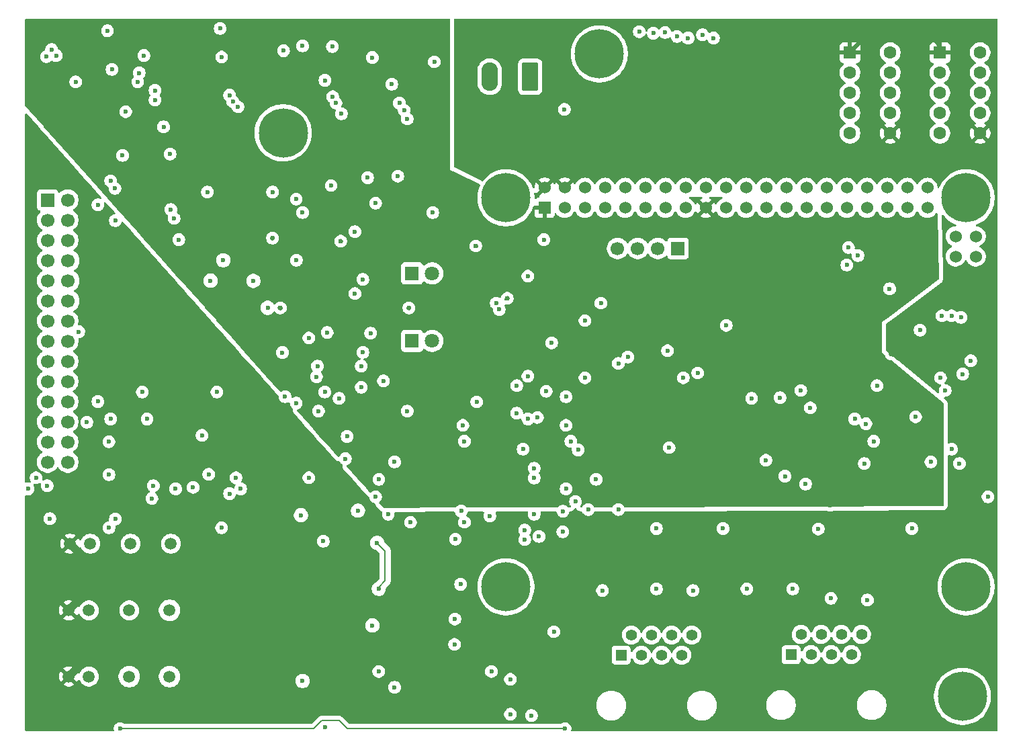
<source format=gbr>
%TF.GenerationSoftware,KiCad,Pcbnew,9.0.3*%
%TF.CreationDate,2025-11-25T20:19:51+01:00*%
%TF.ProjectId,playduino_sheep_tester,706c6179-6475-4696-9e6f-5f7368656570,rev?*%
%TF.SameCoordinates,Original*%
%TF.FileFunction,Copper,L3,Inr*%
%TF.FilePolarity,Positive*%
%FSLAX46Y46*%
G04 Gerber Fmt 4.6, Leading zero omitted, Abs format (unit mm)*
G04 Created by KiCad (PCBNEW 9.0.3) date 2025-11-25 20:19:51*
%MOMM*%
%LPD*%
G01*
G04 APERTURE LIST*
G04 Aperture macros list*
%AMRoundRect*
0 Rectangle with rounded corners*
0 $1 Rounding radius*
0 $2 $3 $4 $5 $6 $7 $8 $9 X,Y pos of 4 corners*
0 Add a 4 corners polygon primitive as box body*
4,1,4,$2,$3,$4,$5,$6,$7,$8,$9,$2,$3,0*
0 Add four circle primitives for the rounded corners*
1,1,$1+$1,$2,$3*
1,1,$1+$1,$4,$5*
1,1,$1+$1,$6,$7*
1,1,$1+$1,$8,$9*
0 Add four rect primitives between the rounded corners*
20,1,$1+$1,$2,$3,$4,$5,0*
20,1,$1+$1,$4,$5,$6,$7,0*
20,1,$1+$1,$6,$7,$8,$9,0*
20,1,$1+$1,$8,$9,$2,$3,0*%
G04 Aperture macros list end*
%TA.AperFunction,ComponentPad*%
%ADD10RoundRect,0.249999X0.790001X1.550001X-0.790001X1.550001X-0.790001X-1.550001X0.790001X-1.550001X0*%
%TD*%
%TA.AperFunction,ComponentPad*%
%ADD11O,2.080000X3.600000*%
%TD*%
%TA.AperFunction,ComponentPad*%
%ADD12C,6.200000*%
%TD*%
%TA.AperFunction,ComponentPad*%
%ADD13R,1.700000X1.700000*%
%TD*%
%TA.AperFunction,ComponentPad*%
%ADD14C,1.700000*%
%TD*%
%TA.AperFunction,ComponentPad*%
%ADD15R,1.800000X1.800000*%
%TD*%
%TA.AperFunction,ComponentPad*%
%ADD16C,1.800000*%
%TD*%
%TA.AperFunction,ComponentPad*%
%ADD17C,1.498600*%
%TD*%
%TA.AperFunction,ComponentPad*%
%ADD18R,1.398000X1.398000*%
%TD*%
%TA.AperFunction,ComponentPad*%
%ADD19C,1.398000*%
%TD*%
%TA.AperFunction,ComponentPad*%
%ADD20R,1.600000X1.600000*%
%TD*%
%TA.AperFunction,ComponentPad*%
%ADD21C,1.600000*%
%TD*%
%TA.AperFunction,ComponentPad*%
%ADD22R,1.524000X1.524000*%
%TD*%
%TA.AperFunction,ComponentPad*%
%ADD23C,1.524000*%
%TD*%
%TA.AperFunction,ViaPad*%
%ADD24C,0.600000*%
%TD*%
%TA.AperFunction,Conductor*%
%ADD25C,1.000000*%
%TD*%
%TA.AperFunction,Conductor*%
%ADD26C,0.500000*%
%TD*%
%TA.AperFunction,Conductor*%
%ADD27C,0.200000*%
%TD*%
G04 APERTURE END LIST*
D10*
%TO.N,Net-(J1-Pin_1)*%
%TO.C,J1*%
X139680000Y-52675000D03*
D11*
%TO.N,GND*%
X134600000Y-52675000D03*
%TD*%
D12*
%TO.N,GND*%
%TO.C,*%
X108551852Y-59757890D03*
%TD*%
D13*
%TO.N,TP1*%
%TO.C,J2*%
X78860000Y-68210000D03*
D14*
%TO.N,TP2*%
X81400000Y-68210000D03*
%TO.N,TP3*%
X78860000Y-70750000D03*
%TO.N,TP5*%
X81400000Y-70750000D03*
%TO.N,TP4*%
X78860000Y-73290000D03*
%TO.N,TP10*%
X81400000Y-73290000D03*
%TO.N,TP_GPIO36*%
X78860000Y-75830000D03*
%TO.N,TP8*%
X81400000Y-75830000D03*
%TO.N,TP9*%
X78860000Y-78370000D03*
%TO.N,TP7*%
X81400000Y-78370000D03*
%TO.N,TP24*%
X78860000Y-80910000D03*
%TO.N,TP6*%
X81400000Y-80910000D03*
%TO.N,TP13*%
X78860000Y-83450000D03*
%TO.N,TP14*%
X81400000Y-83450000D03*
%TO.N,TP15*%
X78860000Y-85990000D03*
%TO.N,TP16*%
X81400000Y-85990000D03*
%TO.N,TP17*%
X78860000Y-88530000D03*
%TO.N,TP18*%
X81400000Y-88530000D03*
%TO.N,TP19*%
X78860000Y-91070000D03*
%TO.N,TP20*%
X81400000Y-91070000D03*
%TO.N,TP21*%
X78860000Y-93610000D03*
%TO.N,TP22*%
X81400000Y-93610000D03*
%TO.N,TP23*%
X78860000Y-96150000D03*
%TO.N,TP11*%
X81400000Y-96150000D03*
%TO.N,TP_GPIO32*%
X78860000Y-98690000D03*
%TO.N,TP_GPIO16*%
X81400000Y-98690000D03*
%TO.N,unconnected-(J2-Pin_27-Pad27)*%
X78860000Y-101230000D03*
%TO.N,TP12*%
X81400000Y-101230000D03*
%TD*%
D15*
%TO.N,Net-(D3-K)*%
%TO.C,D3*%
X124800000Y-77450000D03*
D16*
%TO.N,Net-(D3-A)*%
X127340000Y-77450000D03*
%TD*%
D17*
%TO.N,+5V*%
%TO.C,U8*%
X81690000Y-111501687D03*
%TO.N,GND*%
X84230000Y-111501687D03*
X89310000Y-111501687D03*
%TO.N,+12V*%
X94390000Y-111501687D03*
%TD*%
%TO.N,+5V*%
%TO.C,U9*%
X81532081Y-119900787D03*
%TO.N,GND*%
X84072081Y-119900787D03*
%TO.N,+12V*%
X89152081Y-119900787D03*
%TO.N,Net-(U10-0V)*%
X94232081Y-119900787D03*
%TD*%
D12*
%TO.N,GND*%
%TO.C,*%
X148401623Y-49792532D03*
%TD*%
D18*
%TO.N,Net-(J4-Pad1)*%
%TO.C,J4*%
X172570000Y-125500000D03*
D19*
%TO.N,Net-(J4-Pad2)*%
X173840000Y-122960000D03*
%TO.N,Net-(J4-Pad3)*%
X175110000Y-125500000D03*
%TO.N,Net-(J4-Pad4)*%
X176380000Y-122960000D03*
%TO.N,Net-(J4-Pad5)*%
X177650000Y-125500000D03*
%TO.N,Net-(J4-Pad6)*%
X178920000Y-122960000D03*
%TO.N,Net-(J4-Pad7)*%
X180190000Y-125500000D03*
%TO.N,Net-(J4-Pad8)*%
X181460000Y-122960000D03*
%TD*%
D15*
%TO.N,Net-(D4-K)*%
%TO.C,D4*%
X124800000Y-85950000D03*
D16*
%TO.N,Net-(D4-A)*%
X127340000Y-85950000D03*
%TD*%
D12*
%TO.N,GND*%
%TO.C,*%
X194183526Y-130732577D03*
%TD*%
D17*
%TO.N,+5V*%
%TO.C,U10*%
X81530000Y-128250000D03*
%TO.N,GND*%
X84070000Y-128250000D03*
%TO.N,Net-(U10-0V)*%
X89150000Y-128250000D03*
%TO.N,60V*%
X94230000Y-128250000D03*
%TD*%
D18*
%TO.N,Net-(J5-Pad1)*%
%TO.C,J5*%
X151170000Y-125545000D03*
D19*
%TO.N,Net-(J5-Pad2)*%
X152440000Y-123005000D03*
%TO.N,Net-(J5-Pad3)*%
X153710000Y-125545000D03*
%TO.N,Net-(J5-Pad4)*%
X154980000Y-123005000D03*
%TO.N,Net-(J5-Pad5)*%
X156250000Y-125545000D03*
%TO.N,Net-(J5-Pad6)*%
X157520000Y-123005000D03*
%TO.N,Net-(J5-Pad7)*%
X158790000Y-125545000D03*
%TO.N,Net-(J5-Pad8)*%
X160060000Y-123005000D03*
%TD*%
D13*
%TO.N,Net-(J3-Pin_1)*%
%TO.C,J3*%
X158322382Y-74312587D03*
D14*
%TO.N,Net-(J3-Pin_2)*%
X155782382Y-74312587D03*
%TO.N,Net-(J3-Pin_3)*%
X153242382Y-74312587D03*
%TO.N,Net-(J3-Pin_4)*%
X150702382Y-74312587D03*
%TD*%
D20*
%TO.N,+5V*%
%TO.C,U14*%
X180000000Y-49640000D03*
D21*
%TO.N,Net-(U14-F)*%
X180000000Y-52180000D03*
%TO.N,Net-(U14-G)*%
X180000000Y-54720000D03*
%TO.N,Net-(U14-E)*%
X180000000Y-57260000D03*
%TO.N,Net-(U14-D)*%
X180000000Y-59800000D03*
%TO.N,+5V*%
X185080000Y-59800000D03*
%TO.N,unconnected-(U14-DP-Pad7)*%
X185080000Y-57260000D03*
%TO.N,Net-(U14-C)*%
X185080000Y-54720000D03*
%TO.N,Net-(U14-B)*%
X185080000Y-52180000D03*
%TO.N,Net-(U14-A)*%
X185080000Y-49640000D03*
%TD*%
D20*
%TO.N,+5V*%
%TO.C,U15*%
X191330000Y-49640000D03*
D21*
%TO.N,Net-(U15-F)*%
X191330000Y-52180000D03*
%TO.N,Net-(U15-G)*%
X191330000Y-54720000D03*
%TO.N,Net-(U15-E)*%
X191330000Y-57260000D03*
%TO.N,Net-(U15-D)*%
X191330000Y-59800000D03*
%TO.N,+5V*%
X196410000Y-59800000D03*
%TO.N,unconnected-(U15-DP-Pad7)*%
X196410000Y-57260000D03*
%TO.N,Net-(U15-C)*%
X196410000Y-54720000D03*
%TO.N,Net-(U15-B)*%
X196410000Y-52180000D03*
%TO.N,Net-(U15-A)*%
X196410000Y-49640000D03*
%TD*%
D22*
%TO.N,+3V3*%
%TO.C,U1*%
X141500000Y-69200000D03*
D23*
%TO.N,+5V*%
X141500000Y-66660000D03*
%TO.N,SDA_PI*%
X144040000Y-69200000D03*
%TO.N,+5V*%
X144040000Y-66660000D03*
%TO.N,SCL_PI*%
X146580000Y-69200000D03*
%TO.N,GND*%
X146580000Y-66660000D03*
%TO.N,MCP23017_#RESET*%
X149120000Y-69200000D03*
%TO.N,ESP_RXD_PI*%
X149120000Y-66660000D03*
%TO.N,GND*%
X151660000Y-69200000D03*
%TO.N,ESP_TXD_PI*%
X151660000Y-66660000D03*
%TO.N,7SEG_A_0*%
X154200000Y-69200000D03*
%TO.N,7SEG_B_0*%
X154200000Y-66660000D03*
%TO.N,7SEG_C_0*%
X156740000Y-69200000D03*
%TO.N,GND*%
X156740000Y-66660000D03*
%TO.N,7SEG_D_0*%
X159280000Y-69200000D03*
%TO.N,7SEG_E_0*%
X159280000Y-66660000D03*
%TO.N,+3V3*%
X161820000Y-69200000D03*
%TO.N,7SEG_F_0*%
X161820000Y-66660000D03*
%TO.N,7SEG_G_0*%
X164360000Y-69200000D03*
%TO.N,GND*%
X164360000Y-66660000D03*
%TO.N,7SEG_B_1*%
X166900000Y-69200000D03*
%TO.N,7SEG_A_1*%
X166900000Y-66660000D03*
%TO.N,7SEG_D_1*%
X169440000Y-69200000D03*
%TO.N,7SEG_C_1*%
X169440000Y-66660000D03*
%TO.N,GND*%
X171980000Y-69200000D03*
%TO.N,7SEG_E_1*%
X171980000Y-66660000D03*
%TO.N,unconnected-(U1-ID_SD-Pad27)*%
X174520000Y-69200000D03*
%TO.N,unconnected-(U1-ID_SC-Pad28)*%
X174520000Y-66660000D03*
%TO.N,ESP_BOOT_PI*%
X177060000Y-69200000D03*
%TO.N,GND*%
X177060000Y-66660000D03*
%TO.N,ESP_EN_PI*%
X179600000Y-69200000D03*
%TO.N,#ADAPTER_CLOSED*%
X179600000Y-66660000D03*
%TO.N,WS2812_IN*%
X182140000Y-69200000D03*
%TO.N,GND*%
X182140000Y-66660000D03*
%TO.N,7SEG_F_1*%
X184680000Y-69200000D03*
%TO.N,7SEG_G_1*%
X184680000Y-66660000D03*
%TO.N,Net-(U1-GPIO26)*%
X187220000Y-69200000D03*
%TO.N,LED_GOOD*%
X187220000Y-66660000D03*
%TO.N,GND*%
X189760000Y-69200000D03*
%TO.N,LED_BAD*%
X189760000Y-66660000D03*
%TO.N,unconnected-(U1-TR01-Pad41)*%
X195860000Y-75323000D03*
%TO.N,unconnected-(U1-TR00-Pad42)*%
X195860000Y-72783000D03*
%TO.N,unconnected-(U1-TR03-Pad43)*%
X193320000Y-75323000D03*
%TO.N,unconnected-(U1-TR02-Pad44)*%
X193320000Y-72783000D03*
D12*
%TO.N,SHIELD_3*%
X136630000Y-67930000D03*
%TO.N,SHIELD_2*%
X194630000Y-67930000D03*
%TO.N,SHIELD_1*%
X194630000Y-116930000D03*
%TO.N,SHIELD*%
X136630000Y-116930000D03*
%TD*%
D24*
%TO.N,+3V3*%
X101852397Y-58772457D03*
X173000000Y-75800000D03*
X118400000Y-90470000D03*
X145725299Y-101240461D03*
X177534394Y-106671602D03*
X93477953Y-52034706D03*
X145322662Y-70110665D03*
X186600000Y-91600000D03*
X183800000Y-78000000D03*
X102880000Y-51905379D03*
X115780000Y-52965052D03*
X124049944Y-53551314D03*
X114557958Y-47481855D03*
X162000000Y-93000000D03*
X82357006Y-52062414D03*
%TO.N,+5V*%
X136800000Y-80600000D03*
X119800000Y-115600000D03*
X115800000Y-73400000D03*
X170619688Y-108789186D03*
X147200631Y-108802061D03*
X136800000Y-110400000D03*
X182400000Y-108800000D03*
X132829000Y-74000000D03*
X108201000Y-81800000D03*
X185200000Y-87600000D03*
X158816389Y-108798280D03*
X107200000Y-73000000D03*
X124400000Y-81800000D03*
X115800000Y-115400000D03*
%TO.N,GND*%
X118600000Y-78200000D03*
X139400000Y-90400000D03*
X142670000Y-122600000D03*
X100600000Y-46600000D03*
X113821703Y-53130440D03*
X171181987Y-93103661D03*
X112745930Y-90470000D03*
X98326072Y-97863874D03*
X130263235Y-110936765D03*
X130924373Y-116623857D03*
X139400000Y-77800000D03*
X144000000Y-56800000D03*
X181800000Y-101400000D03*
X94295794Y-62412476D03*
X86402945Y-46893532D03*
X88699038Y-57075326D03*
X145737026Y-99692546D03*
X95000000Y-104600000D03*
X108600000Y-49400000D03*
X78708901Y-50136822D03*
X124200000Y-94800000D03*
X121800000Y-107800000D03*
X127600000Y-50800000D03*
X139849124Y-133150000D03*
X119572712Y-84972712D03*
X195217606Y-88466136D03*
X118400000Y-91800000D03*
X179800000Y-74200000D03*
X79945447Y-50021411D03*
X167600000Y-93200000D03*
X130200000Y-121000000D03*
X102860692Y-56472455D03*
X130150000Y-124200000D03*
X181000000Y-75200000D03*
X100200000Y-92400000D03*
X124200000Y-58000000D03*
X118400000Y-89130000D03*
X123000000Y-65200000D03*
X185000000Y-79400000D03*
X122600000Y-101200000D03*
X171800000Y-103000000D03*
X114597596Y-66380284D03*
X122234765Y-53622524D03*
X183400000Y-91600000D03*
X107221794Y-67206760D03*
X115894037Y-57344965D03*
X91000000Y-50000000D03*
X112869608Y-89130000D03*
X119200000Y-65400000D03*
X82403799Y-53329866D03*
X93477953Y-59000000D03*
X116600000Y-98000000D03*
X100800000Y-50200000D03*
X114757958Y-48881855D03*
X90800000Y-92400000D03*
X79368392Y-49262997D03*
X150800000Y-107200000D03*
X99000000Y-67200000D03*
X132949880Y-93643427D03*
X137200000Y-133000000D03*
X88310072Y-62587345D03*
X116400000Y-100800000D03*
X119804775Y-50256406D03*
%TO.N,+12V*%
X137200000Y-128600000D03*
X122600000Y-129600000D03*
%TO.N,60V*%
X120400000Y-111400000D03*
X120600000Y-117200000D03*
%TO.N,SDA_PI*%
X180600000Y-95800000D03*
X115200000Y-56000000D03*
X123797727Y-56893095D03*
X92400000Y-55600000D03*
X140600000Y-95600000D03*
X102200000Y-55800000D03*
X113800000Y-92400000D03*
X90213813Y-53316774D03*
X141700000Y-92300000D03*
%TO.N,SCL_PI*%
X115600000Y-93200000D03*
X144200000Y-96600000D03*
X144200000Y-93000000D03*
X182000000Y-96400000D03*
X114800000Y-55200000D03*
X123200000Y-56000000D03*
X92400000Y-54400000D03*
X90400000Y-52200000D03*
X101800000Y-55000000D03*
%TO.N,MCP23017_#RESET*%
X183000000Y-98600000D03*
X144800000Y-98600000D03*
X131400000Y-98600000D03*
%TO.N,B6_U3*%
X188264520Y-95515292D03*
X137990993Y-95066006D03*
%TO.N,TP1*%
X79156250Y-108356250D03*
X86600000Y-109501000D03*
X76400000Y-104600000D03*
X100790968Y-109501000D03*
%TO.N,TP2*%
X179600000Y-76400000D03*
X110215278Y-75799064D03*
X110197357Y-68106929D03*
%TO.N,TP3*%
X87349671Y-66747746D03*
%TO.N,TP4*%
X92200000Y-104200000D03*
X78800000Y-104200000D03*
X148000000Y-103399000D03*
X94400000Y-69400000D03*
%TO.N,TP5*%
X94800000Y-70525741D03*
X87400000Y-70800000D03*
%TO.N,TP6*%
X106601000Y-81800000D03*
%TO.N,TP7*%
X104800000Y-78400000D03*
X99400000Y-78370000D03*
%TO.N,TP8*%
X101000000Y-75800000D03*
%TO.N,TP10*%
X95400000Y-73200000D03*
%TO.N,TP19*%
X108800000Y-93000000D03*
%TO.N,TP22*%
X99175735Y-102775735D03*
X120200000Y-68600000D03*
X86600000Y-102800000D03*
X85200000Y-68810000D03*
X85200000Y-93600000D03*
%TO.N,TP23*%
X77400000Y-103200000D03*
X131200000Y-96600000D03*
X87400000Y-108400000D03*
%TO.N,B0_U2*%
X101800000Y-105200000D03*
X145400000Y-106200000D03*
%TO.N,Net-(Q6-D)*%
X113600000Y-111200000D03*
X113849000Y-134600000D03*
%TO.N,Net-(Q5-D)*%
X117977841Y-107345869D03*
X119800000Y-121800000D03*
%TO.N,B5_U2_U12*%
X120200000Y-105600000D03*
X197400000Y-105600000D03*
%TO.N,Net-(Q10-D)*%
X111000000Y-128800000D03*
X110800000Y-107919213D03*
%TO.N,TP18*%
X150800000Y-88800000D03*
%TO.N,A6_U2_U12*%
X157200000Y-99400000D03*
X192800000Y-99600000D03*
%TO.N,TP15*%
X152000000Y-88000000D03*
%TO.N,TP14*%
X146600000Y-83400000D03*
%TO.N,A7_U2_U12*%
X159000000Y-90600000D03*
X191400000Y-90600000D03*
X146600000Y-90600000D03*
%TO.N,TP13*%
X164400000Y-84000000D03*
%TO.N,TP16*%
X157000000Y-87200000D03*
%TO.N,Net-(Q6-G)*%
X120600000Y-127600000D03*
X134800000Y-127600000D03*
%TO.N,TP20*%
X121200000Y-91000000D03*
%TO.N,TP21*%
X113000000Y-94800000D03*
X127400000Y-69800000D03*
X111000000Y-69800000D03*
%TO.N,TP12*%
X140200000Y-102000000D03*
%TO.N,TP11*%
X83800000Y-96200000D03*
X144070000Y-134800000D03*
X88000000Y-134800000D03*
%TO.N,B5_U2*%
X148600000Y-81200000D03*
X194000000Y-83000000D03*
%TO.N,A4_U2*%
X111800000Y-103200000D03*
X102600000Y-103200000D03*
%TO.N,A7_U2*%
X191600000Y-82800000D03*
X135800000Y-82000000D03*
%TO.N,B4_U2*%
X140800000Y-110610000D03*
X139000000Y-111000000D03*
%TO.N,B2_U2*%
X103200000Y-104600000D03*
X144200000Y-104600000D03*
%TO.N,A6_U2*%
X135400000Y-81200000D03*
X192800000Y-82800000D03*
%TO.N,A5_U2*%
X131400000Y-108800000D03*
X92000000Y-105800000D03*
X124600000Y-108800000D03*
%TO.N,A3_U2*%
X134600000Y-108000000D03*
X140200000Y-107800000D03*
%TO.N,B1_U2*%
X91400000Y-95800000D03*
X143799000Y-110010000D03*
X139400000Y-95800000D03*
X139000000Y-109800000D03*
X86800000Y-95800000D03*
%TO.N,B3_U2*%
X143815422Y-107416720D03*
X147000000Y-107200000D03*
X131000000Y-107400000D03*
%TO.N,B7_U2*%
X140200000Y-103227141D03*
X120615326Y-103398871D03*
%TO.N,Net-(J4-Pad2)*%
X155600000Y-117200000D03*
%TO.N,Net-(J4-Pad6)*%
X177600000Y-118400000D03*
%TO.N,Net-(J4-Pad1)*%
X148800000Y-117400000D03*
%TO.N,Net-(J4-Pad7)*%
X182200000Y-118600000D03*
%TO.N,Net-(J4-Pad3)*%
X160200000Y-117400000D03*
%TO.N,Net-(J4-Pad5)*%
X172800000Y-117200000D03*
%TO.N,Net-(J4-Pad4)*%
X167000000Y-117200000D03*
%TO.N,B0_U3_U12*%
X190200000Y-101200000D03*
X169400000Y-101000000D03*
%TO.N,TP17*%
X160800000Y-90000000D03*
%TO.N,B4_U3_U12*%
X111800000Y-85589461D03*
X188824269Y-84594453D03*
%TO.N,Net-(D2-VDD)*%
X118600000Y-87400000D03*
X108461881Y-87422183D03*
%TO.N,TP24*%
X114096709Y-84895064D03*
X82800000Y-84800000D03*
%TO.N,B5_U3_U12*%
X176000000Y-109650000D03*
X187800000Y-109600000D03*
X155600000Y-109600000D03*
X164000000Y-109600000D03*
%TO.N,TP_GPIO32*%
X138800000Y-99600000D03*
%TO.N,TP_GPIO16*%
X86580967Y-98650400D03*
%TO.N,TP_GPIO36*%
X141400000Y-73200000D03*
%TO.N,WS2812_IN*%
X175000000Y-94400000D03*
X110200000Y-93800000D03*
%TO.N,B3_U3*%
X192000000Y-92200000D03*
X173800000Y-92200000D03*
X138000000Y-91600000D03*
%TO.N,B1_U3*%
X142400000Y-86200000D03*
X194218406Y-90131320D03*
%TO.N,B2_U3*%
X174400000Y-103999000D03*
X97200000Y-104400000D03*
X193800000Y-101400000D03*
%TO.N,TP9*%
X111000000Y-48800000D03*
X86800000Y-65800000D03*
X86973020Y-51759792D03*
%TO.N,LED_GOOD*%
X117600000Y-72200000D03*
%TO.N,LED_BAD*%
X117600000Y-80000000D03*
%TO.N,Net-(U15-A)*%
X153445000Y-47000000D03*
%TO.N,Net-(U15-B)*%
X155215000Y-47200000D03*
%TO.N,Net-(U15-C)*%
X156681998Y-47108814D03*
%TO.N,Net-(U15-D)*%
X158200000Y-47600000D03*
%TO.N,Net-(U15-E)*%
X159600000Y-47800000D03*
%TO.N,Net-(U15-F)*%
X161400000Y-47399000D03*
%TO.N,Net-(U15-G)*%
X162800000Y-47800000D03*
%TD*%
D25*
%TO.N,+5V*%
X81532081Y-119900787D02*
X85788313Y-115644555D01*
X81530000Y-128250000D02*
X85788313Y-123991687D01*
X85788313Y-115644555D02*
X85788313Y-115600000D01*
X85788313Y-115600000D02*
X108000000Y-115600000D01*
D26*
X182000000Y-47600000D02*
X190200000Y-47600000D01*
D25*
X81690000Y-111501687D02*
X85788313Y-115600000D01*
X85788313Y-123991687D02*
X85788313Y-115644555D01*
D26*
X191330000Y-48730000D02*
X191330000Y-49640000D01*
D25*
X108000000Y-115600000D02*
X115800000Y-115600000D01*
D26*
X190200000Y-47600000D02*
X191330000Y-48730000D01*
X180000000Y-49600000D02*
X182000000Y-47600000D01*
X180000000Y-49640000D02*
X180000000Y-49600000D01*
D25*
X115800000Y-115600000D02*
X119800000Y-115600000D01*
D27*
%TO.N,60V*%
X121400000Y-116200000D02*
X120600000Y-117000000D01*
X120600000Y-117000000D02*
X120600000Y-117200000D01*
X120400000Y-111400000D02*
X121400000Y-112400000D01*
X121400000Y-112400000D02*
X121400000Y-116200000D01*
%TO.N,TP11*%
X112400000Y-134800000D02*
X113400000Y-133800000D01*
X115600000Y-133800000D02*
X116600000Y-134800000D01*
X116600000Y-134800000D02*
X144070000Y-134800000D01*
X88000000Y-134800000D02*
X112400000Y-134800000D01*
X113400000Y-133800000D02*
X115600000Y-133800000D01*
%TD*%
%TA.AperFunction,Conductor*%
%TO.N,+5V*%
G36*
X198572539Y-45370185D02*
G01*
X198618294Y-45422989D01*
X198629500Y-45474500D01*
X198629500Y-135025500D01*
X198609815Y-135092539D01*
X198557011Y-135138294D01*
X198505500Y-135149500D01*
X144967757Y-135149500D01*
X144900718Y-135129815D01*
X144854963Y-135077011D01*
X144845019Y-135007853D01*
X144846140Y-135001308D01*
X144870500Y-134878844D01*
X144870500Y-134721155D01*
X144870499Y-134721153D01*
X144839737Y-134566503D01*
X144786021Y-134436819D01*
X144779397Y-134420827D01*
X144779390Y-134420814D01*
X144691789Y-134289711D01*
X144691786Y-134289707D01*
X144580292Y-134178213D01*
X144580288Y-134178210D01*
X144449185Y-134090609D01*
X144449172Y-134090602D01*
X144303501Y-134030264D01*
X144303489Y-134030261D01*
X144148845Y-133999500D01*
X144148842Y-133999500D01*
X143991158Y-133999500D01*
X143991155Y-133999500D01*
X143836510Y-134030261D01*
X143836498Y-134030264D01*
X143690827Y-134090602D01*
X143690814Y-134090609D01*
X143559125Y-134178602D01*
X143492447Y-134199480D01*
X143490234Y-134199500D01*
X116900098Y-134199500D01*
X116833059Y-134179815D01*
X116812417Y-134163181D01*
X116087590Y-133438355D01*
X116087588Y-133438352D01*
X115968717Y-133319481D01*
X115968716Y-133319480D01*
X115871064Y-133263101D01*
X115831785Y-133240423D01*
X115679057Y-133199499D01*
X115520943Y-133199499D01*
X115513347Y-133199499D01*
X115513331Y-133199500D01*
X113486670Y-133199500D01*
X113486654Y-133199499D01*
X113479058Y-133199499D01*
X113320943Y-133199499D01*
X113244579Y-133219961D01*
X113168214Y-133240423D01*
X113168209Y-133240426D01*
X113031290Y-133319475D01*
X113031282Y-133319481D01*
X112187584Y-134163181D01*
X112126261Y-134196666D01*
X112099903Y-134199500D01*
X88579766Y-134199500D01*
X88512727Y-134179815D01*
X88510875Y-134178602D01*
X88379185Y-134090609D01*
X88379172Y-134090602D01*
X88233501Y-134030264D01*
X88233489Y-134030261D01*
X88078845Y-133999500D01*
X88078842Y-133999500D01*
X87921158Y-133999500D01*
X87921155Y-133999500D01*
X87766510Y-134030261D01*
X87766498Y-134030264D01*
X87620827Y-134090602D01*
X87620814Y-134090609D01*
X87489711Y-134178210D01*
X87489707Y-134178213D01*
X87378213Y-134289707D01*
X87378210Y-134289711D01*
X87290609Y-134420814D01*
X87290602Y-134420827D01*
X87230264Y-134566498D01*
X87230261Y-134566510D01*
X87199500Y-134721153D01*
X87199500Y-134721158D01*
X87199500Y-134878842D01*
X87199500Y-134878844D01*
X87199499Y-134878844D01*
X87223860Y-135001308D01*
X87217633Y-135070900D01*
X87174770Y-135126077D01*
X87108880Y-135149322D01*
X87102243Y-135149500D01*
X76154500Y-135149500D01*
X76087461Y-135129815D01*
X76041706Y-135077011D01*
X76030500Y-135025500D01*
X76030500Y-132921153D01*
X136399500Y-132921153D01*
X136399500Y-133078846D01*
X136430261Y-133233489D01*
X136430264Y-133233501D01*
X136490602Y-133379172D01*
X136490609Y-133379185D01*
X136578210Y-133510288D01*
X136578213Y-133510292D01*
X136689707Y-133621786D01*
X136689711Y-133621789D01*
X136820814Y-133709390D01*
X136820827Y-133709397D01*
X136966498Y-133769735D01*
X136966503Y-133769737D01*
X137121153Y-133800499D01*
X137121156Y-133800500D01*
X137121158Y-133800500D01*
X137278844Y-133800500D01*
X137278845Y-133800499D01*
X137433497Y-133769737D01*
X137579179Y-133709394D01*
X137710289Y-133621789D01*
X137821789Y-133510289D01*
X137909394Y-133379179D01*
X137969737Y-133233497D01*
X138000500Y-133078842D01*
X138000500Y-133071153D01*
X139048624Y-133071153D01*
X139048624Y-133228846D01*
X139079385Y-133383489D01*
X139079388Y-133383501D01*
X139139726Y-133529172D01*
X139139733Y-133529185D01*
X139227334Y-133660288D01*
X139227337Y-133660292D01*
X139338831Y-133771786D01*
X139338835Y-133771789D01*
X139469938Y-133859390D01*
X139469951Y-133859397D01*
X139615622Y-133919735D01*
X139615627Y-133919737D01*
X139770277Y-133950499D01*
X139770280Y-133950500D01*
X139770282Y-133950500D01*
X139927968Y-133950500D01*
X139927969Y-133950499D01*
X140082621Y-133919737D01*
X140228303Y-133859394D01*
X140359413Y-133771789D01*
X140470913Y-133660289D01*
X140558518Y-133529179D01*
X140618861Y-133383497D01*
X140649624Y-133228842D01*
X140649624Y-133071158D01*
X140649624Y-133071155D01*
X140649623Y-133071153D01*
X140618862Y-132916510D01*
X140618861Y-132916503D01*
X140609626Y-132894208D01*
X140558521Y-132770827D01*
X140558514Y-132770814D01*
X140470913Y-132639711D01*
X140470910Y-132639707D01*
X140359416Y-132528213D01*
X140359412Y-132528210D01*
X140228309Y-132440609D01*
X140228296Y-132440602D01*
X140082625Y-132380264D01*
X140082613Y-132380261D01*
X139927969Y-132349500D01*
X139927966Y-132349500D01*
X139770282Y-132349500D01*
X139770279Y-132349500D01*
X139615634Y-132380261D01*
X139615622Y-132380264D01*
X139469951Y-132440602D01*
X139469938Y-132440609D01*
X139338835Y-132528210D01*
X139338831Y-132528213D01*
X139227337Y-132639707D01*
X139227334Y-132639711D01*
X139139733Y-132770814D01*
X139139726Y-132770827D01*
X139079388Y-132916498D01*
X139079385Y-132916510D01*
X139048624Y-133071153D01*
X138000500Y-133071153D01*
X138000500Y-132921158D01*
X138000500Y-132921155D01*
X138000499Y-132921153D01*
X137970596Y-132770821D01*
X137969737Y-132766503D01*
X137934439Y-132681285D01*
X137909397Y-132620827D01*
X137909390Y-132620814D01*
X137821789Y-132489711D01*
X137821786Y-132489707D01*
X137710292Y-132378213D01*
X137710288Y-132378210D01*
X137579185Y-132290609D01*
X137579172Y-132290602D01*
X137433501Y-132230264D01*
X137433489Y-132230261D01*
X137278845Y-132199500D01*
X137278842Y-132199500D01*
X137121158Y-132199500D01*
X137121155Y-132199500D01*
X136966510Y-132230261D01*
X136966498Y-132230264D01*
X136820827Y-132290602D01*
X136820814Y-132290609D01*
X136689711Y-132378210D01*
X136689707Y-132378213D01*
X136578213Y-132489707D01*
X136578210Y-132489711D01*
X136490609Y-132620814D01*
X136490602Y-132620827D01*
X136430264Y-132766498D01*
X136430261Y-132766510D01*
X136399500Y-132921153D01*
X76030500Y-132921153D01*
X76030500Y-131772065D01*
X148024500Y-131772065D01*
X148024500Y-132017934D01*
X148050667Y-132216679D01*
X148056591Y-132261677D01*
X148108167Y-132454162D01*
X148120222Y-132499152D01*
X148120225Y-132499162D01*
X148195666Y-132681292D01*
X148214306Y-132726292D01*
X148337233Y-132939208D01*
X148337235Y-132939211D01*
X148337236Y-132939212D01*
X148486897Y-133134254D01*
X148486903Y-133134261D01*
X148660738Y-133308096D01*
X148660745Y-133308102D01*
X148753365Y-133379172D01*
X148855792Y-133457767D01*
X149068708Y-133580694D01*
X149295847Y-133674778D01*
X149533323Y-133738409D01*
X149765336Y-133768954D01*
X149771277Y-133769737D01*
X149777073Y-133770500D01*
X149777080Y-133770500D01*
X150022920Y-133770500D01*
X150022927Y-133770500D01*
X150266677Y-133738409D01*
X150504153Y-133674778D01*
X150731292Y-133580694D01*
X150944208Y-133457767D01*
X151139256Y-133308101D01*
X151313101Y-133134256D01*
X151462767Y-132939208D01*
X151585694Y-132726292D01*
X151679778Y-132499153D01*
X151743409Y-132261677D01*
X151775500Y-132017927D01*
X151775500Y-131772073D01*
X151775499Y-131772065D01*
X159454500Y-131772065D01*
X159454500Y-132017934D01*
X159480667Y-132216679D01*
X159486591Y-132261677D01*
X159538167Y-132454162D01*
X159550222Y-132499152D01*
X159550225Y-132499162D01*
X159625666Y-132681292D01*
X159644306Y-132726292D01*
X159767233Y-132939208D01*
X159767235Y-132939211D01*
X159767236Y-132939212D01*
X159916897Y-133134254D01*
X159916903Y-133134261D01*
X160090738Y-133308096D01*
X160090745Y-133308102D01*
X160183365Y-133379172D01*
X160285792Y-133457767D01*
X160498708Y-133580694D01*
X160725847Y-133674778D01*
X160963323Y-133738409D01*
X161195336Y-133768954D01*
X161201277Y-133769737D01*
X161207073Y-133770500D01*
X161207080Y-133770500D01*
X161452920Y-133770500D01*
X161452927Y-133770500D01*
X161696677Y-133738409D01*
X161934153Y-133674778D01*
X162161292Y-133580694D01*
X162374208Y-133457767D01*
X162569256Y-133308101D01*
X162743101Y-133134256D01*
X162892767Y-132939208D01*
X163015694Y-132726292D01*
X163109778Y-132499153D01*
X163173409Y-132261677D01*
X163205500Y-132017927D01*
X163205500Y-131772073D01*
X163199574Y-131727065D01*
X169424500Y-131727065D01*
X169424500Y-131972934D01*
X169430424Y-132017927D01*
X169456591Y-132216677D01*
X169500424Y-132380264D01*
X169520222Y-132454152D01*
X169520225Y-132454162D01*
X169614303Y-132681285D01*
X169614306Y-132681292D01*
X169737233Y-132894208D01*
X169737235Y-132894211D01*
X169737236Y-132894212D01*
X169886897Y-133089254D01*
X169886903Y-133089261D01*
X170060738Y-133263096D01*
X170060744Y-133263101D01*
X170255792Y-133412767D01*
X170468708Y-133535694D01*
X170577343Y-133580692D01*
X170676552Y-133621786D01*
X170695847Y-133629778D01*
X170933323Y-133693409D01*
X171177073Y-133725500D01*
X171177080Y-133725500D01*
X171422920Y-133725500D01*
X171422927Y-133725500D01*
X171666677Y-133693409D01*
X171904153Y-133629778D01*
X172131292Y-133535694D01*
X172344208Y-133412767D01*
X172539256Y-133263101D01*
X172713101Y-133089256D01*
X172862767Y-132894208D01*
X172985694Y-132681292D01*
X173079778Y-132454153D01*
X173143409Y-132216677D01*
X173175500Y-131972927D01*
X173175500Y-131727073D01*
X173175499Y-131727065D01*
X180854500Y-131727065D01*
X180854500Y-131972934D01*
X180860424Y-132017927D01*
X180886591Y-132216677D01*
X180930424Y-132380264D01*
X180950222Y-132454152D01*
X180950225Y-132454162D01*
X181044303Y-132681285D01*
X181044306Y-132681292D01*
X181167233Y-132894208D01*
X181167235Y-132894211D01*
X181167236Y-132894212D01*
X181316897Y-133089254D01*
X181316903Y-133089261D01*
X181490738Y-133263096D01*
X181490744Y-133263101D01*
X181685792Y-133412767D01*
X181898708Y-133535694D01*
X182007343Y-133580692D01*
X182106552Y-133621786D01*
X182125847Y-133629778D01*
X182363323Y-133693409D01*
X182607073Y-133725500D01*
X182607080Y-133725500D01*
X182852920Y-133725500D01*
X182852927Y-133725500D01*
X183096677Y-133693409D01*
X183334153Y-133629778D01*
X183561292Y-133535694D01*
X183774208Y-133412767D01*
X183969256Y-133263101D01*
X184143101Y-133089256D01*
X184292767Y-132894208D01*
X184415694Y-132681292D01*
X184509778Y-132454153D01*
X184573409Y-132216677D01*
X184605500Y-131972927D01*
X184605500Y-131727073D01*
X184573409Y-131483323D01*
X184509778Y-131245847D01*
X184415694Y-131018708D01*
X184292767Y-130805792D01*
X184143102Y-130610745D01*
X184143100Y-130610742D01*
X184088057Y-130555699D01*
X190583026Y-130555699D01*
X190583026Y-130909454D01*
X190617699Y-131261506D01*
X190617702Y-131261523D01*
X190686711Y-131608461D01*
X190686714Y-131608472D01*
X190726369Y-131739200D01*
X190789408Y-131947012D01*
X190919746Y-132261677D01*
X190924788Y-132273848D01*
X190924790Y-132273853D01*
X191091543Y-132585824D01*
X191091554Y-132585842D01*
X191288084Y-132879970D01*
X191288094Y-132879984D01*
X191512518Y-133153446D01*
X191762656Y-133403584D01*
X191762661Y-133403588D01*
X191762662Y-133403589D01*
X192036124Y-133628013D01*
X192330267Y-133824553D01*
X192330276Y-133824558D01*
X192330278Y-133824559D01*
X192642249Y-133991312D01*
X192642251Y-133991312D01*
X192642257Y-133991316D01*
X192969091Y-134126695D01*
X193307621Y-134229386D01*
X193307627Y-134229387D01*
X193307630Y-134229388D01*
X193307641Y-134229391D01*
X193525200Y-134272665D01*
X193654586Y-134298402D01*
X194006645Y-134333077D01*
X194006648Y-134333077D01*
X194360404Y-134333077D01*
X194360407Y-134333077D01*
X194712466Y-134298402D01*
X194884205Y-134264240D01*
X195059410Y-134229391D01*
X195059421Y-134229388D01*
X195059421Y-134229387D01*
X195059431Y-134229386D01*
X195397961Y-134126695D01*
X195724795Y-133991316D01*
X196036785Y-133824553D01*
X196330928Y-133628013D01*
X196604390Y-133403589D01*
X196854538Y-133153441D01*
X197078962Y-132879979D01*
X197275502Y-132585836D01*
X197442265Y-132273846D01*
X197577644Y-131947012D01*
X197680335Y-131608482D01*
X197680337Y-131608472D01*
X197680340Y-131608461D01*
X197715189Y-131433256D01*
X197749351Y-131261517D01*
X197784026Y-130909458D01*
X197784026Y-130555696D01*
X197749351Y-130203637D01*
X197710156Y-130006590D01*
X197680340Y-129856692D01*
X197680337Y-129856681D01*
X197680336Y-129856678D01*
X197680335Y-129856672D01*
X197577644Y-129518142D01*
X197442265Y-129191308D01*
X197328875Y-128979172D01*
X197275508Y-128879329D01*
X197275507Y-128879327D01*
X197275502Y-128879318D01*
X197078962Y-128585175D01*
X196854538Y-128311713D01*
X196854537Y-128311712D01*
X196854533Y-128311707D01*
X196604395Y-128061569D01*
X196330933Y-127837145D01*
X196330932Y-127837144D01*
X196330928Y-127837141D01*
X196036785Y-127640601D01*
X196036780Y-127640598D01*
X196036773Y-127640594D01*
X195724802Y-127473841D01*
X195724797Y-127473839D01*
X195397962Y-127338459D01*
X195059421Y-127235765D01*
X195059410Y-127235762D01*
X194712472Y-127166753D01*
X194712455Y-127166750D01*
X194446226Y-127140529D01*
X194360407Y-127132077D01*
X194006645Y-127132077D01*
X193927274Y-127139894D01*
X193654596Y-127166750D01*
X193654579Y-127166753D01*
X193307641Y-127235762D01*
X193307630Y-127235765D01*
X192969089Y-127338459D01*
X192642254Y-127473839D01*
X192642249Y-127473841D01*
X192330278Y-127640594D01*
X192330260Y-127640605D01*
X192036132Y-127837135D01*
X192036118Y-127837145D01*
X191762656Y-128061569D01*
X191512518Y-128311707D01*
X191288094Y-128585169D01*
X191288084Y-128585183D01*
X191091554Y-128879311D01*
X191091543Y-128879329D01*
X190924790Y-129191300D01*
X190924788Y-129191305D01*
X190789408Y-129518140D01*
X190686714Y-129856681D01*
X190686711Y-129856692D01*
X190617702Y-130203630D01*
X190617699Y-130203647D01*
X190583026Y-130555699D01*
X184088057Y-130555699D01*
X183969261Y-130436903D01*
X183969254Y-130436897D01*
X183774212Y-130287236D01*
X183774211Y-130287235D01*
X183774208Y-130287233D01*
X183561292Y-130164306D01*
X183561285Y-130164303D01*
X183334162Y-130070225D01*
X183334155Y-130070223D01*
X183334153Y-130070222D01*
X183096677Y-130006591D01*
X183055939Y-130001227D01*
X182852934Y-129974500D01*
X182852927Y-129974500D01*
X182607073Y-129974500D01*
X182607065Y-129974500D01*
X182375059Y-130005045D01*
X182363323Y-130006591D01*
X182195376Y-130051592D01*
X182125847Y-130070222D01*
X182125837Y-130070225D01*
X181898714Y-130164303D01*
X181898705Y-130164307D01*
X181685787Y-130287236D01*
X181490745Y-130436897D01*
X181490738Y-130436903D01*
X181316903Y-130610738D01*
X181316897Y-130610745D01*
X181167236Y-130805787D01*
X181044307Y-131018705D01*
X181044303Y-131018714D01*
X180950225Y-131245837D01*
X180950222Y-131245847D01*
X180886592Y-131483320D01*
X180886590Y-131483331D01*
X180854500Y-131727065D01*
X173175499Y-131727065D01*
X173143409Y-131483323D01*
X173079778Y-131245847D01*
X172985694Y-131018708D01*
X172862767Y-130805792D01*
X172713101Y-130610744D01*
X172713099Y-130610742D01*
X172713096Y-130610738D01*
X172539261Y-130436903D01*
X172539254Y-130436897D01*
X172344212Y-130287236D01*
X172344211Y-130287235D01*
X172344208Y-130287233D01*
X172131292Y-130164306D01*
X172131285Y-130164303D01*
X171904162Y-130070225D01*
X171904155Y-130070223D01*
X171904153Y-130070222D01*
X171666677Y-130006591D01*
X171625939Y-130001227D01*
X171422934Y-129974500D01*
X171422927Y-129974500D01*
X171177073Y-129974500D01*
X171177065Y-129974500D01*
X170945059Y-130005045D01*
X170933323Y-130006591D01*
X170765376Y-130051592D01*
X170695847Y-130070222D01*
X170695837Y-130070225D01*
X170468714Y-130164303D01*
X170468705Y-130164307D01*
X170255787Y-130287236D01*
X170060745Y-130436897D01*
X170060738Y-130436903D01*
X169886903Y-130610738D01*
X169886897Y-130610745D01*
X169737236Y-130805787D01*
X169614307Y-131018705D01*
X169614303Y-131018714D01*
X169520225Y-131245837D01*
X169520222Y-131245847D01*
X169456592Y-131483320D01*
X169456590Y-131483331D01*
X169424500Y-131727065D01*
X163199574Y-131727065D01*
X163173409Y-131528323D01*
X163109778Y-131290847D01*
X163015694Y-131063708D01*
X162892767Y-130850792D01*
X162743101Y-130655744D01*
X162743096Y-130655738D01*
X162569261Y-130481903D01*
X162569254Y-130481897D01*
X162374212Y-130332236D01*
X162374211Y-130332235D01*
X162374208Y-130332233D01*
X162161292Y-130209306D01*
X162147589Y-130203630D01*
X161934162Y-130115225D01*
X161934155Y-130115223D01*
X161934153Y-130115222D01*
X161696677Y-130051591D01*
X161655939Y-130046227D01*
X161452934Y-130019500D01*
X161452927Y-130019500D01*
X161207073Y-130019500D01*
X161207065Y-130019500D01*
X160975059Y-130050045D01*
X160963323Y-130051591D01*
X160744261Y-130110288D01*
X160725847Y-130115222D01*
X160725837Y-130115225D01*
X160498714Y-130209303D01*
X160498705Y-130209307D01*
X160285787Y-130332236D01*
X160090745Y-130481897D01*
X160090738Y-130481903D01*
X159916903Y-130655738D01*
X159916897Y-130655745D01*
X159767236Y-130850787D01*
X159644307Y-131063705D01*
X159644303Y-131063714D01*
X159550225Y-131290837D01*
X159550222Y-131290847D01*
X159498647Y-131483331D01*
X159486592Y-131528320D01*
X159486590Y-131528331D01*
X159454500Y-131772065D01*
X151775499Y-131772065D01*
X151743409Y-131528323D01*
X151679778Y-131290847D01*
X151585694Y-131063708D01*
X151462767Y-130850792D01*
X151313101Y-130655744D01*
X151313096Y-130655738D01*
X151139261Y-130481903D01*
X151139254Y-130481897D01*
X150944212Y-130332236D01*
X150944211Y-130332235D01*
X150944208Y-130332233D01*
X150731292Y-130209306D01*
X150717589Y-130203630D01*
X150504162Y-130115225D01*
X150504155Y-130115223D01*
X150504153Y-130115222D01*
X150266677Y-130051591D01*
X150225939Y-130046227D01*
X150022934Y-130019500D01*
X150022927Y-130019500D01*
X149777073Y-130019500D01*
X149777065Y-130019500D01*
X149545059Y-130050045D01*
X149533323Y-130051591D01*
X149314261Y-130110288D01*
X149295847Y-130115222D01*
X149295837Y-130115225D01*
X149068714Y-130209303D01*
X149068705Y-130209307D01*
X148855787Y-130332236D01*
X148660745Y-130481897D01*
X148660738Y-130481903D01*
X148486903Y-130655738D01*
X148486897Y-130655745D01*
X148337236Y-130850787D01*
X148214307Y-131063705D01*
X148214303Y-131063714D01*
X148120225Y-131290837D01*
X148120222Y-131290847D01*
X148068647Y-131483331D01*
X148056592Y-131528320D01*
X148056590Y-131528331D01*
X148024500Y-131772065D01*
X76030500Y-131772065D01*
X76030500Y-128151678D01*
X80280700Y-128151678D01*
X80280700Y-128348321D01*
X80311462Y-128542546D01*
X80372226Y-128729562D01*
X80372227Y-128729565D01*
X80461502Y-128904775D01*
X80486822Y-128939623D01*
X80486822Y-128939624D01*
X81050874Y-128375572D01*
X81068454Y-128441179D01*
X81133661Y-128554121D01*
X81225879Y-128646339D01*
X81338821Y-128711546D01*
X81404427Y-128729125D01*
X80840375Y-129293176D01*
X80840375Y-129293177D01*
X80875223Y-129318496D01*
X81050434Y-129407772D01*
X81050437Y-129407773D01*
X81237453Y-129468537D01*
X81431679Y-129499300D01*
X81628321Y-129499300D01*
X81822546Y-129468537D01*
X82009562Y-129407773D01*
X82009575Y-129407767D01*
X82184769Y-129318500D01*
X82184774Y-129318497D01*
X82219624Y-129293176D01*
X81655573Y-128729125D01*
X81721179Y-128711546D01*
X81834121Y-128646339D01*
X81926339Y-128554121D01*
X81991546Y-128441179D01*
X82009125Y-128375572D01*
X82573176Y-128939623D01*
X82598495Y-128904776D01*
X82689234Y-128726694D01*
X82737209Y-128675898D01*
X82805030Y-128659103D01*
X82871165Y-128681640D01*
X82910204Y-128726694D01*
X82993722Y-128890606D01*
X83001075Y-128905038D01*
X83116706Y-129064190D01*
X83255810Y-129203294D01*
X83414962Y-129318925D01*
X83497774Y-129361120D01*
X83590238Y-129408233D01*
X83590240Y-129408233D01*
X83590243Y-129408235D01*
X83690530Y-129440820D01*
X83777337Y-129469026D01*
X83971634Y-129499800D01*
X83971639Y-129499800D01*
X84168366Y-129499800D01*
X84362662Y-129469026D01*
X84364167Y-129468537D01*
X84549757Y-129408235D01*
X84725038Y-129318925D01*
X84884190Y-129203294D01*
X85023294Y-129064190D01*
X85138925Y-128905038D01*
X85228235Y-128729757D01*
X85289026Y-128542662D01*
X85292433Y-128521153D01*
X85319800Y-128348366D01*
X85319800Y-128151633D01*
X85318553Y-128143762D01*
X87800200Y-128143762D01*
X87800200Y-128356237D01*
X87833435Y-128566079D01*
X87899092Y-128768147D01*
X87961489Y-128890606D01*
X87995547Y-128957449D01*
X88120430Y-129129336D01*
X88270664Y-129279570D01*
X88442551Y-129404453D01*
X88449974Y-129408235D01*
X88631852Y-129500907D01*
X88631854Y-129500907D01*
X88631857Y-129500909D01*
X88694177Y-129521158D01*
X88833920Y-129566564D01*
X89043763Y-129599800D01*
X89043768Y-129599800D01*
X89256237Y-129599800D01*
X89466079Y-129566564D01*
X89668143Y-129500909D01*
X89857449Y-129404453D01*
X90029336Y-129279570D01*
X90179570Y-129129336D01*
X90304453Y-128957449D01*
X90400909Y-128768143D01*
X90466564Y-128566079D01*
X90473679Y-128521155D01*
X90499800Y-128356237D01*
X90499800Y-128143762D01*
X92880200Y-128143762D01*
X92880200Y-128356237D01*
X92913435Y-128566079D01*
X92979092Y-128768147D01*
X93041489Y-128890606D01*
X93075547Y-128957449D01*
X93200430Y-129129336D01*
X93350664Y-129279570D01*
X93522551Y-129404453D01*
X93529974Y-129408235D01*
X93711852Y-129500907D01*
X93711854Y-129500907D01*
X93711857Y-129500909D01*
X93774177Y-129521158D01*
X93913920Y-129566564D01*
X94123763Y-129599800D01*
X94123768Y-129599800D01*
X94336237Y-129599800D01*
X94546079Y-129566564D01*
X94748143Y-129500909D01*
X94937449Y-129404453D01*
X95109336Y-129279570D01*
X95259570Y-129129336D01*
X95384453Y-128957449D01*
X95480909Y-128768143D01*
X95499377Y-128711304D01*
X110099500Y-128711304D01*
X110099500Y-128888695D01*
X110134103Y-129062658D01*
X110134106Y-129062667D01*
X110201983Y-129226540D01*
X110201990Y-129226553D01*
X110300535Y-129374034D01*
X110300538Y-129374038D01*
X110425961Y-129499461D01*
X110425965Y-129499464D01*
X110573446Y-129598009D01*
X110573459Y-129598016D01*
X110696363Y-129648923D01*
X110737334Y-129665894D01*
X110737336Y-129665894D01*
X110737341Y-129665896D01*
X110911304Y-129700499D01*
X110911307Y-129700500D01*
X110911309Y-129700500D01*
X111088693Y-129700500D01*
X111088694Y-129700499D01*
X111146682Y-129688964D01*
X111262658Y-129665896D01*
X111262661Y-129665894D01*
X111262666Y-129665894D01*
X111426547Y-129598013D01*
X111541575Y-129521153D01*
X121799500Y-129521153D01*
X121799500Y-129678846D01*
X121830261Y-129833489D01*
X121830264Y-129833501D01*
X121890602Y-129979172D01*
X121890609Y-129979185D01*
X121978210Y-130110288D01*
X121978213Y-130110292D01*
X122089707Y-130221786D01*
X122089711Y-130221789D01*
X122220814Y-130309390D01*
X122220827Y-130309397D01*
X122366498Y-130369735D01*
X122366503Y-130369737D01*
X122521153Y-130400499D01*
X122521156Y-130400500D01*
X122521158Y-130400500D01*
X122678844Y-130400500D01*
X122678845Y-130400499D01*
X122833497Y-130369737D01*
X122979179Y-130309394D01*
X123110289Y-130221789D01*
X123221789Y-130110289D01*
X123309394Y-129979179D01*
X123369737Y-129833497D01*
X123400500Y-129678842D01*
X123400500Y-129521158D01*
X123400500Y-129521155D01*
X123400499Y-129521153D01*
X123378038Y-129408235D01*
X123369737Y-129366503D01*
X123349854Y-129318500D01*
X123309397Y-129220827D01*
X123309390Y-129220814D01*
X123221789Y-129089711D01*
X123221786Y-129089707D01*
X123110292Y-128978213D01*
X123110288Y-128978210D01*
X122979185Y-128890609D01*
X122979172Y-128890602D01*
X122833501Y-128830264D01*
X122833489Y-128830261D01*
X122678845Y-128799500D01*
X122678842Y-128799500D01*
X122521158Y-128799500D01*
X122521155Y-128799500D01*
X122366510Y-128830261D01*
X122366498Y-128830264D01*
X122220827Y-128890602D01*
X122220814Y-128890609D01*
X122089711Y-128978210D01*
X122089707Y-128978213D01*
X121978213Y-129089707D01*
X121978210Y-129089711D01*
X121890609Y-129220814D01*
X121890602Y-129220827D01*
X121830264Y-129366498D01*
X121830261Y-129366510D01*
X121799500Y-129521153D01*
X111541575Y-129521153D01*
X111574035Y-129499464D01*
X111604962Y-129468537D01*
X111646115Y-129427385D01*
X111699461Y-129374038D01*
X111699464Y-129374035D01*
X111798013Y-129226547D01*
X111865894Y-129062666D01*
X111882694Y-128978210D01*
X111900499Y-128888695D01*
X111900500Y-128888693D01*
X111900500Y-128711306D01*
X111900499Y-128711304D01*
X111865896Y-128537341D01*
X111865893Y-128537332D01*
X111859192Y-128521155D01*
X111859191Y-128521153D01*
X136399500Y-128521153D01*
X136399500Y-128678846D01*
X136430261Y-128833489D01*
X136430264Y-128833501D01*
X136490602Y-128979172D01*
X136490609Y-128979185D01*
X136578210Y-129110288D01*
X136578213Y-129110292D01*
X136689707Y-129221786D01*
X136689711Y-129221789D01*
X136820814Y-129309390D01*
X136820827Y-129309397D01*
X136958683Y-129366498D01*
X136966503Y-129369737D01*
X137121153Y-129400499D01*
X137121156Y-129400500D01*
X137121158Y-129400500D01*
X137278844Y-129400500D01*
X137278845Y-129400499D01*
X137433497Y-129369737D01*
X137579179Y-129309394D01*
X137710289Y-129221789D01*
X137821789Y-129110289D01*
X137909394Y-128979179D01*
X137969737Y-128833497D01*
X138000500Y-128678842D01*
X138000500Y-128521158D01*
X138000500Y-128521155D01*
X138000499Y-128521153D01*
X137975097Y-128393449D01*
X137969737Y-128366503D01*
X137965483Y-128356232D01*
X137909397Y-128220827D01*
X137909390Y-128220814D01*
X137821789Y-128089711D01*
X137821786Y-128089707D01*
X137710292Y-127978213D01*
X137710288Y-127978210D01*
X137579185Y-127890609D01*
X137579172Y-127890602D01*
X137433501Y-127830264D01*
X137433489Y-127830261D01*
X137278845Y-127799500D01*
X137278842Y-127799500D01*
X137121158Y-127799500D01*
X137121155Y-127799500D01*
X136966510Y-127830261D01*
X136966498Y-127830264D01*
X136820827Y-127890602D01*
X136820814Y-127890609D01*
X136689711Y-127978210D01*
X136689707Y-127978213D01*
X136578213Y-128089707D01*
X136578210Y-128089711D01*
X136490609Y-128220814D01*
X136490602Y-128220827D01*
X136430264Y-128366498D01*
X136430261Y-128366510D01*
X136399500Y-128521153D01*
X111859191Y-128521153D01*
X111826066Y-128441179D01*
X111798016Y-128373459D01*
X111798009Y-128373446D01*
X111699464Y-128225965D01*
X111699461Y-128225961D01*
X111574038Y-128100538D01*
X111574034Y-128100535D01*
X111426553Y-128001990D01*
X111426540Y-128001983D01*
X111262667Y-127934106D01*
X111262658Y-127934103D01*
X111088694Y-127899500D01*
X111088691Y-127899500D01*
X110911309Y-127899500D01*
X110911306Y-127899500D01*
X110737341Y-127934103D01*
X110737332Y-127934106D01*
X110573459Y-128001983D01*
X110573446Y-128001990D01*
X110425965Y-128100535D01*
X110425961Y-128100538D01*
X110300538Y-128225961D01*
X110300535Y-128225965D01*
X110201990Y-128373446D01*
X110201983Y-128373459D01*
X110134106Y-128537332D01*
X110134103Y-128537341D01*
X110099500Y-128711304D01*
X95499377Y-128711304D01*
X95509925Y-128678842D01*
X95513806Y-128666898D01*
X95513806Y-128666897D01*
X95546563Y-128566083D01*
X95546563Y-128566082D01*
X95546564Y-128566079D01*
X95572789Y-128400499D01*
X95579800Y-128356237D01*
X95579800Y-128143762D01*
X95546564Y-127933920D01*
X95502888Y-127799500D01*
X95480909Y-127731857D01*
X95480907Y-127731854D01*
X95480907Y-127731852D01*
X95433348Y-127638514D01*
X95384453Y-127542551D01*
X95384452Y-127542550D01*
X95368906Y-127521153D01*
X119799500Y-127521153D01*
X119799500Y-127678846D01*
X119830261Y-127833489D01*
X119830264Y-127833501D01*
X119890602Y-127979172D01*
X119890609Y-127979185D01*
X119978210Y-128110288D01*
X119978213Y-128110292D01*
X120089707Y-128221786D01*
X120089711Y-128221789D01*
X120220814Y-128309390D01*
X120220827Y-128309397D01*
X120358683Y-128366498D01*
X120366503Y-128369737D01*
X120521153Y-128400499D01*
X120521156Y-128400500D01*
X120521158Y-128400500D01*
X120678844Y-128400500D01*
X120678845Y-128400499D01*
X120833497Y-128369737D01*
X120965145Y-128315207D01*
X120979172Y-128309397D01*
X120979172Y-128309396D01*
X120979179Y-128309394D01*
X121110289Y-128221789D01*
X121221789Y-128110289D01*
X121309394Y-127979179D01*
X121369737Y-127833497D01*
X121400500Y-127678842D01*
X121400500Y-127521158D01*
X121400500Y-127521155D01*
X121400499Y-127521153D01*
X133999500Y-127521153D01*
X133999500Y-127678846D01*
X134030261Y-127833489D01*
X134030264Y-127833501D01*
X134090602Y-127979172D01*
X134090609Y-127979185D01*
X134178210Y-128110288D01*
X134178213Y-128110292D01*
X134289707Y-128221786D01*
X134289711Y-128221789D01*
X134420814Y-128309390D01*
X134420827Y-128309397D01*
X134558683Y-128366498D01*
X134566503Y-128369737D01*
X134721153Y-128400499D01*
X134721156Y-128400500D01*
X134721158Y-128400500D01*
X134878844Y-128400500D01*
X134878845Y-128400499D01*
X134889179Y-128398443D01*
X134914287Y-128393450D01*
X134914292Y-128393449D01*
X135014785Y-128373459D01*
X135033497Y-128369737D01*
X135165145Y-128315207D01*
X135179172Y-128309397D01*
X135179172Y-128309396D01*
X135179179Y-128309394D01*
X135310289Y-128221789D01*
X135421789Y-128110289D01*
X135509394Y-127979179D01*
X135569737Y-127833497D01*
X135600500Y-127678842D01*
X135600500Y-127521158D01*
X135600500Y-127521155D01*
X135600499Y-127521153D01*
X135591088Y-127473841D01*
X135569737Y-127366503D01*
X135540827Y-127296708D01*
X135509397Y-127220827D01*
X135509390Y-127220814D01*
X135421789Y-127089711D01*
X135421786Y-127089707D01*
X135310292Y-126978213D01*
X135310288Y-126978210D01*
X135179185Y-126890609D01*
X135179172Y-126890602D01*
X135033501Y-126830264D01*
X135033489Y-126830261D01*
X134878845Y-126799500D01*
X134878842Y-126799500D01*
X134721158Y-126799500D01*
X134721155Y-126799500D01*
X134566510Y-126830261D01*
X134566498Y-126830264D01*
X134420827Y-126890602D01*
X134420814Y-126890609D01*
X134289711Y-126978210D01*
X134289707Y-126978213D01*
X134178213Y-127089707D01*
X134178210Y-127089711D01*
X134090609Y-127220814D01*
X134090602Y-127220827D01*
X134030264Y-127366498D01*
X134030261Y-127366510D01*
X133999500Y-127521153D01*
X121400499Y-127521153D01*
X121391088Y-127473841D01*
X121369737Y-127366503D01*
X121340827Y-127296708D01*
X121309397Y-127220827D01*
X121309390Y-127220814D01*
X121221789Y-127089711D01*
X121221786Y-127089707D01*
X121110292Y-126978213D01*
X121110288Y-126978210D01*
X120979185Y-126890609D01*
X120979172Y-126890602D01*
X120833501Y-126830264D01*
X120833489Y-126830261D01*
X120678845Y-126799500D01*
X120678842Y-126799500D01*
X120521158Y-126799500D01*
X120521155Y-126799500D01*
X120366510Y-126830261D01*
X120366498Y-126830264D01*
X120220827Y-126890602D01*
X120220814Y-126890609D01*
X120089711Y-126978210D01*
X120089707Y-126978213D01*
X119978213Y-127089707D01*
X119978210Y-127089711D01*
X119890609Y-127220814D01*
X119890602Y-127220827D01*
X119830264Y-127366498D01*
X119830261Y-127366510D01*
X119799500Y-127521153D01*
X95368906Y-127521153D01*
X95306901Y-127435810D01*
X95259570Y-127370664D01*
X95109336Y-127220430D01*
X94937449Y-127095547D01*
X94925987Y-127089707D01*
X94748147Y-126999092D01*
X94546079Y-126933435D01*
X94336237Y-126900200D01*
X94336232Y-126900200D01*
X94123768Y-126900200D01*
X94123763Y-126900200D01*
X93913920Y-126933435D01*
X93711852Y-126999092D01*
X93522550Y-127095547D01*
X93350661Y-127220432D01*
X93200432Y-127370661D01*
X93075547Y-127542550D01*
X92979092Y-127731852D01*
X92913435Y-127933920D01*
X92880200Y-128143762D01*
X90499800Y-128143762D01*
X90466564Y-127933920D01*
X90422888Y-127799500D01*
X90400909Y-127731857D01*
X90400907Y-127731854D01*
X90400907Y-127731852D01*
X90350024Y-127631990D01*
X90304453Y-127542551D01*
X90179570Y-127370664D01*
X90029336Y-127220430D01*
X89857449Y-127095547D01*
X89845987Y-127089707D01*
X89668147Y-126999092D01*
X89466079Y-126933435D01*
X89256237Y-126900200D01*
X89256232Y-126900200D01*
X89043768Y-126900200D01*
X89043763Y-126900200D01*
X88833920Y-126933435D01*
X88631852Y-126999092D01*
X88442550Y-127095547D01*
X88270661Y-127220432D01*
X88120432Y-127370661D01*
X87995547Y-127542550D01*
X87899092Y-127731852D01*
X87833435Y-127933920D01*
X87800200Y-128143762D01*
X85318553Y-128143762D01*
X85289026Y-127957337D01*
X85255339Y-127853661D01*
X85228235Y-127770243D01*
X85228233Y-127770240D01*
X85228233Y-127770238D01*
X85162179Y-127640601D01*
X85138925Y-127594962D01*
X85023294Y-127435810D01*
X84884190Y-127296706D01*
X84725038Y-127181075D01*
X84549761Y-127091766D01*
X84362662Y-127030973D01*
X84168366Y-127000200D01*
X84168361Y-127000200D01*
X83971639Y-127000200D01*
X83971634Y-127000200D01*
X83777337Y-127030973D01*
X83590238Y-127091766D01*
X83414961Y-127181075D01*
X83360266Y-127220814D01*
X83255810Y-127296706D01*
X83255808Y-127296708D01*
X83255807Y-127296708D01*
X83116708Y-127435807D01*
X83116708Y-127435808D01*
X83116706Y-127435810D01*
X83089077Y-127473838D01*
X83001075Y-127594961D01*
X82910204Y-127773305D01*
X82862229Y-127824101D01*
X82794408Y-127840896D01*
X82728273Y-127818358D01*
X82689234Y-127773305D01*
X82598496Y-127595223D01*
X82573176Y-127560375D01*
X82009124Y-128124426D01*
X81991546Y-128058821D01*
X81926339Y-127945879D01*
X81834121Y-127853661D01*
X81721179Y-127788454D01*
X81655572Y-127770874D01*
X82219624Y-127206822D01*
X82184775Y-127181502D01*
X82009565Y-127092227D01*
X82009562Y-127092226D01*
X81822546Y-127031462D01*
X81628321Y-127000700D01*
X81431679Y-127000700D01*
X81237453Y-127031462D01*
X81050437Y-127092226D01*
X81050434Y-127092227D01*
X80875220Y-127181505D01*
X80840375Y-127206821D01*
X80840375Y-127206823D01*
X81404428Y-127770874D01*
X81338821Y-127788454D01*
X81225879Y-127853661D01*
X81133661Y-127945879D01*
X81068454Y-128058821D01*
X81050874Y-128124427D01*
X80486823Y-127560375D01*
X80486821Y-127560375D01*
X80461505Y-127595220D01*
X80372227Y-127770434D01*
X80372226Y-127770437D01*
X80311462Y-127957453D01*
X80280700Y-128151678D01*
X76030500Y-128151678D01*
X76030500Y-124121153D01*
X129349500Y-124121153D01*
X129349500Y-124278846D01*
X129380261Y-124433489D01*
X129380264Y-124433501D01*
X129440602Y-124579172D01*
X129440609Y-124579185D01*
X129528210Y-124710288D01*
X129528213Y-124710292D01*
X129639707Y-124821786D01*
X129639711Y-124821789D01*
X129770814Y-124909390D01*
X129770827Y-124909397D01*
X129916498Y-124969735D01*
X129916503Y-124969737D01*
X130071153Y-125000499D01*
X130071156Y-125000500D01*
X130071158Y-125000500D01*
X130228844Y-125000500D01*
X130228845Y-125000499D01*
X130383497Y-124969737D01*
X130529179Y-124909394D01*
X130660289Y-124821789D01*
X130683943Y-124798135D01*
X149970500Y-124798135D01*
X149970500Y-126291870D01*
X149970501Y-126291876D01*
X149976908Y-126351483D01*
X150027202Y-126486328D01*
X150027206Y-126486335D01*
X150113452Y-126601544D01*
X150113455Y-126601547D01*
X150228664Y-126687793D01*
X150228671Y-126687797D01*
X150363517Y-126738091D01*
X150363516Y-126738091D01*
X150370444Y-126738835D01*
X150423127Y-126744500D01*
X151916872Y-126744499D01*
X151976483Y-126738091D01*
X152111331Y-126687796D01*
X152226546Y-126601546D01*
X152312796Y-126486331D01*
X152363091Y-126351483D01*
X152369500Y-126291873D01*
X152369499Y-126072741D01*
X152389183Y-126005704D01*
X152441987Y-125959949D01*
X152511145Y-125950005D01*
X152574701Y-125979030D01*
X152603984Y-126016448D01*
X152609740Y-126027744D01*
X152684096Y-126173675D01*
X152795073Y-126326422D01*
X152928578Y-126459927D01*
X153081325Y-126570904D01*
X153141465Y-126601547D01*
X153249547Y-126656618D01*
X153249549Y-126656618D01*
X153249552Y-126656620D01*
X153290621Y-126669964D01*
X153429115Y-126714964D01*
X153522356Y-126729732D01*
X153615597Y-126744500D01*
X153615598Y-126744500D01*
X153804402Y-126744500D01*
X153804403Y-126744500D01*
X153990884Y-126714964D01*
X154170448Y-126656620D01*
X154338675Y-126570904D01*
X154491422Y-126459927D01*
X154624927Y-126326422D01*
X154735904Y-126173675D01*
X154821620Y-126005448D01*
X154862069Y-125880958D01*
X154901507Y-125823284D01*
X154965866Y-125796086D01*
X155034712Y-125808001D01*
X155086188Y-125855245D01*
X155097931Y-125880959D01*
X155138381Y-126005452D01*
X155201167Y-126128675D01*
X155224096Y-126173675D01*
X155335073Y-126326422D01*
X155468578Y-126459927D01*
X155621325Y-126570904D01*
X155681465Y-126601547D01*
X155789547Y-126656618D01*
X155789549Y-126656618D01*
X155789552Y-126656620D01*
X155830621Y-126669964D01*
X155969115Y-126714964D01*
X156062356Y-126729732D01*
X156155597Y-126744500D01*
X156155598Y-126744500D01*
X156344402Y-126744500D01*
X156344403Y-126744500D01*
X156530884Y-126714964D01*
X156710448Y-126656620D01*
X156878675Y-126570904D01*
X157031422Y-126459927D01*
X157164927Y-126326422D01*
X157275904Y-126173675D01*
X157361620Y-126005448D01*
X157402069Y-125880958D01*
X157441507Y-125823284D01*
X157505866Y-125796086D01*
X157574712Y-125808001D01*
X157626188Y-125855245D01*
X157637931Y-125880959D01*
X157678381Y-126005452D01*
X157741167Y-126128675D01*
X157764096Y-126173675D01*
X157875073Y-126326422D01*
X158008578Y-126459927D01*
X158161325Y-126570904D01*
X158221465Y-126601547D01*
X158329547Y-126656618D01*
X158329549Y-126656618D01*
X158329552Y-126656620D01*
X158370621Y-126669964D01*
X158509115Y-126714964D01*
X158602356Y-126729732D01*
X158695597Y-126744500D01*
X158695598Y-126744500D01*
X158884402Y-126744500D01*
X158884403Y-126744500D01*
X159070884Y-126714964D01*
X159250448Y-126656620D01*
X159418675Y-126570904D01*
X159571422Y-126459927D01*
X159704927Y-126326422D01*
X159815904Y-126173675D01*
X159901620Y-126005448D01*
X159959964Y-125825884D01*
X159989500Y-125639403D01*
X159989500Y-125450597D01*
X159982373Y-125405597D01*
X159959964Y-125264115D01*
X159901618Y-125084547D01*
X159815903Y-124916324D01*
X159704927Y-124763578D01*
X159694484Y-124753135D01*
X171370500Y-124753135D01*
X171370500Y-126246870D01*
X171370501Y-126246876D01*
X171376908Y-126306483D01*
X171427202Y-126441328D01*
X171427206Y-126441335D01*
X171513452Y-126556544D01*
X171513455Y-126556547D01*
X171628664Y-126642793D01*
X171628671Y-126642797D01*
X171763517Y-126693091D01*
X171763516Y-126693091D01*
X171770444Y-126693835D01*
X171823127Y-126699500D01*
X173316872Y-126699499D01*
X173376483Y-126693091D01*
X173511331Y-126642796D01*
X173626546Y-126556546D01*
X173712796Y-126441331D01*
X173763091Y-126306483D01*
X173769500Y-126246873D01*
X173769499Y-126027741D01*
X173789183Y-125960704D01*
X173841987Y-125914949D01*
X173911145Y-125905005D01*
X173974701Y-125934030D01*
X174003984Y-125971448D01*
X174084096Y-126128675D01*
X174195073Y-126281422D01*
X174328578Y-126414927D01*
X174481325Y-126525904D01*
X174541465Y-126556547D01*
X174649547Y-126611618D01*
X174649549Y-126611618D01*
X174649552Y-126611620D01*
X174745492Y-126642793D01*
X174829115Y-126669964D01*
X174922356Y-126684732D01*
X175015597Y-126699500D01*
X175015598Y-126699500D01*
X175204402Y-126699500D01*
X175204403Y-126699500D01*
X175390884Y-126669964D01*
X175570448Y-126611620D01*
X175738675Y-126525904D01*
X175891422Y-126414927D01*
X176024927Y-126281422D01*
X176135904Y-126128675D01*
X176221620Y-125960448D01*
X176262069Y-125835958D01*
X176301507Y-125778284D01*
X176365866Y-125751086D01*
X176434712Y-125763001D01*
X176486188Y-125810245D01*
X176497931Y-125835959D01*
X176538381Y-125960452D01*
X176624096Y-126128675D01*
X176735073Y-126281422D01*
X176868578Y-126414927D01*
X177021325Y-126525904D01*
X177081465Y-126556547D01*
X177189547Y-126611618D01*
X177189549Y-126611618D01*
X177189552Y-126611620D01*
X177285492Y-126642793D01*
X177369115Y-126669964D01*
X177462356Y-126684732D01*
X177555597Y-126699500D01*
X177555598Y-126699500D01*
X177744402Y-126699500D01*
X177744403Y-126699500D01*
X177930884Y-126669964D01*
X178110448Y-126611620D01*
X178278675Y-126525904D01*
X178431422Y-126414927D01*
X178564927Y-126281422D01*
X178675904Y-126128675D01*
X178761620Y-125960448D01*
X178802069Y-125835958D01*
X178841507Y-125778284D01*
X178905866Y-125751086D01*
X178974712Y-125763001D01*
X179026188Y-125810245D01*
X179037931Y-125835959D01*
X179078381Y-125960452D01*
X179164096Y-126128675D01*
X179275073Y-126281422D01*
X179408578Y-126414927D01*
X179561325Y-126525904D01*
X179621465Y-126556547D01*
X179729547Y-126611618D01*
X179729549Y-126611618D01*
X179729552Y-126611620D01*
X179825492Y-126642793D01*
X179909115Y-126669964D01*
X180002356Y-126684732D01*
X180095597Y-126699500D01*
X180095598Y-126699500D01*
X180284402Y-126699500D01*
X180284403Y-126699500D01*
X180470884Y-126669964D01*
X180650448Y-126611620D01*
X180818675Y-126525904D01*
X180971422Y-126414927D01*
X181104927Y-126281422D01*
X181215904Y-126128675D01*
X181301620Y-125960448D01*
X181359964Y-125780884D01*
X181389500Y-125594403D01*
X181389500Y-125405597D01*
X181367091Y-125264115D01*
X181359964Y-125219115D01*
X181312685Y-125073606D01*
X181301620Y-125039552D01*
X181301618Y-125039549D01*
X181301618Y-125039547D01*
X181256400Y-124950804D01*
X181215904Y-124871325D01*
X181104927Y-124718578D01*
X180971422Y-124585073D01*
X180818675Y-124474096D01*
X180758537Y-124443454D01*
X180650452Y-124388381D01*
X180470884Y-124330035D01*
X180309899Y-124304538D01*
X180284403Y-124300500D01*
X180095597Y-124300500D01*
X180076542Y-124303518D01*
X179909115Y-124330035D01*
X179729547Y-124388381D01*
X179561324Y-124474096D01*
X179408575Y-124585075D01*
X179275075Y-124718575D01*
X179164096Y-124871324D01*
X179078381Y-125039547D01*
X179037931Y-125164040D01*
X178998493Y-125221715D01*
X178934134Y-125248913D01*
X178865288Y-125236998D01*
X178813812Y-125189754D01*
X178802069Y-125164040D01*
X178772685Y-125073606D01*
X178761620Y-125039552D01*
X178761618Y-125039549D01*
X178761618Y-125039547D01*
X178716400Y-124950804D01*
X178675904Y-124871325D01*
X178564927Y-124718578D01*
X178431422Y-124585073D01*
X178278675Y-124474096D01*
X178218537Y-124443454D01*
X178110452Y-124388381D01*
X177930884Y-124330035D01*
X177769899Y-124304538D01*
X177744403Y-124300500D01*
X177555597Y-124300500D01*
X177536542Y-124303518D01*
X177369115Y-124330035D01*
X177189547Y-124388381D01*
X177021324Y-124474096D01*
X176868575Y-124585075D01*
X176735075Y-124718575D01*
X176624096Y-124871324D01*
X176538381Y-125039547D01*
X176497931Y-125164040D01*
X176458493Y-125221715D01*
X176394134Y-125248913D01*
X176325288Y-125236998D01*
X176273812Y-125189754D01*
X176262069Y-125164040D01*
X176232685Y-125073606D01*
X176221620Y-125039552D01*
X176221618Y-125039549D01*
X176221618Y-125039547D01*
X176176400Y-124950804D01*
X176135904Y-124871325D01*
X176024927Y-124718578D01*
X175891422Y-124585073D01*
X175738675Y-124474096D01*
X175678537Y-124443454D01*
X175570452Y-124388381D01*
X175390884Y-124330035D01*
X175229899Y-124304538D01*
X175204403Y-124300500D01*
X175015597Y-124300500D01*
X174996542Y-124303518D01*
X174829115Y-124330035D01*
X174649547Y-124388381D01*
X174481324Y-124474096D01*
X174328575Y-124585075D01*
X174195075Y-124718575D01*
X174084096Y-124871324D01*
X174003984Y-125028553D01*
X173956009Y-125079349D01*
X173888188Y-125096144D01*
X173822053Y-125073606D01*
X173778602Y-125018891D01*
X173769499Y-124972258D01*
X173769499Y-124753129D01*
X173769498Y-124753123D01*
X173769497Y-124753116D01*
X173763091Y-124693517D01*
X173712796Y-124558669D01*
X173712795Y-124558668D01*
X173712793Y-124558664D01*
X173626547Y-124443455D01*
X173613250Y-124433501D01*
X173571446Y-124402206D01*
X173514335Y-124359452D01*
X173472465Y-124303518D01*
X173467481Y-124233826D01*
X173500967Y-124172504D01*
X173562290Y-124139019D01*
X173608041Y-124137713D01*
X173745597Y-124159500D01*
X173745599Y-124159500D01*
X173934402Y-124159500D01*
X173934403Y-124159500D01*
X174120884Y-124129964D01*
X174300448Y-124071620D01*
X174468675Y-123985904D01*
X174621422Y-123874927D01*
X174754927Y-123741422D01*
X174865904Y-123588675D01*
X174951620Y-123420448D01*
X174992069Y-123295958D01*
X175031507Y-123238284D01*
X175095866Y-123211086D01*
X175164712Y-123223001D01*
X175216188Y-123270245D01*
X175227931Y-123295959D01*
X175268381Y-123420452D01*
X175348764Y-123578210D01*
X175354096Y-123588675D01*
X175465073Y-123741422D01*
X175598578Y-123874927D01*
X175751325Y-123985904D01*
X175830804Y-124026400D01*
X175919547Y-124071618D01*
X175919549Y-124071618D01*
X175919552Y-124071620D01*
X176015802Y-124102893D01*
X176099115Y-124129964D01*
X176156286Y-124139019D01*
X176285597Y-124159500D01*
X176285598Y-124159500D01*
X176474402Y-124159500D01*
X176474403Y-124159500D01*
X176660884Y-124129964D01*
X176840448Y-124071620D01*
X177008675Y-123985904D01*
X177161422Y-123874927D01*
X177294927Y-123741422D01*
X177405904Y-123588675D01*
X177491620Y-123420448D01*
X177532069Y-123295958D01*
X177571507Y-123238284D01*
X177635866Y-123211086D01*
X177704712Y-123223001D01*
X177756188Y-123270245D01*
X177767931Y-123295959D01*
X177808381Y-123420452D01*
X177888764Y-123578210D01*
X177894096Y-123588675D01*
X178005073Y-123741422D01*
X178138578Y-123874927D01*
X178291325Y-123985904D01*
X178370804Y-124026400D01*
X178459547Y-124071618D01*
X178459549Y-124071618D01*
X178459552Y-124071620D01*
X178555802Y-124102893D01*
X178639115Y-124129964D01*
X178696286Y-124139019D01*
X178825597Y-124159500D01*
X178825598Y-124159500D01*
X179014402Y-124159500D01*
X179014403Y-124159500D01*
X179200884Y-124129964D01*
X179380448Y-124071620D01*
X179548675Y-123985904D01*
X179701422Y-123874927D01*
X179834927Y-123741422D01*
X179945904Y-123588675D01*
X180031620Y-123420448D01*
X180072069Y-123295958D01*
X180111507Y-123238284D01*
X180175866Y-123211086D01*
X180244712Y-123223001D01*
X180296188Y-123270245D01*
X180307931Y-123295959D01*
X180348381Y-123420452D01*
X180428764Y-123578210D01*
X180434096Y-123588675D01*
X180545073Y-123741422D01*
X180678578Y-123874927D01*
X180831325Y-123985904D01*
X180910804Y-124026400D01*
X180999547Y-124071618D01*
X180999549Y-124071618D01*
X180999552Y-124071620D01*
X181095802Y-124102893D01*
X181179115Y-124129964D01*
X181236286Y-124139019D01*
X181365597Y-124159500D01*
X181365598Y-124159500D01*
X181554402Y-124159500D01*
X181554403Y-124159500D01*
X181740884Y-124129964D01*
X181920448Y-124071620D01*
X182088675Y-123985904D01*
X182241422Y-123874927D01*
X182374927Y-123741422D01*
X182485904Y-123588675D01*
X182571620Y-123420448D01*
X182629964Y-123240884D01*
X182659500Y-123054403D01*
X182659500Y-122865597D01*
X182637091Y-122724115D01*
X182629964Y-122679115D01*
X182578639Y-122521155D01*
X182571620Y-122499552D01*
X182571618Y-122499549D01*
X182571618Y-122499547D01*
X182526400Y-122410804D01*
X182485904Y-122331325D01*
X182374927Y-122178578D01*
X182241422Y-122045073D01*
X182088675Y-121934096D01*
X181920452Y-121848381D01*
X181740884Y-121790035D01*
X181579899Y-121764538D01*
X181554403Y-121760500D01*
X181365597Y-121760500D01*
X181343167Y-121764052D01*
X181179115Y-121790035D01*
X180999547Y-121848381D01*
X180831324Y-121934096D01*
X180678575Y-122045075D01*
X180545075Y-122178575D01*
X180434096Y-122331324D01*
X180348381Y-122499547D01*
X180307931Y-122624040D01*
X180268493Y-122681715D01*
X180204134Y-122708913D01*
X180135288Y-122696998D01*
X180083812Y-122649754D01*
X180072069Y-122624040D01*
X180038639Y-122521155D01*
X180031620Y-122499552D01*
X180031618Y-122499549D01*
X180031618Y-122499547D01*
X179986400Y-122410804D01*
X179945904Y-122331325D01*
X179834927Y-122178578D01*
X179701422Y-122045073D01*
X179548675Y-121934096D01*
X179380452Y-121848381D01*
X179200884Y-121790035D01*
X179039899Y-121764538D01*
X179014403Y-121760500D01*
X178825597Y-121760500D01*
X178803167Y-121764052D01*
X178639115Y-121790035D01*
X178459547Y-121848381D01*
X178291324Y-121934096D01*
X178138575Y-122045075D01*
X178005075Y-122178575D01*
X177894096Y-122331324D01*
X177808381Y-122499547D01*
X177767931Y-122624040D01*
X177728493Y-122681715D01*
X177664134Y-122708913D01*
X177595288Y-122696998D01*
X177543812Y-122649754D01*
X177532069Y-122624040D01*
X177498639Y-122521155D01*
X177491620Y-122499552D01*
X177491618Y-122499549D01*
X177491618Y-122499547D01*
X177446400Y-122410804D01*
X177405904Y-122331325D01*
X177294927Y-122178578D01*
X177161422Y-122045073D01*
X177008675Y-121934096D01*
X176840452Y-121848381D01*
X176660884Y-121790035D01*
X176499899Y-121764538D01*
X176474403Y-121760500D01*
X176285597Y-121760500D01*
X176263167Y-121764052D01*
X176099115Y-121790035D01*
X175919547Y-121848381D01*
X175751324Y-121934096D01*
X175598575Y-122045075D01*
X175465075Y-122178575D01*
X175354096Y-122331324D01*
X175268381Y-122499547D01*
X175227931Y-122624040D01*
X175188493Y-122681715D01*
X175124134Y-122708913D01*
X175055288Y-122696998D01*
X175003812Y-122649754D01*
X174992069Y-122624040D01*
X174958639Y-122521155D01*
X174951620Y-122499552D01*
X174951618Y-122499549D01*
X174951618Y-122499547D01*
X174906400Y-122410804D01*
X174865904Y-122331325D01*
X174754927Y-122178578D01*
X174621422Y-122045073D01*
X174468675Y-121934096D01*
X174300452Y-121848381D01*
X174120884Y-121790035D01*
X173959899Y-121764538D01*
X173934403Y-121760500D01*
X173745597Y-121760500D01*
X173723167Y-121764052D01*
X173559115Y-121790035D01*
X173379547Y-121848381D01*
X173211324Y-121934096D01*
X173058575Y-122045075D01*
X172925075Y-122178575D01*
X172814096Y-122331324D01*
X172728381Y-122499547D01*
X172670035Y-122679115D01*
X172640500Y-122865597D01*
X172640500Y-123054402D01*
X172670035Y-123240884D01*
X172728381Y-123420452D01*
X172808764Y-123578210D01*
X172814096Y-123588675D01*
X172925073Y-123741422D01*
X173058578Y-123874927D01*
X173211325Y-123985904D01*
X173309684Y-124036020D01*
X173368551Y-124066015D01*
X173419347Y-124113990D01*
X173436142Y-124181811D01*
X173413604Y-124247946D01*
X173358889Y-124291397D01*
X173312256Y-124300500D01*
X171823129Y-124300500D01*
X171823123Y-124300501D01*
X171763516Y-124306908D01*
X171628671Y-124357202D01*
X171628664Y-124357206D01*
X171513455Y-124443452D01*
X171513452Y-124443455D01*
X171427206Y-124558664D01*
X171427202Y-124558671D01*
X171376908Y-124693517D01*
X171370501Y-124753116D01*
X171370501Y-124753123D01*
X171370500Y-124753135D01*
X159694484Y-124753135D01*
X159571422Y-124630073D01*
X159418675Y-124519096D01*
X159358537Y-124488454D01*
X159250452Y-124433381D01*
X159070884Y-124375035D01*
X158909899Y-124349538D01*
X158884403Y-124345500D01*
X158695597Y-124345500D01*
X158676542Y-124348518D01*
X158509115Y-124375035D01*
X158329547Y-124433381D01*
X158161324Y-124519096D01*
X158008575Y-124630075D01*
X157875075Y-124763575D01*
X157764096Y-124916324D01*
X157678381Y-125084547D01*
X157637931Y-125209040D01*
X157598493Y-125266715D01*
X157534134Y-125293913D01*
X157465288Y-125281998D01*
X157413812Y-125234754D01*
X157402069Y-125209040D01*
X157361618Y-125084547D01*
X157275903Y-124916324D01*
X157164927Y-124763578D01*
X157031422Y-124630073D01*
X156878675Y-124519096D01*
X156818537Y-124488454D01*
X156710452Y-124433381D01*
X156530884Y-124375035D01*
X156369899Y-124349538D01*
X156344403Y-124345500D01*
X156155597Y-124345500D01*
X156136542Y-124348518D01*
X155969115Y-124375035D01*
X155789547Y-124433381D01*
X155621324Y-124519096D01*
X155468575Y-124630075D01*
X155335075Y-124763575D01*
X155224096Y-124916324D01*
X155138381Y-125084547D01*
X155097931Y-125209040D01*
X155058493Y-125266715D01*
X154994134Y-125293913D01*
X154925288Y-125281998D01*
X154873812Y-125234754D01*
X154862069Y-125209040D01*
X154821618Y-125084547D01*
X154735903Y-124916324D01*
X154624927Y-124763578D01*
X154491422Y-124630073D01*
X154338675Y-124519096D01*
X154278537Y-124488454D01*
X154170452Y-124433381D01*
X153990884Y-124375035D01*
X153829899Y-124349538D01*
X153804403Y-124345500D01*
X153615597Y-124345500D01*
X153596542Y-124348518D01*
X153429115Y-124375035D01*
X153249547Y-124433381D01*
X153081324Y-124519096D01*
X152928575Y-124630075D01*
X152795075Y-124763575D01*
X152684096Y-124916324D01*
X152603984Y-125073553D01*
X152556009Y-125124349D01*
X152488188Y-125141144D01*
X152422053Y-125118606D01*
X152378602Y-125063891D01*
X152369499Y-125017258D01*
X152369499Y-124798129D01*
X152369498Y-124798123D01*
X152369497Y-124798116D01*
X152363091Y-124738517D01*
X152355654Y-124718578D01*
X152312797Y-124603671D01*
X152312793Y-124603664D01*
X152226547Y-124488455D01*
X152114335Y-124404452D01*
X152072465Y-124348518D01*
X152067481Y-124278826D01*
X152100967Y-124217504D01*
X152162290Y-124184019D01*
X152208041Y-124182713D01*
X152345597Y-124204500D01*
X152345599Y-124204500D01*
X152534402Y-124204500D01*
X152534403Y-124204500D01*
X152720884Y-124174964D01*
X152900448Y-124116620D01*
X153068675Y-124030904D01*
X153221422Y-123919927D01*
X153354927Y-123786422D01*
X153465904Y-123633675D01*
X153551620Y-123465448D01*
X153592069Y-123340958D01*
X153631507Y-123283284D01*
X153695866Y-123256086D01*
X153764712Y-123268001D01*
X153816188Y-123315245D01*
X153827931Y-123340959D01*
X153868381Y-123465452D01*
X153931167Y-123588675D01*
X153954096Y-123633675D01*
X154065073Y-123786422D01*
X154198578Y-123919927D01*
X154351325Y-124030904D01*
X154420234Y-124066015D01*
X154519547Y-124116618D01*
X154519549Y-124116618D01*
X154519552Y-124116620D01*
X154588489Y-124139019D01*
X154699115Y-124174964D01*
X154756286Y-124184019D01*
X154885597Y-124204500D01*
X154885598Y-124204500D01*
X155074402Y-124204500D01*
X155074403Y-124204500D01*
X155260884Y-124174964D01*
X155440448Y-124116620D01*
X155608675Y-124030904D01*
X155761422Y-123919927D01*
X155894927Y-123786422D01*
X156005904Y-123633675D01*
X156091620Y-123465448D01*
X156132069Y-123340958D01*
X156171507Y-123283284D01*
X156235866Y-123256086D01*
X156304712Y-123268001D01*
X156356188Y-123315245D01*
X156367931Y-123340959D01*
X156408381Y-123465452D01*
X156471167Y-123588675D01*
X156494096Y-123633675D01*
X156605073Y-123786422D01*
X156738578Y-123919927D01*
X156891325Y-124030904D01*
X156960234Y-124066015D01*
X157059547Y-124116618D01*
X157059549Y-124116618D01*
X157059552Y-124116620D01*
X157128489Y-124139019D01*
X157239115Y-124174964D01*
X157296286Y-124184019D01*
X157425597Y-124204500D01*
X157425598Y-124204500D01*
X157614402Y-124204500D01*
X157614403Y-124204500D01*
X157800884Y-124174964D01*
X157980448Y-124116620D01*
X158148675Y-124030904D01*
X158301422Y-123919927D01*
X158434927Y-123786422D01*
X158545904Y-123633675D01*
X158631620Y-123465448D01*
X158672069Y-123340958D01*
X158711507Y-123283284D01*
X158775866Y-123256086D01*
X158844712Y-123268001D01*
X158896188Y-123315245D01*
X158907931Y-123340959D01*
X158948381Y-123465452D01*
X159011167Y-123588675D01*
X159034096Y-123633675D01*
X159145073Y-123786422D01*
X159278578Y-123919927D01*
X159431325Y-124030904D01*
X159500234Y-124066015D01*
X159599547Y-124116618D01*
X159599549Y-124116618D01*
X159599552Y-124116620D01*
X159668489Y-124139019D01*
X159779115Y-124174964D01*
X159836286Y-124184019D01*
X159965597Y-124204500D01*
X159965598Y-124204500D01*
X160154402Y-124204500D01*
X160154403Y-124204500D01*
X160340884Y-124174964D01*
X160520448Y-124116620D01*
X160688675Y-124030904D01*
X160841422Y-123919927D01*
X160974927Y-123786422D01*
X161085904Y-123633675D01*
X161171620Y-123465448D01*
X161229964Y-123285884D01*
X161259500Y-123099403D01*
X161259500Y-122910597D01*
X161247287Y-122833489D01*
X161229964Y-122724115D01*
X161197447Y-122624040D01*
X161171620Y-122544552D01*
X161171618Y-122544549D01*
X161171618Y-122544547D01*
X161085903Y-122376324D01*
X161078764Y-122366498D01*
X160974927Y-122223578D01*
X160841422Y-122090073D01*
X160688675Y-121979096D01*
X160686936Y-121978210D01*
X160520452Y-121893381D01*
X160340884Y-121835035D01*
X160179899Y-121809538D01*
X160154403Y-121805500D01*
X159965597Y-121805500D01*
X159943167Y-121809052D01*
X159779115Y-121835035D01*
X159599547Y-121893381D01*
X159431324Y-121979096D01*
X159278575Y-122090075D01*
X159145075Y-122223575D01*
X159034096Y-122376324D01*
X158948381Y-122544547D01*
X158907931Y-122669040D01*
X158868493Y-122726715D01*
X158804134Y-122753913D01*
X158735288Y-122741998D01*
X158683812Y-122694754D01*
X158672069Y-122669040D01*
X158653648Y-122612347D01*
X158631620Y-122544552D01*
X158631618Y-122544549D01*
X158631618Y-122544547D01*
X158545903Y-122376324D01*
X158538764Y-122366498D01*
X158434927Y-122223578D01*
X158301422Y-122090073D01*
X158148675Y-121979096D01*
X158146936Y-121978210D01*
X157980452Y-121893381D01*
X157800884Y-121835035D01*
X157639899Y-121809538D01*
X157614403Y-121805500D01*
X157425597Y-121805500D01*
X157403167Y-121809052D01*
X157239115Y-121835035D01*
X157059547Y-121893381D01*
X156891324Y-121979096D01*
X156738575Y-122090075D01*
X156605075Y-122223575D01*
X156494096Y-122376324D01*
X156408381Y-122544547D01*
X156367931Y-122669040D01*
X156328493Y-122726715D01*
X156264134Y-122753913D01*
X156195288Y-122741998D01*
X156143812Y-122694754D01*
X156132069Y-122669040D01*
X156113648Y-122612347D01*
X156091620Y-122544552D01*
X156091618Y-122544549D01*
X156091618Y-122544547D01*
X156005903Y-122376324D01*
X155998764Y-122366498D01*
X155894927Y-122223578D01*
X155761422Y-122090073D01*
X155608675Y-121979096D01*
X155606936Y-121978210D01*
X155440452Y-121893381D01*
X155260884Y-121835035D01*
X155099899Y-121809538D01*
X155074403Y-121805500D01*
X154885597Y-121805500D01*
X154863167Y-121809052D01*
X154699115Y-121835035D01*
X154519547Y-121893381D01*
X154351324Y-121979096D01*
X154198575Y-122090075D01*
X154065075Y-122223575D01*
X153954096Y-122376324D01*
X153868381Y-122544547D01*
X153827931Y-122669040D01*
X153788493Y-122726715D01*
X153724134Y-122753913D01*
X153655288Y-122741998D01*
X153603812Y-122694754D01*
X153592069Y-122669040D01*
X153573648Y-122612347D01*
X153551620Y-122544552D01*
X153551618Y-122544549D01*
X153551618Y-122544547D01*
X153465903Y-122376324D01*
X153458764Y-122366498D01*
X153354927Y-122223578D01*
X153221422Y-122090073D01*
X153068675Y-121979096D01*
X153066936Y-121978210D01*
X152900452Y-121893381D01*
X152720884Y-121835035D01*
X152559899Y-121809538D01*
X152534403Y-121805500D01*
X152345597Y-121805500D01*
X152323167Y-121809052D01*
X152159115Y-121835035D01*
X151979547Y-121893381D01*
X151811324Y-121979096D01*
X151658575Y-122090075D01*
X151525075Y-122223575D01*
X151414096Y-122376324D01*
X151328381Y-122544547D01*
X151270035Y-122724115D01*
X151240500Y-122910597D01*
X151240500Y-123099402D01*
X151270035Y-123285884D01*
X151328381Y-123465452D01*
X151391167Y-123588675D01*
X151414096Y-123633675D01*
X151525073Y-123786422D01*
X151658578Y-123919927D01*
X151811325Y-124030904D01*
X151880234Y-124066015D01*
X151968551Y-124111015D01*
X152019347Y-124158990D01*
X152036142Y-124226811D01*
X152013604Y-124292946D01*
X151958889Y-124336397D01*
X151912256Y-124345500D01*
X150423129Y-124345500D01*
X150423123Y-124345501D01*
X150363516Y-124351908D01*
X150228671Y-124402202D01*
X150228664Y-124402206D01*
X150113455Y-124488452D01*
X150113452Y-124488455D01*
X150027206Y-124603664D01*
X150027202Y-124603671D01*
X149976908Y-124738517D01*
X149974214Y-124763581D01*
X149970501Y-124798123D01*
X149970500Y-124798135D01*
X130683943Y-124798135D01*
X130771789Y-124710289D01*
X130859394Y-124579179D01*
X130919737Y-124433497D01*
X130950500Y-124278842D01*
X130950500Y-124121158D01*
X130950500Y-124121155D01*
X130950499Y-124121153D01*
X130919738Y-123966510D01*
X130919737Y-123966503D01*
X130900445Y-123919927D01*
X130859397Y-123820827D01*
X130859390Y-123820814D01*
X130771789Y-123689711D01*
X130771786Y-123689707D01*
X130660292Y-123578213D01*
X130660288Y-123578210D01*
X130529185Y-123490609D01*
X130529172Y-123490602D01*
X130383501Y-123430264D01*
X130383489Y-123430261D01*
X130228845Y-123399500D01*
X130228842Y-123399500D01*
X130071158Y-123399500D01*
X130071155Y-123399500D01*
X129916510Y-123430261D01*
X129916498Y-123430264D01*
X129770827Y-123490602D01*
X129770814Y-123490609D01*
X129639711Y-123578210D01*
X129639707Y-123578213D01*
X129528213Y-123689707D01*
X129528210Y-123689711D01*
X129440609Y-123820814D01*
X129440602Y-123820827D01*
X129380264Y-123966498D01*
X129380261Y-123966510D01*
X129349500Y-124121153D01*
X76030500Y-124121153D01*
X76030500Y-121711304D01*
X118899500Y-121711304D01*
X118899500Y-121888695D01*
X118934103Y-122062658D01*
X118934106Y-122062667D01*
X119001983Y-122226540D01*
X119001990Y-122226553D01*
X119100535Y-122374034D01*
X119100538Y-122374038D01*
X119225961Y-122499461D01*
X119225965Y-122499464D01*
X119373446Y-122598009D01*
X119373459Y-122598016D01*
X119436288Y-122624040D01*
X119537334Y-122665894D01*
X119537336Y-122665894D01*
X119537341Y-122665896D01*
X119711304Y-122700499D01*
X119711307Y-122700500D01*
X119711309Y-122700500D01*
X119888693Y-122700500D01*
X119888694Y-122700499D01*
X119946682Y-122688964D01*
X120062658Y-122665896D01*
X120062661Y-122665894D01*
X120062666Y-122665894D01*
X120226547Y-122598013D01*
X120341575Y-122521153D01*
X141869500Y-122521153D01*
X141869500Y-122678846D01*
X141900261Y-122833489D01*
X141900264Y-122833501D01*
X141960602Y-122979172D01*
X141960609Y-122979185D01*
X142048210Y-123110288D01*
X142048213Y-123110292D01*
X142159707Y-123221786D01*
X142159711Y-123221789D01*
X142290814Y-123309390D01*
X142290827Y-123309397D01*
X142367026Y-123340959D01*
X142436503Y-123369737D01*
X142586131Y-123399500D01*
X142591153Y-123400499D01*
X142591156Y-123400500D01*
X142591158Y-123400500D01*
X142748844Y-123400500D01*
X142748845Y-123400499D01*
X142903497Y-123369737D01*
X143049179Y-123309394D01*
X143180289Y-123221789D01*
X143291789Y-123110289D01*
X143379394Y-122979179D01*
X143439737Y-122833497D01*
X143470500Y-122678842D01*
X143470500Y-122521158D01*
X143470500Y-122521155D01*
X143470499Y-122521153D01*
X143451847Y-122427385D01*
X143439737Y-122366503D01*
X143425166Y-122331325D01*
X143379397Y-122220827D01*
X143379390Y-122220814D01*
X143291789Y-122089711D01*
X143291786Y-122089707D01*
X143180292Y-121978213D01*
X143180288Y-121978210D01*
X143049185Y-121890609D01*
X143049172Y-121890602D01*
X142903501Y-121830264D01*
X142903489Y-121830261D01*
X142748845Y-121799500D01*
X142748842Y-121799500D01*
X142591158Y-121799500D01*
X142591155Y-121799500D01*
X142436510Y-121830261D01*
X142436498Y-121830264D01*
X142290827Y-121890602D01*
X142290814Y-121890609D01*
X142159711Y-121978210D01*
X142159707Y-121978213D01*
X142048213Y-122089707D01*
X142048210Y-122089711D01*
X141960609Y-122220814D01*
X141960602Y-122220827D01*
X141900264Y-122366498D01*
X141900261Y-122366510D01*
X141869500Y-122521153D01*
X120341575Y-122521153D01*
X120374035Y-122499464D01*
X120374038Y-122499461D01*
X120446115Y-122427385D01*
X120499461Y-122374038D01*
X120499464Y-122374035D01*
X120598013Y-122226547D01*
X120665894Y-122062666D01*
X120669394Y-122045073D01*
X120700499Y-121888695D01*
X120700500Y-121888693D01*
X120700500Y-121711306D01*
X120700499Y-121711304D01*
X120665896Y-121537341D01*
X120665893Y-121537332D01*
X120598016Y-121373459D01*
X120598009Y-121373446D01*
X120499464Y-121225965D01*
X120499461Y-121225961D01*
X120374038Y-121100538D01*
X120374034Y-121100535D01*
X120250812Y-121018200D01*
X120250763Y-121018168D01*
X120226547Y-121001987D01*
X120226540Y-121001983D01*
X120062667Y-120934106D01*
X120062658Y-120934103D01*
X119997553Y-120921153D01*
X129399500Y-120921153D01*
X129399500Y-121078846D01*
X129430261Y-121233489D01*
X129430264Y-121233501D01*
X129490602Y-121379172D01*
X129490609Y-121379185D01*
X129578210Y-121510288D01*
X129578213Y-121510292D01*
X129689707Y-121621786D01*
X129689711Y-121621789D01*
X129820814Y-121709390D01*
X129820827Y-121709397D01*
X129966498Y-121769735D01*
X129966503Y-121769737D01*
X130116131Y-121799500D01*
X130121153Y-121800499D01*
X130121156Y-121800500D01*
X130121158Y-121800500D01*
X130278844Y-121800500D01*
X130278845Y-121800499D01*
X130433497Y-121769737D01*
X130579179Y-121709394D01*
X130710289Y-121621789D01*
X130821789Y-121510289D01*
X130909394Y-121379179D01*
X130969737Y-121233497D01*
X131000500Y-121078842D01*
X131000500Y-120921158D01*
X131000500Y-120921155D01*
X131000499Y-120921153D01*
X130987157Y-120854078D01*
X130969737Y-120766503D01*
X130948395Y-120714978D01*
X130909397Y-120620827D01*
X130909390Y-120620814D01*
X130821789Y-120489711D01*
X130821786Y-120489707D01*
X130710292Y-120378213D01*
X130710288Y-120378210D01*
X130579185Y-120290609D01*
X130579172Y-120290602D01*
X130433501Y-120230264D01*
X130433489Y-120230261D01*
X130278845Y-120199500D01*
X130278842Y-120199500D01*
X130121158Y-120199500D01*
X130121155Y-120199500D01*
X129966510Y-120230261D01*
X129966498Y-120230264D01*
X129820827Y-120290602D01*
X129820814Y-120290609D01*
X129689711Y-120378210D01*
X129689707Y-120378213D01*
X129578213Y-120489707D01*
X129578210Y-120489711D01*
X129490609Y-120620814D01*
X129490602Y-120620827D01*
X129430264Y-120766498D01*
X129430261Y-120766510D01*
X129399500Y-120921153D01*
X119997553Y-120921153D01*
X119888694Y-120899500D01*
X119888691Y-120899500D01*
X119711309Y-120899500D01*
X119711306Y-120899500D01*
X119537341Y-120934103D01*
X119537332Y-120934106D01*
X119373459Y-121001983D01*
X119373446Y-121001990D01*
X119225965Y-121100535D01*
X119225961Y-121100538D01*
X119100538Y-121225961D01*
X119100535Y-121225965D01*
X119001990Y-121373446D01*
X119001983Y-121373459D01*
X118934106Y-121537332D01*
X118934103Y-121537341D01*
X118899500Y-121711304D01*
X76030500Y-121711304D01*
X76030500Y-119802465D01*
X80282781Y-119802465D01*
X80282781Y-119999108D01*
X80313543Y-120193333D01*
X80374307Y-120380349D01*
X80374308Y-120380352D01*
X80463583Y-120555562D01*
X80488903Y-120590410D01*
X80488903Y-120590411D01*
X81052955Y-120026358D01*
X81070535Y-120091966D01*
X81135742Y-120204908D01*
X81227960Y-120297126D01*
X81340902Y-120362333D01*
X81406508Y-120379912D01*
X80842456Y-120943963D01*
X80842456Y-120943964D01*
X80877304Y-120969283D01*
X81052515Y-121058559D01*
X81052518Y-121058560D01*
X81239534Y-121119324D01*
X81433760Y-121150087D01*
X81630402Y-121150087D01*
X81824627Y-121119324D01*
X82011643Y-121058560D01*
X82011656Y-121058554D01*
X82186850Y-120969287D01*
X82186855Y-120969284D01*
X82221705Y-120943963D01*
X81657654Y-120379912D01*
X81723260Y-120362333D01*
X81836202Y-120297126D01*
X81928420Y-120204908D01*
X81993627Y-120091966D01*
X82011206Y-120026359D01*
X82575257Y-120590410D01*
X82600576Y-120555563D01*
X82691315Y-120377481D01*
X82739290Y-120326685D01*
X82807111Y-120309890D01*
X82873246Y-120332427D01*
X82912285Y-120377481D01*
X82972585Y-120495826D01*
X83003156Y-120555825D01*
X83118787Y-120714977D01*
X83257891Y-120854081D01*
X83417043Y-120969712D01*
X83480392Y-121001990D01*
X83592319Y-121059020D01*
X83592321Y-121059020D01*
X83592324Y-121059022D01*
X83653324Y-121078842D01*
X83779418Y-121119813D01*
X83973715Y-121150587D01*
X83973720Y-121150587D01*
X84170447Y-121150587D01*
X84364743Y-121119813D01*
X84424074Y-121100535D01*
X84551838Y-121059022D01*
X84727119Y-120969712D01*
X84886271Y-120854081D01*
X85025375Y-120714977D01*
X85141006Y-120555825D01*
X85230316Y-120380544D01*
X85291107Y-120193449D01*
X85291854Y-120188735D01*
X85321881Y-119999153D01*
X85321881Y-119802420D01*
X87902281Y-119802420D01*
X87902281Y-119999153D01*
X87933054Y-120193449D01*
X87993847Y-120380548D01*
X88052585Y-120495826D01*
X88083156Y-120555825D01*
X88198787Y-120714977D01*
X88337891Y-120854081D01*
X88497043Y-120969712D01*
X88560392Y-121001990D01*
X88672319Y-121059020D01*
X88672321Y-121059020D01*
X88672324Y-121059022D01*
X88733324Y-121078842D01*
X88859418Y-121119813D01*
X89053715Y-121150587D01*
X89053720Y-121150587D01*
X89250447Y-121150587D01*
X89444743Y-121119813D01*
X89504074Y-121100535D01*
X89631838Y-121059022D01*
X89807119Y-120969712D01*
X89966271Y-120854081D01*
X90105375Y-120714977D01*
X90221006Y-120555825D01*
X90310316Y-120380544D01*
X90371107Y-120193449D01*
X90371854Y-120188735D01*
X90401881Y-119999153D01*
X90401881Y-119802420D01*
X90400634Y-119794549D01*
X92882281Y-119794549D01*
X92882281Y-120007024D01*
X92915516Y-120216866D01*
X92981173Y-120418934D01*
X93050789Y-120555562D01*
X93077628Y-120608236D01*
X93202511Y-120780123D01*
X93352745Y-120930357D01*
X93524632Y-121055240D01*
X93613529Y-121100535D01*
X93713933Y-121151694D01*
X93713935Y-121151694D01*
X93713938Y-121151696D01*
X93822248Y-121186888D01*
X93916001Y-121217351D01*
X94125844Y-121250587D01*
X94125849Y-121250587D01*
X94338318Y-121250587D01*
X94548160Y-121217351D01*
X94750224Y-121151696D01*
X94939530Y-121055240D01*
X95111417Y-120930357D01*
X95261651Y-120780123D01*
X95386534Y-120608236D01*
X95482990Y-120418930D01*
X95548645Y-120216866D01*
X95550539Y-120204908D01*
X95581881Y-120007024D01*
X95581881Y-119794549D01*
X95548645Y-119584707D01*
X95511096Y-119469145D01*
X95482990Y-119382644D01*
X95482988Y-119382641D01*
X95482988Y-119382639D01*
X95432105Y-119282777D01*
X95386534Y-119193338D01*
X95261651Y-119021451D01*
X95111417Y-118871217D01*
X94939530Y-118746334D01*
X94932107Y-118742552D01*
X94750228Y-118649879D01*
X94548160Y-118584222D01*
X94338318Y-118550987D01*
X94338313Y-118550987D01*
X94125849Y-118550987D01*
X94125844Y-118550987D01*
X93916001Y-118584222D01*
X93713933Y-118649879D01*
X93524631Y-118746334D01*
X93352742Y-118871219D01*
X93202513Y-119021448D01*
X93077628Y-119193337D01*
X92981173Y-119382639D01*
X92915516Y-119584707D01*
X92882281Y-119794549D01*
X90400634Y-119794549D01*
X90371107Y-119608124D01*
X90337420Y-119504448D01*
X90310316Y-119421030D01*
X90310314Y-119421027D01*
X90310314Y-119421025D01*
X90253433Y-119309390D01*
X90221006Y-119245749D01*
X90105375Y-119086597D01*
X89966271Y-118947493D01*
X89807119Y-118831862D01*
X89631842Y-118742553D01*
X89444743Y-118681760D01*
X89250447Y-118650987D01*
X89250442Y-118650987D01*
X89053720Y-118650987D01*
X89053715Y-118650987D01*
X88859418Y-118681760D01*
X88672319Y-118742553D01*
X88497042Y-118831862D01*
X88406240Y-118897834D01*
X88337891Y-118947493D01*
X88337889Y-118947495D01*
X88337888Y-118947495D01*
X88198789Y-119086594D01*
X88198789Y-119086595D01*
X88198787Y-119086597D01*
X88181574Y-119110289D01*
X88083156Y-119245748D01*
X87993847Y-119421025D01*
X87933054Y-119608124D01*
X87902281Y-119802420D01*
X85321881Y-119802420D01*
X85291107Y-119608124D01*
X85257420Y-119504448D01*
X85230316Y-119421030D01*
X85230314Y-119421027D01*
X85230314Y-119421025D01*
X85173433Y-119309390D01*
X85141006Y-119245749D01*
X85025375Y-119086597D01*
X84886271Y-118947493D01*
X84727119Y-118831862D01*
X84551842Y-118742553D01*
X84364743Y-118681760D01*
X84170447Y-118650987D01*
X84170442Y-118650987D01*
X83973720Y-118650987D01*
X83973715Y-118650987D01*
X83779418Y-118681760D01*
X83592319Y-118742553D01*
X83417042Y-118831862D01*
X83326240Y-118897834D01*
X83257891Y-118947493D01*
X83257889Y-118947495D01*
X83257888Y-118947495D01*
X83118789Y-119086594D01*
X83118789Y-119086595D01*
X83118787Y-119086597D01*
X83101574Y-119110289D01*
X83003156Y-119245748D01*
X82912285Y-119424092D01*
X82864310Y-119474888D01*
X82796489Y-119491683D01*
X82730354Y-119469145D01*
X82691315Y-119424092D01*
X82600577Y-119246010D01*
X82575257Y-119211162D01*
X82011205Y-119775213D01*
X81993627Y-119709608D01*
X81928420Y-119596666D01*
X81836202Y-119504448D01*
X81723260Y-119439241D01*
X81657653Y-119421661D01*
X82221705Y-118857609D01*
X82186856Y-118832289D01*
X82011646Y-118743014D01*
X82011643Y-118743013D01*
X81824627Y-118682249D01*
X81630402Y-118651487D01*
X81433760Y-118651487D01*
X81239534Y-118682249D01*
X81052518Y-118743013D01*
X81052515Y-118743014D01*
X80877301Y-118832292D01*
X80842456Y-118857608D01*
X80842456Y-118857610D01*
X81406509Y-119421661D01*
X81340902Y-119439241D01*
X81227960Y-119504448D01*
X81135742Y-119596666D01*
X81070535Y-119709608D01*
X81052955Y-119775214D01*
X80488904Y-119211162D01*
X80488902Y-119211162D01*
X80463586Y-119246007D01*
X80374308Y-119421221D01*
X80374307Y-119421224D01*
X80313543Y-119608240D01*
X80282781Y-119802465D01*
X76030500Y-119802465D01*
X76030500Y-111403365D01*
X80440700Y-111403365D01*
X80440700Y-111600008D01*
X80471462Y-111794233D01*
X80532226Y-111981249D01*
X80532227Y-111981252D01*
X80621502Y-112156462D01*
X80646822Y-112191310D01*
X80646822Y-112191311D01*
X81210874Y-111627258D01*
X81228454Y-111692866D01*
X81293661Y-111805808D01*
X81385879Y-111898026D01*
X81498821Y-111963233D01*
X81564427Y-111980812D01*
X81000375Y-112544863D01*
X81000375Y-112544864D01*
X81035223Y-112570183D01*
X81210434Y-112659459D01*
X81210437Y-112659460D01*
X81397453Y-112720224D01*
X81591679Y-112750987D01*
X81788321Y-112750987D01*
X81982546Y-112720224D01*
X82169562Y-112659460D01*
X82169575Y-112659454D01*
X82344769Y-112570187D01*
X82344774Y-112570184D01*
X82379624Y-112544863D01*
X81815573Y-111980812D01*
X81881179Y-111963233D01*
X81994121Y-111898026D01*
X82086339Y-111805808D01*
X82151546Y-111692866D01*
X82169125Y-111627259D01*
X82733176Y-112191310D01*
X82758495Y-112156463D01*
X82849234Y-111978381D01*
X82897209Y-111927585D01*
X82965030Y-111910790D01*
X83031165Y-111933327D01*
X83070204Y-111978381D01*
X83131899Y-112099464D01*
X83161075Y-112156725D01*
X83276706Y-112315877D01*
X83415810Y-112454981D01*
X83574962Y-112570612D01*
X83657774Y-112612807D01*
X83750238Y-112659920D01*
X83750240Y-112659920D01*
X83750243Y-112659922D01*
X83843297Y-112690157D01*
X83937337Y-112720713D01*
X84131634Y-112751487D01*
X84131639Y-112751487D01*
X84328366Y-112751487D01*
X84522662Y-112720713D01*
X84539749Y-112715161D01*
X84709757Y-112659922D01*
X84885038Y-112570612D01*
X85044190Y-112454981D01*
X85183294Y-112315877D01*
X85298925Y-112156725D01*
X85388235Y-111981444D01*
X85449026Y-111794349D01*
X85452924Y-111769737D01*
X85479800Y-111600053D01*
X85479800Y-111403320D01*
X88060200Y-111403320D01*
X88060200Y-111600053D01*
X88090973Y-111794349D01*
X88151766Y-111981448D01*
X88211899Y-112099464D01*
X88241075Y-112156725D01*
X88356706Y-112315877D01*
X88495810Y-112454981D01*
X88654962Y-112570612D01*
X88737774Y-112612807D01*
X88830238Y-112659920D01*
X88830240Y-112659920D01*
X88830243Y-112659922D01*
X88923297Y-112690157D01*
X89017337Y-112720713D01*
X89211634Y-112751487D01*
X89211639Y-112751487D01*
X89408366Y-112751487D01*
X89602662Y-112720713D01*
X89619749Y-112715161D01*
X89789757Y-112659922D01*
X89965038Y-112570612D01*
X90124190Y-112454981D01*
X90263294Y-112315877D01*
X90378925Y-112156725D01*
X90468235Y-111981444D01*
X90529026Y-111794349D01*
X90532924Y-111769737D01*
X90559800Y-111600053D01*
X90559800Y-111403320D01*
X93140200Y-111403320D01*
X93140200Y-111600053D01*
X93170973Y-111794349D01*
X93231766Y-111981448D01*
X93291899Y-112099464D01*
X93321075Y-112156725D01*
X93436706Y-112315877D01*
X93575810Y-112454981D01*
X93734962Y-112570612D01*
X93817774Y-112612807D01*
X93910238Y-112659920D01*
X93910240Y-112659920D01*
X93910243Y-112659922D01*
X94003297Y-112690157D01*
X94097337Y-112720713D01*
X94291634Y-112751487D01*
X94291639Y-112751487D01*
X94488366Y-112751487D01*
X94682662Y-112720713D01*
X94699749Y-112715161D01*
X94869757Y-112659922D01*
X95045038Y-112570612D01*
X95204190Y-112454981D01*
X95343294Y-112315877D01*
X95458925Y-112156725D01*
X95548235Y-111981444D01*
X95609026Y-111794349D01*
X95612924Y-111769737D01*
X95639800Y-111600053D01*
X95639800Y-111403320D01*
X95609026Y-111209026D01*
X95609026Y-111209025D01*
X95580475Y-111121153D01*
X112799500Y-111121153D01*
X112799500Y-111278846D01*
X112830261Y-111433489D01*
X112830264Y-111433501D01*
X112890602Y-111579172D01*
X112890609Y-111579185D01*
X112978210Y-111710288D01*
X112978213Y-111710292D01*
X113089707Y-111821786D01*
X113089711Y-111821789D01*
X113220814Y-111909390D01*
X113220827Y-111909397D01*
X113327192Y-111953454D01*
X113366503Y-111969737D01*
X113503497Y-111996987D01*
X113521153Y-112000499D01*
X113521156Y-112000500D01*
X113521158Y-112000500D01*
X113678844Y-112000500D01*
X113678845Y-112000499D01*
X113833497Y-111969737D01*
X113979179Y-111909394D01*
X114110289Y-111821789D01*
X114221789Y-111710289D01*
X114309394Y-111579179D01*
X114369737Y-111433497D01*
X114394043Y-111311304D01*
X119499500Y-111311304D01*
X119499500Y-111488695D01*
X119534103Y-111662658D01*
X119534106Y-111662667D01*
X119601983Y-111826540D01*
X119601990Y-111826553D01*
X119700535Y-111974034D01*
X119700538Y-111974038D01*
X119825961Y-112099461D01*
X119825965Y-112099464D01*
X119973446Y-112198009D01*
X119973459Y-112198016D01*
X120071781Y-112238741D01*
X120137334Y-112265894D01*
X120272588Y-112292797D01*
X120334495Y-112325180D01*
X120336075Y-112326732D01*
X120663181Y-112653838D01*
X120696666Y-112715161D01*
X120699500Y-112741519D01*
X120699500Y-115858480D01*
X120679815Y-115925519D01*
X120663181Y-115946161D01*
X120248769Y-116360572D01*
X120208543Y-116387451D01*
X120173456Y-116401985D01*
X120173455Y-116401985D01*
X120025965Y-116500535D01*
X120025961Y-116500538D01*
X119900538Y-116625961D01*
X119900535Y-116625965D01*
X119801990Y-116773446D01*
X119801983Y-116773459D01*
X119734106Y-116937332D01*
X119734103Y-116937341D01*
X119699500Y-117111304D01*
X119699500Y-117288695D01*
X119734103Y-117462658D01*
X119734106Y-117462667D01*
X119801983Y-117626540D01*
X119801990Y-117626553D01*
X119900535Y-117774034D01*
X119900538Y-117774038D01*
X120025961Y-117899461D01*
X120025965Y-117899464D01*
X120173446Y-117998009D01*
X120173459Y-117998016D01*
X120296363Y-118048923D01*
X120337334Y-118065894D01*
X120337336Y-118065894D01*
X120337341Y-118065896D01*
X120511304Y-118100499D01*
X120511307Y-118100500D01*
X120511309Y-118100500D01*
X120688693Y-118100500D01*
X120688694Y-118100499D01*
X120746682Y-118088964D01*
X120862658Y-118065896D01*
X120862661Y-118065894D01*
X120862666Y-118065894D01*
X121026547Y-117998013D01*
X121174035Y-117899464D01*
X121299464Y-117774035D01*
X121398013Y-117626547D01*
X121465894Y-117462666D01*
X121466636Y-117458940D01*
X121497671Y-117302912D01*
X121500500Y-117288691D01*
X121500500Y-117141518D01*
X121520185Y-117074479D01*
X121536819Y-117053837D01*
X121733299Y-116857358D01*
X121944114Y-116646543D01*
X122011956Y-116545010D01*
X130123873Y-116545010D01*
X130123873Y-116702703D01*
X130154634Y-116857346D01*
X130154637Y-116857358D01*
X130214975Y-117003029D01*
X130214982Y-117003042D01*
X130302583Y-117134145D01*
X130302586Y-117134149D01*
X130414080Y-117245643D01*
X130414084Y-117245646D01*
X130545187Y-117333247D01*
X130545200Y-117333254D01*
X130690871Y-117393592D01*
X130690876Y-117393594D01*
X130845526Y-117424356D01*
X130845529Y-117424357D01*
X130845531Y-117424357D01*
X131003217Y-117424357D01*
X131003218Y-117424356D01*
X131157870Y-117393594D01*
X131303552Y-117333251D01*
X131434662Y-117245646D01*
X131546162Y-117134146D01*
X131633767Y-117003036D01*
X131694110Y-116857354D01*
X131701746Y-116818966D01*
X131714844Y-116753119D01*
X133029500Y-116753119D01*
X133029500Y-117106881D01*
X133035372Y-117166498D01*
X133064173Y-117458929D01*
X133064176Y-117458946D01*
X133133185Y-117805884D01*
X133133188Y-117805895D01*
X133235882Y-118144436D01*
X133371262Y-118471271D01*
X133371264Y-118471276D01*
X133538017Y-118783247D01*
X133538028Y-118783265D01*
X133734558Y-119077393D01*
X133734568Y-119077407D01*
X133958992Y-119350869D01*
X134209130Y-119601007D01*
X134209135Y-119601011D01*
X134209136Y-119601012D01*
X134482598Y-119825436D01*
X134776741Y-120021976D01*
X134776750Y-120021981D01*
X134776752Y-120021982D01*
X135088723Y-120188735D01*
X135088725Y-120188735D01*
X135088731Y-120188739D01*
X135415565Y-120324118D01*
X135754095Y-120426809D01*
X135754101Y-120426810D01*
X135754104Y-120426811D01*
X135754115Y-120426814D01*
X135971674Y-120470088D01*
X136101060Y-120495825D01*
X136453119Y-120530500D01*
X136453122Y-120530500D01*
X136806878Y-120530500D01*
X136806881Y-120530500D01*
X137158940Y-120495825D01*
X137330679Y-120461663D01*
X137505884Y-120426814D01*
X137505895Y-120426811D01*
X137505895Y-120426810D01*
X137505905Y-120426809D01*
X137844435Y-120324118D01*
X138171269Y-120188739D01*
X138483259Y-120021976D01*
X138777402Y-119825436D01*
X139050864Y-119601012D01*
X139301012Y-119350864D01*
X139525436Y-119077402D01*
X139721976Y-118783259D01*
X139888739Y-118471269D01*
X139950919Y-118321153D01*
X176799500Y-118321153D01*
X176799500Y-118478846D01*
X176830261Y-118633489D01*
X176830264Y-118633501D01*
X176890602Y-118779172D01*
X176890609Y-118779185D01*
X176978210Y-118910288D01*
X176978213Y-118910292D01*
X177089707Y-119021786D01*
X177089711Y-119021789D01*
X177220814Y-119109390D01*
X177220827Y-119109397D01*
X177366498Y-119169735D01*
X177366503Y-119169737D01*
X177521153Y-119200499D01*
X177521156Y-119200500D01*
X177521158Y-119200500D01*
X177678844Y-119200500D01*
X177678845Y-119200499D01*
X177833497Y-119169737D01*
X177979179Y-119109394D01*
X178110289Y-119021789D01*
X178221789Y-118910289D01*
X178309394Y-118779179D01*
X178369737Y-118633497D01*
X178392083Y-118521158D01*
X178392084Y-118521153D01*
X181399500Y-118521153D01*
X181399500Y-118678846D01*
X181430261Y-118833489D01*
X181430264Y-118833501D01*
X181490602Y-118979172D01*
X181490609Y-118979185D01*
X181578210Y-119110288D01*
X181578213Y-119110292D01*
X181689707Y-119221786D01*
X181689711Y-119221789D01*
X181820814Y-119309390D01*
X181820827Y-119309397D01*
X181920939Y-119350864D01*
X181966503Y-119369737D01*
X182121153Y-119400499D01*
X182121156Y-119400500D01*
X182121158Y-119400500D01*
X182278844Y-119400500D01*
X182278845Y-119400499D01*
X182433497Y-119369737D01*
X182579179Y-119309394D01*
X182710289Y-119221789D01*
X182821789Y-119110289D01*
X182909394Y-118979179D01*
X182969737Y-118833497D01*
X183000500Y-118678842D01*
X183000500Y-118521158D01*
X183000500Y-118521155D01*
X183000499Y-118521153D01*
X182994476Y-118490874D01*
X182969737Y-118366503D01*
X182950955Y-118321158D01*
X182909397Y-118220827D01*
X182909390Y-118220814D01*
X182821789Y-118089711D01*
X182821786Y-118089707D01*
X182710292Y-117978213D01*
X182710288Y-117978210D01*
X182579185Y-117890609D01*
X182579172Y-117890602D01*
X182433501Y-117830264D01*
X182433489Y-117830261D01*
X182278845Y-117799500D01*
X182278842Y-117799500D01*
X182121158Y-117799500D01*
X182121155Y-117799500D01*
X181966510Y-117830261D01*
X181966498Y-117830264D01*
X181820827Y-117890602D01*
X181820814Y-117890609D01*
X181689711Y-117978210D01*
X181689707Y-117978213D01*
X181578213Y-118089707D01*
X181578210Y-118089711D01*
X181490609Y-118220814D01*
X181490602Y-118220827D01*
X181430264Y-118366498D01*
X181430261Y-118366510D01*
X181399500Y-118521153D01*
X178392084Y-118521153D01*
X178398107Y-118490875D01*
X178398107Y-118490874D01*
X178400500Y-118478844D01*
X178400500Y-118321155D01*
X178400499Y-118321153D01*
X178380543Y-118220827D01*
X178369737Y-118166503D01*
X178342398Y-118100500D01*
X178309397Y-118020827D01*
X178309390Y-118020814D01*
X178221789Y-117889711D01*
X178221786Y-117889707D01*
X178110292Y-117778213D01*
X178110288Y-117778210D01*
X177979185Y-117690609D01*
X177979172Y-117690602D01*
X177833501Y-117630264D01*
X177833489Y-117630261D01*
X177678845Y-117599500D01*
X177678842Y-117599500D01*
X177521158Y-117599500D01*
X177521155Y-117599500D01*
X177366510Y-117630261D01*
X177366498Y-117630264D01*
X177220827Y-117690602D01*
X177220814Y-117690609D01*
X177089711Y-117778210D01*
X177089707Y-117778213D01*
X176978213Y-117889707D01*
X176978210Y-117889711D01*
X176890609Y-118020814D01*
X176890602Y-118020827D01*
X176830264Y-118166498D01*
X176830261Y-118166510D01*
X176799500Y-118321153D01*
X139950919Y-118321153D01*
X140024118Y-118144435D01*
X140126809Y-117805905D01*
X140126811Y-117805895D01*
X140126814Y-117805884D01*
X140167866Y-117599500D01*
X140195825Y-117458940D01*
X140208204Y-117333254D01*
X140209396Y-117321153D01*
X147999500Y-117321153D01*
X147999500Y-117478846D01*
X148030261Y-117633489D01*
X148030264Y-117633501D01*
X148090602Y-117779172D01*
X148090609Y-117779185D01*
X148178210Y-117910288D01*
X148178213Y-117910292D01*
X148289707Y-118021786D01*
X148289711Y-118021789D01*
X148420814Y-118109390D01*
X148420827Y-118109397D01*
X148558683Y-118166498D01*
X148566503Y-118169737D01*
X148721153Y-118200499D01*
X148721156Y-118200500D01*
X148721158Y-118200500D01*
X148878844Y-118200500D01*
X148878845Y-118200499D01*
X149033497Y-118169737D01*
X149179179Y-118109394D01*
X149310289Y-118021789D01*
X149421789Y-117910289D01*
X149509394Y-117779179D01*
X149511524Y-117774038D01*
X149537929Y-117710288D01*
X149569737Y-117633497D01*
X149600500Y-117478842D01*
X149600500Y-117321158D01*
X149600500Y-117321155D01*
X149600499Y-117321153D01*
X149594042Y-117288691D01*
X149569737Y-117166503D01*
X149556336Y-117134149D01*
X149550953Y-117121153D01*
X154799500Y-117121153D01*
X154799500Y-117278846D01*
X154830261Y-117433489D01*
X154830264Y-117433501D01*
X154890602Y-117579172D01*
X154890609Y-117579185D01*
X154978210Y-117710288D01*
X154978213Y-117710292D01*
X155089707Y-117821786D01*
X155089711Y-117821789D01*
X155220814Y-117909390D01*
X155220827Y-117909397D01*
X155366498Y-117969735D01*
X155366503Y-117969737D01*
X155508635Y-117998009D01*
X155521153Y-118000499D01*
X155521156Y-118000500D01*
X155521158Y-118000500D01*
X155678844Y-118000500D01*
X155678845Y-118000499D01*
X155833497Y-117969737D01*
X155979179Y-117909394D01*
X156110289Y-117821789D01*
X156221789Y-117710289D01*
X156309394Y-117579179D01*
X156369737Y-117433497D01*
X156392083Y-117321158D01*
X156392084Y-117321153D01*
X159399500Y-117321153D01*
X159399500Y-117478846D01*
X159430261Y-117633489D01*
X159430264Y-117633501D01*
X159490602Y-117779172D01*
X159490609Y-117779185D01*
X159578210Y-117910288D01*
X159578213Y-117910292D01*
X159689707Y-118021786D01*
X159689711Y-118021789D01*
X159820814Y-118109390D01*
X159820827Y-118109397D01*
X159958683Y-118166498D01*
X159966503Y-118169737D01*
X160121153Y-118200499D01*
X160121156Y-118200500D01*
X160121158Y-118200500D01*
X160278844Y-118200500D01*
X160278845Y-118200499D01*
X160289179Y-118198443D01*
X160314287Y-118193450D01*
X160314292Y-118193449D01*
X160399800Y-118176439D01*
X160433497Y-118169737D01*
X160579179Y-118109394D01*
X160710289Y-118021789D01*
X160821789Y-117910289D01*
X160909394Y-117779179D01*
X160911524Y-117774038D01*
X160937929Y-117710288D01*
X160969737Y-117633497D01*
X161000500Y-117478842D01*
X161000500Y-117321158D01*
X161000500Y-117321155D01*
X161000499Y-117321153D01*
X160994042Y-117288691D01*
X160969737Y-117166503D01*
X160956336Y-117134149D01*
X160950953Y-117121153D01*
X166199500Y-117121153D01*
X166199500Y-117278846D01*
X166230261Y-117433489D01*
X166230264Y-117433501D01*
X166290602Y-117579172D01*
X166290609Y-117579185D01*
X166378210Y-117710288D01*
X166378213Y-117710292D01*
X166489707Y-117821786D01*
X166489711Y-117821789D01*
X166620814Y-117909390D01*
X166620827Y-117909397D01*
X166766498Y-117969735D01*
X166766503Y-117969737D01*
X166908635Y-117998009D01*
X166921153Y-118000499D01*
X166921156Y-118000500D01*
X166921158Y-118000500D01*
X167078844Y-118000500D01*
X167078845Y-118000499D01*
X167233497Y-117969737D01*
X167379179Y-117909394D01*
X167510289Y-117821789D01*
X167621789Y-117710289D01*
X167709394Y-117579179D01*
X167769737Y-117433497D01*
X167800500Y-117278842D01*
X167800500Y-117121158D01*
X167800500Y-117121155D01*
X167800499Y-117121153D01*
X171999500Y-117121153D01*
X171999500Y-117278846D01*
X172030261Y-117433489D01*
X172030264Y-117433501D01*
X172090602Y-117579172D01*
X172090609Y-117579185D01*
X172178210Y-117710288D01*
X172178213Y-117710292D01*
X172289707Y-117821786D01*
X172289711Y-117821789D01*
X172420814Y-117909390D01*
X172420827Y-117909397D01*
X172566498Y-117969735D01*
X172566503Y-117969737D01*
X172708635Y-117998009D01*
X172721153Y-118000499D01*
X172721156Y-118000500D01*
X172721158Y-118000500D01*
X172878844Y-118000500D01*
X172878845Y-118000499D01*
X173033497Y-117969737D01*
X173179179Y-117909394D01*
X173310289Y-117821789D01*
X173421789Y-117710289D01*
X173509394Y-117579179D01*
X173569737Y-117433497D01*
X173600500Y-117278842D01*
X173600500Y-117121158D01*
X173600500Y-117121155D01*
X173600499Y-117121153D01*
X173580543Y-117020827D01*
X173569737Y-116966503D01*
X173537929Y-116889711D01*
X173509397Y-116820827D01*
X173509392Y-116820818D01*
X173508156Y-116818968D01*
X173508155Y-116818966D01*
X173464157Y-116753119D01*
X191029500Y-116753119D01*
X191029500Y-117106881D01*
X191035372Y-117166498D01*
X191064173Y-117458929D01*
X191064176Y-117458946D01*
X191133185Y-117805884D01*
X191133188Y-117805895D01*
X191235882Y-118144436D01*
X191371262Y-118471271D01*
X191371264Y-118471276D01*
X191538017Y-118783247D01*
X191538028Y-118783265D01*
X191734558Y-119077393D01*
X191734568Y-119077407D01*
X191958992Y-119350869D01*
X192209130Y-119601007D01*
X192209135Y-119601011D01*
X192209136Y-119601012D01*
X192482598Y-119825436D01*
X192776741Y-120021976D01*
X192776750Y-120021981D01*
X192776752Y-120021982D01*
X193088723Y-120188735D01*
X193088725Y-120188735D01*
X193088731Y-120188739D01*
X193415565Y-120324118D01*
X193754095Y-120426809D01*
X193754101Y-120426810D01*
X193754104Y-120426811D01*
X193754115Y-120426814D01*
X193971674Y-120470088D01*
X194101060Y-120495825D01*
X194453119Y-120530500D01*
X194453122Y-120530500D01*
X194806878Y-120530500D01*
X194806881Y-120530500D01*
X195158940Y-120495825D01*
X195330679Y-120461663D01*
X195505884Y-120426814D01*
X195505895Y-120426811D01*
X195505895Y-120426810D01*
X195505905Y-120426809D01*
X195844435Y-120324118D01*
X196171269Y-120188739D01*
X196483259Y-120021976D01*
X196777402Y-119825436D01*
X197050864Y-119601012D01*
X197301012Y-119350864D01*
X197525436Y-119077402D01*
X197721976Y-118783259D01*
X197888739Y-118471269D01*
X198024118Y-118144435D01*
X198126809Y-117805905D01*
X198126811Y-117805895D01*
X198126814Y-117805884D01*
X198167866Y-117599500D01*
X198195825Y-117458940D01*
X198230500Y-117106881D01*
X198230500Y-116753119D01*
X198195825Y-116401060D01*
X198142108Y-116131006D01*
X198126814Y-116054115D01*
X198126811Y-116054104D01*
X198126810Y-116054101D01*
X198126809Y-116054095D01*
X198024118Y-115715565D01*
X197888739Y-115388731D01*
X197721976Y-115076741D01*
X197525436Y-114782598D01*
X197301012Y-114509136D01*
X197301011Y-114509135D01*
X197301007Y-114509130D01*
X197050869Y-114258992D01*
X196777407Y-114034568D01*
X196777406Y-114034567D01*
X196777402Y-114034564D01*
X196483259Y-113838024D01*
X196483254Y-113838021D01*
X196483247Y-113838017D01*
X196171276Y-113671264D01*
X196171271Y-113671262D01*
X195844436Y-113535882D01*
X195505895Y-113433188D01*
X195505884Y-113433185D01*
X195158946Y-113364176D01*
X195158929Y-113364173D01*
X194892700Y-113337952D01*
X194806881Y-113329500D01*
X194453119Y-113329500D01*
X194373748Y-113337317D01*
X194101070Y-113364173D01*
X194101053Y-113364176D01*
X193754115Y-113433185D01*
X193754104Y-113433188D01*
X193415563Y-113535882D01*
X193088728Y-113671262D01*
X193088723Y-113671264D01*
X192776752Y-113838017D01*
X192776734Y-113838028D01*
X192482606Y-114034558D01*
X192482592Y-114034568D01*
X192209130Y-114258992D01*
X191958992Y-114509130D01*
X191734568Y-114782592D01*
X191734558Y-114782606D01*
X191538028Y-115076734D01*
X191538017Y-115076752D01*
X191371264Y-115388723D01*
X191371262Y-115388728D01*
X191235882Y-115715563D01*
X191133188Y-116054104D01*
X191133185Y-116054115D01*
X191064176Y-116401053D01*
X191064173Y-116401070D01*
X191037317Y-116673748D01*
X191029500Y-116753119D01*
X173464157Y-116753119D01*
X173421789Y-116689711D01*
X173421786Y-116689707D01*
X173310292Y-116578213D01*
X173310288Y-116578210D01*
X173179185Y-116490609D01*
X173179172Y-116490602D01*
X173033501Y-116430264D01*
X173033489Y-116430261D01*
X172878845Y-116399500D01*
X172878842Y-116399500D01*
X172721158Y-116399500D01*
X172721155Y-116399500D01*
X172566510Y-116430261D01*
X172566498Y-116430264D01*
X172420827Y-116490602D01*
X172420814Y-116490609D01*
X172289711Y-116578210D01*
X172289707Y-116578213D01*
X172178213Y-116689707D01*
X172178210Y-116689711D01*
X172090609Y-116820814D01*
X172090602Y-116820827D01*
X172030264Y-116966498D01*
X172030261Y-116966510D01*
X171999500Y-117121153D01*
X167800499Y-117121153D01*
X167780543Y-117020827D01*
X167769737Y-116966503D01*
X167737929Y-116889711D01*
X167709397Y-116820827D01*
X167709390Y-116820814D01*
X167621789Y-116689711D01*
X167621786Y-116689707D01*
X167510292Y-116578213D01*
X167510288Y-116578210D01*
X167379185Y-116490609D01*
X167379172Y-116490602D01*
X167233501Y-116430264D01*
X167233489Y-116430261D01*
X167078845Y-116399500D01*
X167078842Y-116399500D01*
X166921158Y-116399500D01*
X166921155Y-116399500D01*
X166766510Y-116430261D01*
X166766498Y-116430264D01*
X166620827Y-116490602D01*
X166620814Y-116490609D01*
X166489711Y-116578210D01*
X166489707Y-116578213D01*
X166378213Y-116689707D01*
X166378210Y-116689711D01*
X166290609Y-116820814D01*
X166290602Y-116820827D01*
X166230264Y-116966498D01*
X166230261Y-116966510D01*
X166199500Y-117121153D01*
X160950953Y-117121153D01*
X160909397Y-117020827D01*
X160909390Y-117020814D01*
X160821789Y-116889711D01*
X160821786Y-116889707D01*
X160710292Y-116778213D01*
X160710288Y-116778210D01*
X160579185Y-116690609D01*
X160579172Y-116690602D01*
X160433501Y-116630264D01*
X160433489Y-116630261D01*
X160278845Y-116599500D01*
X160278842Y-116599500D01*
X160121158Y-116599500D01*
X160121155Y-116599500D01*
X159966510Y-116630261D01*
X159966498Y-116630264D01*
X159820827Y-116690602D01*
X159820814Y-116690609D01*
X159689711Y-116778210D01*
X159689707Y-116778213D01*
X159578213Y-116889707D01*
X159578210Y-116889711D01*
X159490609Y-117020814D01*
X159490602Y-117020827D01*
X159430264Y-117166498D01*
X159430261Y-117166510D01*
X159399500Y-117321153D01*
X156392084Y-117321153D01*
X156398107Y-117290875D01*
X156398107Y-117290874D01*
X156400500Y-117278844D01*
X156400500Y-117121155D01*
X156400499Y-117121153D01*
X156380543Y-117020827D01*
X156369737Y-116966503D01*
X156337929Y-116889711D01*
X156309397Y-116820827D01*
X156309390Y-116820814D01*
X156221789Y-116689711D01*
X156221786Y-116689707D01*
X156110292Y-116578213D01*
X156110288Y-116578210D01*
X155979185Y-116490609D01*
X155979172Y-116490602D01*
X155833501Y-116430264D01*
X155833489Y-116430261D01*
X155678845Y-116399500D01*
X155678842Y-116399500D01*
X155521158Y-116399500D01*
X155521155Y-116399500D01*
X155366510Y-116430261D01*
X155366498Y-116430264D01*
X155220827Y-116490602D01*
X155220814Y-116490609D01*
X155089711Y-116578210D01*
X155089707Y-116578213D01*
X154978213Y-116689707D01*
X154978210Y-116689711D01*
X154890609Y-116820814D01*
X154890602Y-116820827D01*
X154830264Y-116966498D01*
X154830261Y-116966510D01*
X154799500Y-117121153D01*
X149550953Y-117121153D01*
X149509397Y-117020827D01*
X149509390Y-117020814D01*
X149421789Y-116889711D01*
X149421786Y-116889707D01*
X149310292Y-116778213D01*
X149310288Y-116778210D01*
X149179185Y-116690609D01*
X149179172Y-116690602D01*
X149033501Y-116630264D01*
X149033489Y-116630261D01*
X148878845Y-116599500D01*
X148878842Y-116599500D01*
X148721158Y-116599500D01*
X148721155Y-116599500D01*
X148566510Y-116630261D01*
X148566498Y-116630264D01*
X148420827Y-116690602D01*
X148420814Y-116690609D01*
X148289711Y-116778210D01*
X148289707Y-116778213D01*
X148178213Y-116889707D01*
X148178210Y-116889711D01*
X148090609Y-117020814D01*
X148090602Y-117020827D01*
X148030264Y-117166498D01*
X148030261Y-117166510D01*
X147999500Y-117321153D01*
X140209396Y-117321153D01*
X140211193Y-117302912D01*
X140224628Y-117166498D01*
X140230500Y-117106881D01*
X140230500Y-116753119D01*
X140195825Y-116401060D01*
X140142108Y-116131006D01*
X140126814Y-116054115D01*
X140126811Y-116054104D01*
X140126810Y-116054101D01*
X140126809Y-116054095D01*
X140024118Y-115715565D01*
X139888739Y-115388731D01*
X139721976Y-115076741D01*
X139525436Y-114782598D01*
X139301012Y-114509136D01*
X139301011Y-114509135D01*
X139301007Y-114509130D01*
X139050869Y-114258992D01*
X138777407Y-114034568D01*
X138777406Y-114034567D01*
X138777402Y-114034564D01*
X138483259Y-113838024D01*
X138483254Y-113838021D01*
X138483247Y-113838017D01*
X138171276Y-113671264D01*
X138171271Y-113671262D01*
X137844436Y-113535882D01*
X137505895Y-113433188D01*
X137505884Y-113433185D01*
X137158946Y-113364176D01*
X137158929Y-113364173D01*
X136892700Y-113337952D01*
X136806881Y-113329500D01*
X136453119Y-113329500D01*
X136373748Y-113337317D01*
X136101070Y-113364173D01*
X136101053Y-113364176D01*
X135754115Y-113433185D01*
X135754104Y-113433188D01*
X135415563Y-113535882D01*
X135088728Y-113671262D01*
X135088723Y-113671264D01*
X134776752Y-113838017D01*
X134776734Y-113838028D01*
X134482606Y-114034558D01*
X134482592Y-114034568D01*
X134209130Y-114258992D01*
X133958992Y-114509130D01*
X133734568Y-114782592D01*
X133734558Y-114782606D01*
X133538028Y-115076734D01*
X133538017Y-115076752D01*
X133371264Y-115388723D01*
X133371262Y-115388728D01*
X133235882Y-115715563D01*
X133133188Y-116054104D01*
X133133185Y-116054115D01*
X133064176Y-116401053D01*
X133064173Y-116401070D01*
X133037317Y-116673748D01*
X133029500Y-116753119D01*
X131714844Y-116753119D01*
X131720262Y-116725883D01*
X131720262Y-116725882D01*
X131724872Y-116702703D01*
X131724873Y-116702701D01*
X131724873Y-116545012D01*
X131724872Y-116545010D01*
X131716026Y-116500538D01*
X131694110Y-116390360D01*
X131643839Y-116268994D01*
X131633770Y-116244684D01*
X131633763Y-116244671D01*
X131546162Y-116113568D01*
X131546159Y-116113564D01*
X131434665Y-116002070D01*
X131434661Y-116002067D01*
X131303558Y-115914466D01*
X131303545Y-115914459D01*
X131157874Y-115854121D01*
X131157862Y-115854118D01*
X131003218Y-115823357D01*
X131003215Y-115823357D01*
X130845531Y-115823357D01*
X130845528Y-115823357D01*
X130690883Y-115854118D01*
X130690871Y-115854121D01*
X130545200Y-115914459D01*
X130545187Y-115914466D01*
X130414084Y-116002067D01*
X130414080Y-116002070D01*
X130302586Y-116113564D01*
X130302583Y-116113568D01*
X130214982Y-116244671D01*
X130214975Y-116244684D01*
X130154637Y-116390355D01*
X130154634Y-116390367D01*
X130123873Y-116545010D01*
X122011956Y-116545010D01*
X122020775Y-116531811D01*
X122033729Y-116500538D01*
X122037485Y-116491470D01*
X122037485Y-116491469D01*
X122073580Y-116404328D01*
X122073580Y-116404323D01*
X122073583Y-116404317D01*
X122100500Y-116268996D01*
X122100500Y-112331010D01*
X122100500Y-112331007D01*
X122097490Y-112315877D01*
X122073580Y-112195672D01*
X122057339Y-112156462D01*
X122020777Y-112068192D01*
X121944112Y-111953454D01*
X121944111Y-111953453D01*
X121326732Y-111336075D01*
X121293247Y-111274752D01*
X121292826Y-111272735D01*
X121265894Y-111137334D01*
X121218093Y-111021930D01*
X121198016Y-110973459D01*
X121198009Y-110973446D01*
X121162780Y-110920722D01*
X121120815Y-110857918D01*
X129462735Y-110857918D01*
X129462735Y-111015611D01*
X129493496Y-111170254D01*
X129493499Y-111170266D01*
X129553837Y-111315937D01*
X129553844Y-111315950D01*
X129641445Y-111447053D01*
X129641448Y-111447057D01*
X129752942Y-111558551D01*
X129752946Y-111558554D01*
X129884049Y-111646155D01*
X129884062Y-111646162D01*
X130029733Y-111706500D01*
X130029738Y-111706502D01*
X130184388Y-111737264D01*
X130184391Y-111737265D01*
X130184393Y-111737265D01*
X130342079Y-111737265D01*
X130342080Y-111737264D01*
X130496732Y-111706502D01*
X130642414Y-111646159D01*
X130773524Y-111558554D01*
X130885024Y-111447054D01*
X130972629Y-111315944D01*
X131032972Y-111170262D01*
X131063735Y-111015607D01*
X131063735Y-110857923D01*
X131063735Y-110857920D01*
X131063734Y-110857918D01*
X131056355Y-110820821D01*
X131032972Y-110703268D01*
X131026998Y-110688846D01*
X130972632Y-110557592D01*
X130972625Y-110557579D01*
X130885024Y-110426476D01*
X130885021Y-110426472D01*
X130773527Y-110314978D01*
X130773523Y-110314975D01*
X130642420Y-110227374D01*
X130642407Y-110227367D01*
X130496736Y-110167029D01*
X130496724Y-110167026D01*
X130342080Y-110136265D01*
X130342077Y-110136265D01*
X130184393Y-110136265D01*
X130184390Y-110136265D01*
X130029745Y-110167026D01*
X130029733Y-110167029D01*
X129884062Y-110227367D01*
X129884049Y-110227374D01*
X129752946Y-110314975D01*
X129752942Y-110314978D01*
X129641448Y-110426472D01*
X129641445Y-110426476D01*
X129553844Y-110557579D01*
X129553837Y-110557592D01*
X129493499Y-110703263D01*
X129493496Y-110703275D01*
X129462735Y-110857918D01*
X121120815Y-110857918D01*
X121099464Y-110825965D01*
X121099461Y-110825961D01*
X120974038Y-110700538D01*
X120974034Y-110700535D01*
X120826553Y-110601990D01*
X120826540Y-110601983D01*
X120662667Y-110534106D01*
X120662658Y-110534103D01*
X120488694Y-110499500D01*
X120488691Y-110499500D01*
X120311309Y-110499500D01*
X120311306Y-110499500D01*
X120137341Y-110534103D01*
X120137332Y-110534106D01*
X119973459Y-110601983D01*
X119973446Y-110601990D01*
X119825965Y-110700535D01*
X119825961Y-110700538D01*
X119700538Y-110825961D01*
X119700535Y-110825965D01*
X119601990Y-110973446D01*
X119601983Y-110973459D01*
X119534106Y-111137332D01*
X119534103Y-111137341D01*
X119499500Y-111311304D01*
X114394043Y-111311304D01*
X114400500Y-111278842D01*
X114400500Y-111121158D01*
X114400500Y-111121155D01*
X114400499Y-111121153D01*
X114394816Y-111092583D01*
X114369737Y-110966503D01*
X114369735Y-110966498D01*
X114309397Y-110820827D01*
X114309390Y-110820814D01*
X114221789Y-110689711D01*
X114221786Y-110689707D01*
X114110292Y-110578213D01*
X114110288Y-110578210D01*
X113979185Y-110490609D01*
X113979172Y-110490602D01*
X113833501Y-110430264D01*
X113833489Y-110430261D01*
X113678845Y-110399500D01*
X113678842Y-110399500D01*
X113521158Y-110399500D01*
X113521155Y-110399500D01*
X113366510Y-110430261D01*
X113366498Y-110430264D01*
X113220827Y-110490602D01*
X113220814Y-110490609D01*
X113089711Y-110578210D01*
X113089707Y-110578213D01*
X112978213Y-110689707D01*
X112978210Y-110689711D01*
X112890609Y-110820814D01*
X112890602Y-110820827D01*
X112830264Y-110966498D01*
X112830261Y-110966510D01*
X112799500Y-111121153D01*
X95580475Y-111121153D01*
X95548235Y-111021930D01*
X95458925Y-110846649D01*
X95343294Y-110687497D01*
X95204190Y-110548393D01*
X95045038Y-110432762D01*
X95019471Y-110419735D01*
X94869761Y-110343453D01*
X94682662Y-110282660D01*
X94488366Y-110251887D01*
X94488361Y-110251887D01*
X94291639Y-110251887D01*
X94291634Y-110251887D01*
X94097337Y-110282660D01*
X93910238Y-110343453D01*
X93734961Y-110432762D01*
X93655352Y-110490602D01*
X93575810Y-110548393D01*
X93575808Y-110548395D01*
X93575807Y-110548395D01*
X93436708Y-110687494D01*
X93436708Y-110687495D01*
X93436706Y-110687497D01*
X93401160Y-110736422D01*
X93321075Y-110846648D01*
X93231766Y-111021925D01*
X93170973Y-111209024D01*
X93140200Y-111403320D01*
X90559800Y-111403320D01*
X90529026Y-111209024D01*
X90495339Y-111105348D01*
X90468235Y-111021930D01*
X90468233Y-111021927D01*
X90468233Y-111021925D01*
X90384669Y-110857923D01*
X90378925Y-110846649D01*
X90263294Y-110687497D01*
X90124190Y-110548393D01*
X89965038Y-110432762D01*
X89939471Y-110419735D01*
X89789761Y-110343453D01*
X89602662Y-110282660D01*
X89408366Y-110251887D01*
X89408361Y-110251887D01*
X89211639Y-110251887D01*
X89211634Y-110251887D01*
X89017337Y-110282660D01*
X88830238Y-110343453D01*
X88654961Y-110432762D01*
X88575352Y-110490602D01*
X88495810Y-110548393D01*
X88495808Y-110548395D01*
X88495807Y-110548395D01*
X88356708Y-110687494D01*
X88356708Y-110687495D01*
X88356706Y-110687497D01*
X88321160Y-110736422D01*
X88241075Y-110846648D01*
X88151766Y-111021925D01*
X88090973Y-111209024D01*
X88060200Y-111403320D01*
X85479800Y-111403320D01*
X85449026Y-111209024D01*
X85415339Y-111105348D01*
X85388235Y-111021930D01*
X85388233Y-111021927D01*
X85388233Y-111021925D01*
X85304669Y-110857923D01*
X85298925Y-110846649D01*
X85183294Y-110687497D01*
X85044190Y-110548393D01*
X84885038Y-110432762D01*
X84859471Y-110419735D01*
X84709761Y-110343453D01*
X84522662Y-110282660D01*
X84328366Y-110251887D01*
X84328361Y-110251887D01*
X84131639Y-110251887D01*
X84131634Y-110251887D01*
X83937337Y-110282660D01*
X83750238Y-110343453D01*
X83574961Y-110432762D01*
X83495352Y-110490602D01*
X83415810Y-110548393D01*
X83415808Y-110548395D01*
X83415807Y-110548395D01*
X83276708Y-110687494D01*
X83276708Y-110687495D01*
X83276706Y-110687497D01*
X83241160Y-110736422D01*
X83161075Y-110846648D01*
X83070204Y-111024992D01*
X83022229Y-111075788D01*
X82954408Y-111092583D01*
X82888273Y-111070045D01*
X82849234Y-111024992D01*
X82758496Y-110846910D01*
X82733176Y-110812062D01*
X82169124Y-111376113D01*
X82151546Y-111310508D01*
X82086339Y-111197566D01*
X81994121Y-111105348D01*
X81881179Y-111040141D01*
X81815572Y-111022561D01*
X82379624Y-110458509D01*
X82344775Y-110433189D01*
X82169565Y-110343914D01*
X82169562Y-110343913D01*
X81982546Y-110283149D01*
X81788321Y-110252387D01*
X81591679Y-110252387D01*
X81397453Y-110283149D01*
X81210437Y-110343913D01*
X81210434Y-110343914D01*
X81035220Y-110433192D01*
X81000375Y-110458508D01*
X81000375Y-110458510D01*
X81564428Y-111022561D01*
X81498821Y-111040141D01*
X81385879Y-111105348D01*
X81293661Y-111197566D01*
X81228454Y-111310508D01*
X81210874Y-111376114D01*
X80646823Y-110812062D01*
X80646821Y-110812062D01*
X80621505Y-110846907D01*
X80532227Y-111022121D01*
X80532226Y-111022124D01*
X80471462Y-111209140D01*
X80440700Y-111403365D01*
X76030500Y-111403365D01*
X76030500Y-109422153D01*
X85799500Y-109422153D01*
X85799500Y-109579846D01*
X85830261Y-109734489D01*
X85830264Y-109734501D01*
X85890602Y-109880172D01*
X85890609Y-109880185D01*
X85978210Y-110011288D01*
X85978213Y-110011292D01*
X86089707Y-110122786D01*
X86089711Y-110122789D01*
X86220814Y-110210390D01*
X86220827Y-110210397D01*
X86366498Y-110270735D01*
X86366503Y-110270737D01*
X86521153Y-110301499D01*
X86521156Y-110301500D01*
X86521158Y-110301500D01*
X86678844Y-110301500D01*
X86678845Y-110301499D01*
X86833497Y-110270737D01*
X86979179Y-110210394D01*
X87110289Y-110122789D01*
X87221789Y-110011289D01*
X87309394Y-109880179D01*
X87369737Y-109734497D01*
X87400500Y-109579842D01*
X87400500Y-109422158D01*
X87400499Y-109422153D01*
X99990468Y-109422153D01*
X99990468Y-109579846D01*
X100021229Y-109734489D01*
X100021232Y-109734501D01*
X100081570Y-109880172D01*
X100081577Y-109880185D01*
X100169178Y-110011288D01*
X100169181Y-110011292D01*
X100280675Y-110122786D01*
X100280679Y-110122789D01*
X100411782Y-110210390D01*
X100411795Y-110210397D01*
X100557466Y-110270735D01*
X100557471Y-110270737D01*
X100712121Y-110301499D01*
X100712124Y-110301500D01*
X100712126Y-110301500D01*
X100869812Y-110301500D01*
X100869813Y-110301499D01*
X101024465Y-110270737D01*
X101170147Y-110210394D01*
X101301257Y-110122789D01*
X101412757Y-110011289D01*
X101500362Y-109880179D01*
X101560705Y-109734497D01*
X101563359Y-109721153D01*
X138199500Y-109721153D01*
X138199500Y-109878846D01*
X138230261Y-110033489D01*
X138230264Y-110033501D01*
X138290602Y-110179172D01*
X138290609Y-110179185D01*
X138378210Y-110310288D01*
X138378213Y-110310292D01*
X138380240Y-110312319D01*
X138380962Y-110313642D01*
X138382076Y-110314999D01*
X138381818Y-110315210D01*
X138413725Y-110373642D01*
X138408741Y-110443334D01*
X138382001Y-110484939D01*
X138382076Y-110485001D01*
X138381552Y-110485639D01*
X138380240Y-110487681D01*
X138378213Y-110489707D01*
X138378210Y-110489711D01*
X138290609Y-110620814D01*
X138290602Y-110620827D01*
X138230264Y-110766498D01*
X138230261Y-110766510D01*
X138199500Y-110921153D01*
X138199500Y-111078846D01*
X138230261Y-111233489D01*
X138230264Y-111233501D01*
X138290602Y-111379172D01*
X138290609Y-111379185D01*
X138378210Y-111510288D01*
X138378213Y-111510292D01*
X138489707Y-111621786D01*
X138489711Y-111621789D01*
X138620814Y-111709390D01*
X138620827Y-111709397D01*
X138766498Y-111769735D01*
X138766503Y-111769737D01*
X138889652Y-111794233D01*
X138921153Y-111800499D01*
X138921156Y-111800500D01*
X138921158Y-111800500D01*
X139078844Y-111800500D01*
X139078845Y-111800499D01*
X139233497Y-111769737D01*
X139379179Y-111709394D01*
X139510289Y-111621789D01*
X139621789Y-111510289D01*
X139709394Y-111379179D01*
X139769737Y-111233497D01*
X139800500Y-111078842D01*
X139800500Y-110921158D01*
X139769737Y-110766503D01*
X139737011Y-110687494D01*
X139709397Y-110620827D01*
X139709390Y-110620814D01*
X139649480Y-110531153D01*
X139999500Y-110531153D01*
X139999500Y-110531158D01*
X139999500Y-110688842D01*
X140030263Y-110843497D01*
X140042718Y-110873567D01*
X140042720Y-110873574D01*
X140090604Y-110989176D01*
X140090609Y-110989185D01*
X140178210Y-111120288D01*
X140178213Y-111120292D01*
X140289707Y-111231786D01*
X140289711Y-111231789D01*
X140420814Y-111319390D01*
X140420827Y-111319397D01*
X140565139Y-111379172D01*
X140566503Y-111379737D01*
X140721153Y-111410499D01*
X140721156Y-111410500D01*
X140721158Y-111410500D01*
X140878844Y-111410500D01*
X140878845Y-111410499D01*
X141033497Y-111379737D01*
X141179179Y-111319394D01*
X141310289Y-111231789D01*
X141421789Y-111120289D01*
X141509394Y-110989179D01*
X141569737Y-110843497D01*
X141600500Y-110688842D01*
X141600500Y-110531158D01*
X141600500Y-110531155D01*
X141600499Y-110531153D01*
X141584456Y-110450499D01*
X141569737Y-110376503D01*
X141566935Y-110369738D01*
X141509397Y-110230827D01*
X141509390Y-110230814D01*
X141421789Y-110099711D01*
X141421786Y-110099707D01*
X141310292Y-109988213D01*
X141310288Y-109988210D01*
X141224897Y-109931153D01*
X142998500Y-109931153D01*
X142998500Y-110088846D01*
X143029261Y-110243489D01*
X143029264Y-110243501D01*
X143089602Y-110389172D01*
X143089609Y-110389185D01*
X143177210Y-110520288D01*
X143177213Y-110520292D01*
X143288707Y-110631786D01*
X143288711Y-110631789D01*
X143419814Y-110719390D01*
X143419827Y-110719397D01*
X143533541Y-110766498D01*
X143565503Y-110779737D01*
X143720153Y-110810499D01*
X143720156Y-110810500D01*
X143720158Y-110810500D01*
X143877844Y-110810500D01*
X143877845Y-110810499D01*
X144032497Y-110779737D01*
X144178179Y-110719394D01*
X144309289Y-110631789D01*
X144420789Y-110520289D01*
X144508394Y-110389179D01*
X144568737Y-110243497D01*
X144599500Y-110088842D01*
X144599500Y-109931158D01*
X144599500Y-109931155D01*
X144599499Y-109931153D01*
X144590020Y-109883501D01*
X144568737Y-109776503D01*
X144568735Y-109776498D01*
X144508397Y-109630827D01*
X144508390Y-109630814D01*
X144477081Y-109583957D01*
X144435116Y-109521153D01*
X154799500Y-109521153D01*
X154799500Y-109678846D01*
X154830261Y-109833489D01*
X154830264Y-109833501D01*
X154890602Y-109979172D01*
X154890609Y-109979185D01*
X154978210Y-110110288D01*
X154978213Y-110110292D01*
X155089707Y-110221786D01*
X155089711Y-110221789D01*
X155220814Y-110309390D01*
X155220827Y-110309397D01*
X155366498Y-110369735D01*
X155366503Y-110369737D01*
X155516131Y-110399500D01*
X155521153Y-110400499D01*
X155521156Y-110400500D01*
X155521158Y-110400500D01*
X155678844Y-110400500D01*
X155678845Y-110400499D01*
X155833497Y-110369737D01*
X155967212Y-110314351D01*
X155979172Y-110309397D01*
X155979172Y-110309396D01*
X155979179Y-110309394D01*
X156110289Y-110221789D01*
X156221789Y-110110289D01*
X156309394Y-109979179D01*
X156369737Y-109833497D01*
X156400500Y-109678842D01*
X156400500Y-109521158D01*
X156400500Y-109521155D01*
X156400499Y-109521153D01*
X163199500Y-109521153D01*
X163199500Y-109678846D01*
X163230261Y-109833489D01*
X163230264Y-109833501D01*
X163290602Y-109979172D01*
X163290609Y-109979185D01*
X163378210Y-110110288D01*
X163378213Y-110110292D01*
X163489707Y-110221786D01*
X163489711Y-110221789D01*
X163620814Y-110309390D01*
X163620827Y-110309397D01*
X163766498Y-110369735D01*
X163766503Y-110369737D01*
X163916131Y-110399500D01*
X163921153Y-110400499D01*
X163921156Y-110400500D01*
X163921158Y-110400500D01*
X164078844Y-110400500D01*
X164078845Y-110400499D01*
X164233497Y-110369737D01*
X164367212Y-110314351D01*
X164379172Y-110309397D01*
X164379172Y-110309396D01*
X164379179Y-110309394D01*
X164510289Y-110221789D01*
X164621789Y-110110289D01*
X164709394Y-109979179D01*
X164769737Y-109833497D01*
X164800500Y-109678842D01*
X164800500Y-109571153D01*
X175199500Y-109571153D01*
X175199500Y-109728846D01*
X175230261Y-109883489D01*
X175230264Y-109883501D01*
X175290602Y-110029172D01*
X175290609Y-110029185D01*
X175378210Y-110160288D01*
X175378213Y-110160292D01*
X175489707Y-110271786D01*
X175489711Y-110271789D01*
X175620814Y-110359390D01*
X175620827Y-110359397D01*
X175720060Y-110400500D01*
X175766503Y-110419737D01*
X175921153Y-110450499D01*
X175921156Y-110450500D01*
X175921158Y-110450500D01*
X176078844Y-110450500D01*
X176078845Y-110450499D01*
X176233497Y-110419737D01*
X176379179Y-110359394D01*
X176510289Y-110271789D01*
X176621789Y-110160289D01*
X176709394Y-110029179D01*
X176769737Y-109883497D01*
X176800500Y-109728842D01*
X176800500Y-109571158D01*
X176800500Y-109571155D01*
X176794155Y-109539258D01*
X176794155Y-109539257D01*
X176790554Y-109521153D01*
X186999500Y-109521153D01*
X186999500Y-109678846D01*
X187030261Y-109833489D01*
X187030264Y-109833501D01*
X187090602Y-109979172D01*
X187090609Y-109979185D01*
X187178210Y-110110288D01*
X187178213Y-110110292D01*
X187289707Y-110221786D01*
X187289711Y-110221789D01*
X187420814Y-110309390D01*
X187420827Y-110309397D01*
X187566498Y-110369735D01*
X187566503Y-110369737D01*
X187716131Y-110399500D01*
X187721153Y-110400499D01*
X187721156Y-110400500D01*
X187721158Y-110400500D01*
X187878844Y-110400500D01*
X187878845Y-110400499D01*
X188033497Y-110369737D01*
X188167212Y-110314351D01*
X188179172Y-110309397D01*
X188179172Y-110309396D01*
X188179179Y-110309394D01*
X188310289Y-110221789D01*
X188421789Y-110110289D01*
X188509394Y-109979179D01*
X188569737Y-109833497D01*
X188600500Y-109678842D01*
X188600500Y-109521158D01*
X188600500Y-109521155D01*
X188600499Y-109521153D01*
X188581871Y-109427505D01*
X188569737Y-109366503D01*
X188537929Y-109289711D01*
X188509397Y-109220827D01*
X188509390Y-109220814D01*
X188421789Y-109089711D01*
X188421786Y-109089707D01*
X188310292Y-108978213D01*
X188310288Y-108978210D01*
X188179185Y-108890609D01*
X188179172Y-108890602D01*
X188033501Y-108830264D01*
X188033489Y-108830261D01*
X187878845Y-108799500D01*
X187878842Y-108799500D01*
X187721158Y-108799500D01*
X187721155Y-108799500D01*
X187566510Y-108830261D01*
X187566498Y-108830264D01*
X187420827Y-108890602D01*
X187420814Y-108890609D01*
X187289711Y-108978210D01*
X187289707Y-108978213D01*
X187178213Y-109089707D01*
X187178210Y-109089711D01*
X187090609Y-109220814D01*
X187090602Y-109220827D01*
X187030264Y-109366498D01*
X187030261Y-109366510D01*
X186999500Y-109521153D01*
X176790554Y-109521153D01*
X176770596Y-109420821D01*
X176769737Y-109416503D01*
X176758018Y-109388210D01*
X176709397Y-109270827D01*
X176709390Y-109270814D01*
X176621789Y-109139711D01*
X176621786Y-109139707D01*
X176510292Y-109028213D01*
X176510288Y-109028210D01*
X176379185Y-108940609D01*
X176379172Y-108940602D01*
X176233501Y-108880264D01*
X176233489Y-108880261D01*
X176078845Y-108849500D01*
X176078842Y-108849500D01*
X175921158Y-108849500D01*
X175921155Y-108849500D01*
X175766510Y-108880261D01*
X175766498Y-108880264D01*
X175620827Y-108940602D01*
X175620814Y-108940609D01*
X175489711Y-109028210D01*
X175489707Y-109028213D01*
X175378213Y-109139707D01*
X175378210Y-109139711D01*
X175290609Y-109270814D01*
X175290602Y-109270827D01*
X175230264Y-109416498D01*
X175230261Y-109416510D01*
X175199500Y-109571153D01*
X164800500Y-109571153D01*
X164800500Y-109521158D01*
X164800500Y-109521155D01*
X164800499Y-109521153D01*
X164781871Y-109427505D01*
X164769737Y-109366503D01*
X164737929Y-109289711D01*
X164709397Y-109220827D01*
X164709390Y-109220814D01*
X164621789Y-109089711D01*
X164621786Y-109089707D01*
X164510292Y-108978213D01*
X164510288Y-108978210D01*
X164379185Y-108890609D01*
X164379172Y-108890602D01*
X164233501Y-108830264D01*
X164233489Y-108830261D01*
X164078845Y-108799500D01*
X164078842Y-108799500D01*
X163921158Y-108799500D01*
X163921155Y-108799500D01*
X163766510Y-108830261D01*
X163766498Y-108830264D01*
X163620827Y-108890602D01*
X163620814Y-108890609D01*
X163489711Y-108978210D01*
X163489707Y-108978213D01*
X163378213Y-109089707D01*
X163378210Y-109089711D01*
X163290609Y-109220814D01*
X163290602Y-109220827D01*
X163230264Y-109366498D01*
X163230261Y-109366510D01*
X163199500Y-109521153D01*
X156400499Y-109521153D01*
X156381871Y-109427505D01*
X156369737Y-109366503D01*
X156337929Y-109289711D01*
X156309397Y-109220827D01*
X156309390Y-109220814D01*
X156221789Y-109089711D01*
X156221786Y-109089707D01*
X156110292Y-108978213D01*
X156110288Y-108978210D01*
X155979185Y-108890609D01*
X155979172Y-108890602D01*
X155833501Y-108830264D01*
X155833489Y-108830261D01*
X155678845Y-108799500D01*
X155678842Y-108799500D01*
X155521158Y-108799500D01*
X155521155Y-108799500D01*
X155366510Y-108830261D01*
X155366498Y-108830264D01*
X155220827Y-108890602D01*
X155220814Y-108890609D01*
X155089711Y-108978210D01*
X155089707Y-108978213D01*
X154978213Y-109089707D01*
X154978210Y-109089711D01*
X154890609Y-109220814D01*
X154890602Y-109220827D01*
X154830264Y-109366498D01*
X154830261Y-109366510D01*
X154799500Y-109521153D01*
X144435116Y-109521153D01*
X144420789Y-109499711D01*
X144420786Y-109499707D01*
X144309292Y-109388213D01*
X144309288Y-109388210D01*
X144178185Y-109300609D01*
X144178172Y-109300602D01*
X144032501Y-109240264D01*
X144032489Y-109240261D01*
X143877845Y-109209500D01*
X143877842Y-109209500D01*
X143720158Y-109209500D01*
X143720155Y-109209500D01*
X143565510Y-109240261D01*
X143565498Y-109240264D01*
X143419827Y-109300602D01*
X143419814Y-109300609D01*
X143288711Y-109388210D01*
X143288707Y-109388213D01*
X143177213Y-109499707D01*
X143177210Y-109499711D01*
X143089609Y-109630814D01*
X143089602Y-109630827D01*
X143029264Y-109776498D01*
X143029261Y-109776510D01*
X142998500Y-109931153D01*
X141224897Y-109931153D01*
X141179185Y-109900609D01*
X141179172Y-109900602D01*
X141033501Y-109840264D01*
X141033489Y-109840261D01*
X140878845Y-109809500D01*
X140878842Y-109809500D01*
X140721158Y-109809500D01*
X140721155Y-109809500D01*
X140566510Y-109840261D01*
X140566498Y-109840264D01*
X140420827Y-109900602D01*
X140420814Y-109900609D01*
X140289711Y-109988210D01*
X140289707Y-109988213D01*
X140178213Y-110099707D01*
X140178210Y-110099711D01*
X140090609Y-110230814D01*
X140090602Y-110230827D01*
X140030264Y-110376498D01*
X140030261Y-110376510D01*
X139999500Y-110531153D01*
X139649480Y-110531153D01*
X139621789Y-110489711D01*
X139619766Y-110487688D01*
X139619043Y-110486365D01*
X139617924Y-110485001D01*
X139618182Y-110484788D01*
X139586276Y-110426368D01*
X139591255Y-110356676D01*
X139617999Y-110315060D01*
X139617924Y-110314999D01*
X139618454Y-110314351D01*
X139619766Y-110312312D01*
X139621789Y-110310289D01*
X139709394Y-110179179D01*
X139769737Y-110033497D01*
X139800500Y-109878842D01*
X139800500Y-109721158D01*
X139800500Y-109721155D01*
X139800499Y-109721153D01*
X139769737Y-109566503D01*
X139758452Y-109539258D01*
X139709397Y-109420827D01*
X139709390Y-109420814D01*
X139621789Y-109289711D01*
X139621786Y-109289707D01*
X139510292Y-109178213D01*
X139510288Y-109178210D01*
X139379185Y-109090609D01*
X139379172Y-109090602D01*
X139233501Y-109030264D01*
X139233489Y-109030261D01*
X139078845Y-108999500D01*
X139078842Y-108999500D01*
X138921158Y-108999500D01*
X138921155Y-108999500D01*
X138766510Y-109030261D01*
X138766498Y-109030264D01*
X138620827Y-109090602D01*
X138620814Y-109090609D01*
X138489711Y-109178210D01*
X138489707Y-109178213D01*
X138378213Y-109289707D01*
X138378210Y-109289711D01*
X138290609Y-109420814D01*
X138290602Y-109420827D01*
X138230264Y-109566498D01*
X138230261Y-109566510D01*
X138199500Y-109721153D01*
X101563359Y-109721153D01*
X101591468Y-109579842D01*
X101591468Y-109422158D01*
X101591468Y-109422155D01*
X101591467Y-109422153D01*
X101569216Y-109310292D01*
X101560705Y-109267503D01*
X101549421Y-109240261D01*
X101500365Y-109121827D01*
X101500358Y-109121814D01*
X101412757Y-108990711D01*
X101412754Y-108990707D01*
X101301260Y-108879213D01*
X101301256Y-108879210D01*
X101170153Y-108791609D01*
X101170140Y-108791602D01*
X101024469Y-108731264D01*
X101024457Y-108731261D01*
X100869813Y-108700500D01*
X100869810Y-108700500D01*
X100712126Y-108700500D01*
X100712123Y-108700500D01*
X100557478Y-108731261D01*
X100557466Y-108731264D01*
X100411795Y-108791602D01*
X100411782Y-108791609D01*
X100280679Y-108879210D01*
X100280675Y-108879213D01*
X100169181Y-108990707D01*
X100169178Y-108990711D01*
X100081577Y-109121814D01*
X100081570Y-109121827D01*
X100021232Y-109267498D01*
X100021229Y-109267510D01*
X99990468Y-109422153D01*
X87400499Y-109422153D01*
X87385095Y-109344714D01*
X87384969Y-109344035D01*
X87388443Y-109309968D01*
X87391487Y-109275953D01*
X87391976Y-109275322D01*
X87392058Y-109274526D01*
X87413366Y-109247786D01*
X87434349Y-109220775D01*
X87435180Y-109220413D01*
X87435602Y-109219884D01*
X87439188Y-109218668D01*
X87482684Y-109199735D01*
X87633497Y-109169737D01*
X87779179Y-109109394D01*
X87910289Y-109021789D01*
X88021789Y-108910289D01*
X88109394Y-108779179D01*
X88169737Y-108633497D01*
X88200500Y-108478842D01*
X88200500Y-108321158D01*
X88200500Y-108321155D01*
X88200499Y-108321153D01*
X88194244Y-108289707D01*
X88169737Y-108166503D01*
X88169735Y-108166498D01*
X88109397Y-108020827D01*
X88109390Y-108020814D01*
X88024201Y-107893321D01*
X88024200Y-107893319D01*
X88024198Y-107893317D01*
X88021786Y-107889707D01*
X87962596Y-107830517D01*
X109899500Y-107830517D01*
X109899500Y-108007908D01*
X109934103Y-108181871D01*
X109934106Y-108181880D01*
X110001983Y-108345753D01*
X110001990Y-108345766D01*
X110100535Y-108493247D01*
X110100538Y-108493251D01*
X110225961Y-108618674D01*
X110225965Y-108618677D01*
X110373446Y-108717222D01*
X110373459Y-108717229D01*
X110496363Y-108768136D01*
X110537334Y-108785107D01*
X110537336Y-108785107D01*
X110537341Y-108785109D01*
X110711304Y-108819712D01*
X110711307Y-108819713D01*
X110711309Y-108819713D01*
X110888693Y-108819713D01*
X110888694Y-108819712D01*
X110985286Y-108800499D01*
X111062658Y-108785109D01*
X111062661Y-108785107D01*
X111062666Y-108785107D01*
X111217054Y-108721158D01*
X111217066Y-108721153D01*
X123799500Y-108721153D01*
X123799500Y-108878846D01*
X123830261Y-109033489D01*
X123830264Y-109033501D01*
X123890602Y-109179172D01*
X123890609Y-109179185D01*
X123978210Y-109310288D01*
X123978213Y-109310292D01*
X124089707Y-109421786D01*
X124089711Y-109421789D01*
X124220814Y-109509390D01*
X124220827Y-109509397D01*
X124358683Y-109566498D01*
X124366503Y-109569737D01*
X124521153Y-109600499D01*
X124521156Y-109600500D01*
X124521158Y-109600500D01*
X124678844Y-109600500D01*
X124678845Y-109600499D01*
X124833497Y-109569737D01*
X124979179Y-109509394D01*
X125110289Y-109421789D01*
X125221789Y-109310289D01*
X125309394Y-109179179D01*
X125369737Y-109033497D01*
X125400500Y-108878842D01*
X125400500Y-108721158D01*
X125400500Y-108721155D01*
X125400499Y-108721153D01*
X125380734Y-108621789D01*
X125369737Y-108566503D01*
X125346080Y-108509390D01*
X125309397Y-108420827D01*
X125309390Y-108420814D01*
X125221789Y-108289711D01*
X125221786Y-108289707D01*
X125110292Y-108178213D01*
X125110288Y-108178210D01*
X124979185Y-108090609D01*
X124979172Y-108090602D01*
X124833501Y-108030264D01*
X124833489Y-108030261D01*
X124678845Y-107999500D01*
X124678842Y-107999500D01*
X124521158Y-107999500D01*
X124521155Y-107999500D01*
X124366510Y-108030261D01*
X124366498Y-108030264D01*
X124220827Y-108090602D01*
X124220814Y-108090609D01*
X124089711Y-108178210D01*
X124089707Y-108178213D01*
X123978213Y-108289707D01*
X123978210Y-108289711D01*
X123890609Y-108420814D01*
X123890602Y-108420827D01*
X123830264Y-108566498D01*
X123830261Y-108566510D01*
X123799500Y-108721153D01*
X111217066Y-108721153D01*
X111226540Y-108717229D01*
X111226540Y-108717228D01*
X111226547Y-108717226D01*
X111374035Y-108618677D01*
X111499464Y-108493248D01*
X111598013Y-108345760D01*
X111665894Y-108181879D01*
X111666433Y-108179172D01*
X111697929Y-108020827D01*
X111700500Y-108007904D01*
X111700500Y-107830522D01*
X111700500Y-107830519D01*
X111700499Y-107830517D01*
X111665896Y-107656554D01*
X111665893Y-107656545D01*
X111663269Y-107650211D01*
X111641364Y-107597326D01*
X111598016Y-107492672D01*
X111598009Y-107492659D01*
X111499464Y-107345178D01*
X111499461Y-107345174D01*
X111411460Y-107257173D01*
X117077341Y-107257173D01*
X117077341Y-107434564D01*
X117111944Y-107608527D01*
X117111947Y-107608536D01*
X117179824Y-107772409D01*
X117179831Y-107772422D01*
X117278376Y-107919903D01*
X117278379Y-107919907D01*
X117403802Y-108045330D01*
X117403806Y-108045333D01*
X117551287Y-108143878D01*
X117551300Y-108143885D01*
X117666458Y-108191584D01*
X117715175Y-108211763D01*
X117715177Y-108211763D01*
X117715182Y-108211765D01*
X117889145Y-108246368D01*
X117889148Y-108246369D01*
X117889150Y-108246369D01*
X118066534Y-108246369D01*
X118066535Y-108246368D01*
X118124523Y-108234833D01*
X118240499Y-108211765D01*
X118240502Y-108211763D01*
X118240507Y-108211763D01*
X118404388Y-108143882D01*
X118551876Y-108045333D01*
X118677305Y-107919904D01*
X118775854Y-107772416D01*
X118843735Y-107608535D01*
X118845533Y-107599500D01*
X118869600Y-107478504D01*
X118878341Y-107434560D01*
X118878341Y-107257178D01*
X118878341Y-107257175D01*
X118878340Y-107257173D01*
X118843737Y-107083210D01*
X118843734Y-107083201D01*
X118831355Y-107053316D01*
X118807061Y-106994663D01*
X118775857Y-106919328D01*
X118775850Y-106919315D01*
X118677305Y-106771834D01*
X118677302Y-106771830D01*
X118551879Y-106646407D01*
X118551875Y-106646404D01*
X118404394Y-106547859D01*
X118404381Y-106547852D01*
X118240508Y-106479975D01*
X118240499Y-106479972D01*
X118066535Y-106445369D01*
X118066532Y-106445369D01*
X117889150Y-106445369D01*
X117889147Y-106445369D01*
X117715182Y-106479972D01*
X117715173Y-106479975D01*
X117551300Y-106547852D01*
X117551287Y-106547859D01*
X117403806Y-106646404D01*
X117403802Y-106646407D01*
X117278379Y-106771830D01*
X117278376Y-106771834D01*
X117179831Y-106919315D01*
X117179824Y-106919328D01*
X117111947Y-107083201D01*
X117111944Y-107083210D01*
X117077341Y-107257173D01*
X111411460Y-107257173D01*
X111374038Y-107219751D01*
X111374034Y-107219748D01*
X111226553Y-107121203D01*
X111226540Y-107121196D01*
X111062667Y-107053319D01*
X111062658Y-107053316D01*
X110888694Y-107018713D01*
X110888691Y-107018713D01*
X110711309Y-107018713D01*
X110711306Y-107018713D01*
X110537341Y-107053316D01*
X110537332Y-107053319D01*
X110373459Y-107121196D01*
X110373446Y-107121203D01*
X110225965Y-107219748D01*
X110225961Y-107219751D01*
X110100538Y-107345174D01*
X110100535Y-107345178D01*
X110001990Y-107492659D01*
X110001983Y-107492672D01*
X109934106Y-107656545D01*
X109934103Y-107656554D01*
X109899500Y-107830517D01*
X87962596Y-107830517D01*
X87910292Y-107778213D01*
X87910288Y-107778210D01*
X87779185Y-107690609D01*
X87779172Y-107690602D01*
X87633501Y-107630264D01*
X87633489Y-107630261D01*
X87478845Y-107599500D01*
X87478842Y-107599500D01*
X87321158Y-107599500D01*
X87321155Y-107599500D01*
X87166510Y-107630261D01*
X87166498Y-107630264D01*
X87020827Y-107690602D01*
X87020814Y-107690609D01*
X86889711Y-107778210D01*
X86889707Y-107778213D01*
X86778213Y-107889707D01*
X86778210Y-107889711D01*
X86690609Y-108020814D01*
X86690602Y-108020827D01*
X86630264Y-108166498D01*
X86630261Y-108166510D01*
X86599500Y-108321153D01*
X86599500Y-108321158D01*
X86599500Y-108478842D01*
X86599500Y-108478844D01*
X86599499Y-108478844D01*
X86614739Y-108555455D01*
X86608512Y-108625047D01*
X86565649Y-108680224D01*
X86517314Y-108701264D01*
X86366508Y-108731261D01*
X86366498Y-108731264D01*
X86220827Y-108791602D01*
X86220814Y-108791609D01*
X86089711Y-108879210D01*
X86089707Y-108879213D01*
X85978213Y-108990707D01*
X85978210Y-108990711D01*
X85890609Y-109121814D01*
X85890602Y-109121827D01*
X85830264Y-109267498D01*
X85830261Y-109267510D01*
X85799500Y-109422153D01*
X76030500Y-109422153D01*
X76030500Y-108277403D01*
X78355750Y-108277403D01*
X78355750Y-108435096D01*
X78386511Y-108589739D01*
X78386514Y-108589751D01*
X78446852Y-108735422D01*
X78446859Y-108735435D01*
X78534460Y-108866538D01*
X78534463Y-108866542D01*
X78645957Y-108978036D01*
X78645961Y-108978039D01*
X78777064Y-109065640D01*
X78777077Y-109065647D01*
X78912678Y-109121814D01*
X78922753Y-109125987D01*
X79077403Y-109156749D01*
X79077406Y-109156750D01*
X79077408Y-109156750D01*
X79235094Y-109156750D01*
X79235095Y-109156749D01*
X79389747Y-109125987D01*
X79535429Y-109065644D01*
X79666539Y-108978039D01*
X79778039Y-108866539D01*
X79865644Y-108735429D01*
X79867371Y-108731261D01*
X79888510Y-108680224D01*
X79925987Y-108589747D01*
X79956750Y-108435092D01*
X79956750Y-108277408D01*
X79956750Y-108277405D01*
X79956749Y-108277403D01*
X79948016Y-108233501D01*
X79925987Y-108122753D01*
X79912673Y-108090609D01*
X79865647Y-107977077D01*
X79865640Y-107977064D01*
X79778039Y-107845961D01*
X79778036Y-107845957D01*
X79666542Y-107734463D01*
X79666538Y-107734460D01*
X79535435Y-107646859D01*
X79535422Y-107646852D01*
X79389751Y-107586514D01*
X79389739Y-107586511D01*
X79235095Y-107555750D01*
X79235092Y-107555750D01*
X79077408Y-107555750D01*
X79077405Y-107555750D01*
X78922760Y-107586511D01*
X78922748Y-107586514D01*
X78777077Y-107646852D01*
X78777064Y-107646859D01*
X78645961Y-107734460D01*
X78645957Y-107734463D01*
X78534463Y-107845957D01*
X78534460Y-107845961D01*
X78446859Y-107977064D01*
X78446852Y-107977077D01*
X78386514Y-108122748D01*
X78386511Y-108122760D01*
X78355750Y-108277403D01*
X76030500Y-108277403D01*
X76030500Y-105721153D01*
X91199500Y-105721153D01*
X91199500Y-105878846D01*
X91230261Y-106033489D01*
X91230264Y-106033501D01*
X91290602Y-106179172D01*
X91290609Y-106179185D01*
X91378210Y-106310288D01*
X91378213Y-106310292D01*
X91489707Y-106421786D01*
X91489711Y-106421789D01*
X91620814Y-106509390D01*
X91620827Y-106509397D01*
X91713677Y-106547856D01*
X91766503Y-106569737D01*
X91921153Y-106600499D01*
X91921156Y-106600500D01*
X91921158Y-106600500D01*
X92078844Y-106600500D01*
X92078845Y-106600499D01*
X92233497Y-106569737D01*
X92379179Y-106509394D01*
X92510289Y-106421789D01*
X92621789Y-106310289D01*
X92709394Y-106179179D01*
X92769737Y-106033497D01*
X92800500Y-105878842D01*
X92800500Y-105721158D01*
X92800500Y-105721155D01*
X92800499Y-105721153D01*
X92798338Y-105710288D01*
X92769737Y-105566503D01*
X92750955Y-105521158D01*
X92709397Y-105420827D01*
X92709390Y-105420814D01*
X92621789Y-105289711D01*
X92621786Y-105289707D01*
X92510290Y-105178211D01*
X92481186Y-105158764D01*
X92436382Y-105105151D01*
X92427676Y-105035826D01*
X92457832Y-104972799D01*
X92502623Y-104941103D01*
X92579179Y-104909394D01*
X92710289Y-104821789D01*
X92821789Y-104710289D01*
X92909394Y-104579179D01*
X92933429Y-104521153D01*
X94199500Y-104521153D01*
X94199500Y-104678846D01*
X94230261Y-104833489D01*
X94230264Y-104833501D01*
X94290602Y-104979172D01*
X94290609Y-104979185D01*
X94378210Y-105110288D01*
X94378213Y-105110292D01*
X94489707Y-105221786D01*
X94489711Y-105221789D01*
X94620814Y-105309390D01*
X94620827Y-105309397D01*
X94758683Y-105366498D01*
X94766503Y-105369737D01*
X94921153Y-105400499D01*
X94921156Y-105400500D01*
X94921158Y-105400500D01*
X95078844Y-105400500D01*
X95078845Y-105400499D01*
X95233497Y-105369737D01*
X95346166Y-105323067D01*
X95379172Y-105309397D01*
X95379172Y-105309396D01*
X95379179Y-105309394D01*
X95510289Y-105221789D01*
X95621789Y-105110289D01*
X95709394Y-104979179D01*
X95769737Y-104833497D01*
X95800500Y-104678842D01*
X95800500Y-104521158D01*
X95800500Y-104521155D01*
X95800499Y-104521153D01*
X95794422Y-104490602D01*
X95769737Y-104366503D01*
X95750955Y-104321158D01*
X95750953Y-104321153D01*
X96399500Y-104321153D01*
X96399500Y-104478846D01*
X96430261Y-104633489D01*
X96430264Y-104633501D01*
X96490602Y-104779172D01*
X96490609Y-104779185D01*
X96578210Y-104910288D01*
X96578213Y-104910292D01*
X96689707Y-105021786D01*
X96689711Y-105021789D01*
X96820814Y-105109390D01*
X96820827Y-105109397D01*
X96966498Y-105169735D01*
X96966503Y-105169737D01*
X97121153Y-105200499D01*
X97121156Y-105200500D01*
X97121158Y-105200500D01*
X97278844Y-105200500D01*
X97278845Y-105200499D01*
X97433497Y-105169737D01*
X97550790Y-105121153D01*
X100999500Y-105121153D01*
X100999500Y-105278846D01*
X101030261Y-105433489D01*
X101030264Y-105433501D01*
X101090602Y-105579172D01*
X101090609Y-105579185D01*
X101178210Y-105710288D01*
X101178213Y-105710292D01*
X101289707Y-105821786D01*
X101289711Y-105821789D01*
X101420814Y-105909390D01*
X101420827Y-105909397D01*
X101566498Y-105969735D01*
X101566503Y-105969737D01*
X101721153Y-106000499D01*
X101721156Y-106000500D01*
X101721158Y-106000500D01*
X101878844Y-106000500D01*
X101878845Y-106000499D01*
X102033497Y-105969737D01*
X102179179Y-105909394D01*
X102310289Y-105821789D01*
X102421789Y-105710289D01*
X102509394Y-105579179D01*
X102569737Y-105433497D01*
X102584778Y-105357877D01*
X102617162Y-105295969D01*
X102677877Y-105261395D01*
X102747647Y-105265134D01*
X102775286Y-105278969D01*
X102820814Y-105309390D01*
X102820827Y-105309397D01*
X102958683Y-105366498D01*
X102966503Y-105369737D01*
X103121153Y-105400499D01*
X103121156Y-105400500D01*
X103121158Y-105400500D01*
X103278844Y-105400500D01*
X103278845Y-105400499D01*
X103433497Y-105369737D01*
X103546166Y-105323067D01*
X103579172Y-105309397D01*
X103579172Y-105309396D01*
X103579179Y-105309394D01*
X103710289Y-105221789D01*
X103821789Y-105110289D01*
X103909394Y-104979179D01*
X103969737Y-104833497D01*
X104000500Y-104678842D01*
X104000500Y-104521158D01*
X104000500Y-104521155D01*
X104000499Y-104521153D01*
X103994422Y-104490602D01*
X103969737Y-104366503D01*
X103950955Y-104321158D01*
X103909397Y-104220827D01*
X103909390Y-104220814D01*
X103821789Y-104089711D01*
X103821786Y-104089707D01*
X103710292Y-103978213D01*
X103710288Y-103978210D01*
X103579185Y-103890609D01*
X103579172Y-103890602D01*
X103433501Y-103830264D01*
X103433491Y-103830261D01*
X103357879Y-103815221D01*
X103295968Y-103782836D01*
X103261394Y-103722120D01*
X103265134Y-103652351D01*
X103278970Y-103624712D01*
X103309389Y-103579187D01*
X103309391Y-103579183D01*
X103309394Y-103579179D01*
X103310614Y-103576235D01*
X103346080Y-103490611D01*
X103369737Y-103433497D01*
X103400500Y-103278842D01*
X103400500Y-103121158D01*
X103400500Y-103121155D01*
X103400499Y-103121153D01*
X110999500Y-103121153D01*
X110999500Y-103278846D01*
X111030261Y-103433489D01*
X111030264Y-103433501D01*
X111090602Y-103579172D01*
X111090609Y-103579185D01*
X111178210Y-103710288D01*
X111178213Y-103710292D01*
X111289707Y-103821786D01*
X111289711Y-103821789D01*
X111420814Y-103909390D01*
X111420827Y-103909397D01*
X111558683Y-103966498D01*
X111566503Y-103969737D01*
X111678567Y-103992028D01*
X111721153Y-104000499D01*
X111721156Y-104000500D01*
X111721158Y-104000500D01*
X111878844Y-104000500D01*
X111878845Y-104000499D01*
X112033497Y-103969737D01*
X112179179Y-103909394D01*
X112310289Y-103821789D01*
X112421789Y-103710289D01*
X112509394Y-103579179D01*
X112510614Y-103576235D01*
X112546080Y-103490611D01*
X112569737Y-103433497D01*
X112600500Y-103278842D01*
X112600500Y-103121158D01*
X112600500Y-103121155D01*
X112600499Y-103121153D01*
X112569738Y-102966510D01*
X112569737Y-102966503D01*
X112523376Y-102854577D01*
X112509397Y-102820827D01*
X112509390Y-102820814D01*
X112421789Y-102689711D01*
X112421786Y-102689707D01*
X112310292Y-102578213D01*
X112310288Y-102578210D01*
X112179185Y-102490609D01*
X112179172Y-102490602D01*
X112033501Y-102430264D01*
X112033489Y-102430261D01*
X111878845Y-102399500D01*
X111878842Y-102399500D01*
X111721158Y-102399500D01*
X111721155Y-102399500D01*
X111566510Y-102430261D01*
X111566498Y-102430264D01*
X111420827Y-102490602D01*
X111420814Y-102490609D01*
X111289711Y-102578210D01*
X111289707Y-102578213D01*
X111178213Y-102689707D01*
X111178210Y-102689711D01*
X111090609Y-102820814D01*
X111090602Y-102820827D01*
X111030264Y-102966498D01*
X111030261Y-102966510D01*
X110999500Y-103121153D01*
X103400499Y-103121153D01*
X103369738Y-102966510D01*
X103369737Y-102966503D01*
X103323376Y-102854577D01*
X103309397Y-102820827D01*
X103309390Y-102820814D01*
X103221789Y-102689711D01*
X103221786Y-102689707D01*
X103110292Y-102578213D01*
X103110288Y-102578210D01*
X102979185Y-102490609D01*
X102979172Y-102490602D01*
X102833501Y-102430264D01*
X102833489Y-102430261D01*
X102678845Y-102399500D01*
X102678842Y-102399500D01*
X102521158Y-102399500D01*
X102521155Y-102399500D01*
X102366510Y-102430261D01*
X102366498Y-102430264D01*
X102220827Y-102490602D01*
X102220814Y-102490609D01*
X102089711Y-102578210D01*
X102089707Y-102578213D01*
X101978213Y-102689707D01*
X101978210Y-102689711D01*
X101890609Y-102820814D01*
X101890602Y-102820827D01*
X101830264Y-102966498D01*
X101830261Y-102966510D01*
X101799500Y-103121153D01*
X101799500Y-103278846D01*
X101830261Y-103433489D01*
X101830264Y-103433501D01*
X101890602Y-103579172D01*
X101890609Y-103579185D01*
X101978210Y-103710288D01*
X101978213Y-103710292D01*
X102089707Y-103821786D01*
X102089711Y-103821789D01*
X102220814Y-103909390D01*
X102220827Y-103909397D01*
X102308230Y-103945599D01*
X102366503Y-103969737D01*
X102442122Y-103984778D01*
X102504030Y-104017162D01*
X102538604Y-104077878D01*
X102534865Y-104147647D01*
X102521031Y-104175285D01*
X102490608Y-104220816D01*
X102490602Y-104220827D01*
X102430264Y-104366498D01*
X102430261Y-104366508D01*
X102415221Y-104442120D01*
X102382836Y-104504031D01*
X102322120Y-104538605D01*
X102252350Y-104534864D01*
X102224714Y-104521030D01*
X102179190Y-104490612D01*
X102179172Y-104490602D01*
X102033501Y-104430264D01*
X102033489Y-104430261D01*
X101878845Y-104399500D01*
X101878842Y-104399500D01*
X101721158Y-104399500D01*
X101721155Y-104399500D01*
X101566510Y-104430261D01*
X101566498Y-104430264D01*
X101420827Y-104490602D01*
X101420814Y-104490609D01*
X101289711Y-104578210D01*
X101289707Y-104578213D01*
X101178213Y-104689707D01*
X101178210Y-104689711D01*
X101090609Y-104820814D01*
X101090602Y-104820827D01*
X101030264Y-104966498D01*
X101030261Y-104966510D01*
X100999500Y-105121153D01*
X97550790Y-105121153D01*
X97579179Y-105109394D01*
X97710289Y-105021789D01*
X97821789Y-104910289D01*
X97909394Y-104779179D01*
X97969737Y-104633497D01*
X98000500Y-104478842D01*
X98000500Y-104321158D01*
X98000500Y-104321155D01*
X98000499Y-104321153D01*
X97969737Y-104166503D01*
X97950955Y-104121158D01*
X97909397Y-104020827D01*
X97909390Y-104020814D01*
X97821789Y-103889711D01*
X97821786Y-103889707D01*
X97710292Y-103778213D01*
X97710288Y-103778210D01*
X97579185Y-103690609D01*
X97579172Y-103690602D01*
X97433501Y-103630264D01*
X97433489Y-103630261D01*
X97278845Y-103599500D01*
X97278842Y-103599500D01*
X97121158Y-103599500D01*
X97121155Y-103599500D01*
X96966510Y-103630261D01*
X96966498Y-103630264D01*
X96820827Y-103690602D01*
X96820814Y-103690609D01*
X96689711Y-103778210D01*
X96689707Y-103778213D01*
X96578213Y-103889707D01*
X96578210Y-103889711D01*
X96490609Y-104020814D01*
X96490602Y-104020827D01*
X96430264Y-104166498D01*
X96430261Y-104166510D01*
X96399500Y-104321153D01*
X95750953Y-104321153D01*
X95709397Y-104220827D01*
X95709390Y-104220814D01*
X95621789Y-104089711D01*
X95621786Y-104089707D01*
X95510292Y-103978213D01*
X95510288Y-103978210D01*
X95379185Y-103890609D01*
X95379172Y-103890602D01*
X95233501Y-103830264D01*
X95233489Y-103830261D01*
X95078845Y-103799500D01*
X95078842Y-103799500D01*
X94921158Y-103799500D01*
X94921155Y-103799500D01*
X94766510Y-103830261D01*
X94766498Y-103830264D01*
X94620827Y-103890602D01*
X94620814Y-103890609D01*
X94489711Y-103978210D01*
X94489707Y-103978213D01*
X94378213Y-104089707D01*
X94378210Y-104089711D01*
X94290609Y-104220814D01*
X94290602Y-104220827D01*
X94230264Y-104366498D01*
X94230261Y-104366510D01*
X94199500Y-104521153D01*
X92933429Y-104521153D01*
X92940521Y-104504031D01*
X92955603Y-104467621D01*
X92955605Y-104467614D01*
X92969737Y-104433497D01*
X93000500Y-104278842D01*
X93000500Y-104121158D01*
X93000500Y-104121155D01*
X93000499Y-104121153D01*
X92991891Y-104077878D01*
X92969737Y-103966503D01*
X92937929Y-103889711D01*
X92909397Y-103820827D01*
X92909390Y-103820814D01*
X92821789Y-103689711D01*
X92821786Y-103689707D01*
X92710292Y-103578213D01*
X92710288Y-103578210D01*
X92579185Y-103490609D01*
X92579172Y-103490602D01*
X92433501Y-103430264D01*
X92433489Y-103430261D01*
X92278845Y-103399500D01*
X92278842Y-103399500D01*
X92121158Y-103399500D01*
X92121155Y-103399500D01*
X91966510Y-103430261D01*
X91966498Y-103430264D01*
X91820827Y-103490602D01*
X91820814Y-103490609D01*
X91689711Y-103578210D01*
X91689707Y-103578213D01*
X91578213Y-103689707D01*
X91578210Y-103689711D01*
X91490609Y-103820814D01*
X91490602Y-103820827D01*
X91430264Y-103966498D01*
X91430261Y-103966510D01*
X91399500Y-104121153D01*
X91399500Y-104278846D01*
X91430261Y-104433489D01*
X91430264Y-104433501D01*
X91490602Y-104579172D01*
X91490609Y-104579185D01*
X91578210Y-104710288D01*
X91578213Y-104710292D01*
X91689707Y-104821786D01*
X91689713Y-104821791D01*
X91718812Y-104841235D01*
X91763617Y-104894848D01*
X91772323Y-104964173D01*
X91742167Y-105027200D01*
X91697373Y-105058897D01*
X91620823Y-105090604D01*
X91620814Y-105090609D01*
X91489711Y-105178210D01*
X91489707Y-105178213D01*
X91378213Y-105289707D01*
X91378210Y-105289711D01*
X91290609Y-105420814D01*
X91290602Y-105420827D01*
X91230264Y-105566498D01*
X91230261Y-105566510D01*
X91199500Y-105721153D01*
X76030500Y-105721153D01*
X76030500Y-105493778D01*
X76050185Y-105426739D01*
X76102989Y-105380984D01*
X76172147Y-105371040D01*
X76178671Y-105372157D01*
X76247611Y-105385870D01*
X76321155Y-105400500D01*
X76321158Y-105400500D01*
X76478844Y-105400500D01*
X76478845Y-105400499D01*
X76633497Y-105369737D01*
X76746166Y-105323067D01*
X76779172Y-105309397D01*
X76779172Y-105309396D01*
X76779179Y-105309394D01*
X76910289Y-105221789D01*
X77021789Y-105110289D01*
X77109394Y-104979179D01*
X77169737Y-104833497D01*
X77200500Y-104678842D01*
X77200500Y-104521158D01*
X77200500Y-104521155D01*
X77200499Y-104521153D01*
X77194422Y-104490602D01*
X77169737Y-104366503D01*
X77150955Y-104321158D01*
X77109397Y-104220827D01*
X77109387Y-104220809D01*
X77073473Y-104167059D01*
X77052595Y-104100382D01*
X77071080Y-104033002D01*
X77123059Y-103986312D01*
X77192029Y-103975136D01*
X77200751Y-103976549D01*
X77249831Y-103986312D01*
X77321156Y-104000500D01*
X77321158Y-104000500D01*
X77478844Y-104000500D01*
X77478845Y-104000499D01*
X77633497Y-103969737D01*
X77779179Y-103909394D01*
X77832939Y-103873473D01*
X77899616Y-103852595D01*
X77966996Y-103871079D01*
X78013687Y-103923058D01*
X78024863Y-103992028D01*
X78023447Y-104000766D01*
X77999500Y-104121153D01*
X77999500Y-104278846D01*
X78030261Y-104433489D01*
X78030264Y-104433501D01*
X78090602Y-104579172D01*
X78090609Y-104579185D01*
X78178210Y-104710288D01*
X78178213Y-104710292D01*
X78289707Y-104821786D01*
X78289711Y-104821789D01*
X78420814Y-104909390D01*
X78420827Y-104909397D01*
X78553070Y-104964173D01*
X78566503Y-104969737D01*
X78716131Y-104999500D01*
X78721153Y-105000499D01*
X78721156Y-105000500D01*
X78721158Y-105000500D01*
X78878844Y-105000500D01*
X78878845Y-105000499D01*
X79033497Y-104969737D01*
X79179179Y-104909394D01*
X79310289Y-104821789D01*
X79421789Y-104710289D01*
X79509394Y-104579179D01*
X79569737Y-104433497D01*
X79600500Y-104278842D01*
X79600500Y-104121158D01*
X79600500Y-104121155D01*
X79600499Y-104121153D01*
X79591891Y-104077878D01*
X79569737Y-103966503D01*
X79537929Y-103889711D01*
X79509397Y-103820827D01*
X79509390Y-103820814D01*
X79421789Y-103689711D01*
X79421786Y-103689707D01*
X79310292Y-103578213D01*
X79310288Y-103578210D01*
X79179185Y-103490609D01*
X79179172Y-103490602D01*
X79033501Y-103430264D01*
X79033489Y-103430261D01*
X78878845Y-103399500D01*
X78878842Y-103399500D01*
X78721158Y-103399500D01*
X78721155Y-103399500D01*
X78566510Y-103430261D01*
X78566498Y-103430264D01*
X78420827Y-103490602D01*
X78420811Y-103490611D01*
X78367058Y-103526527D01*
X78300380Y-103547404D01*
X78233001Y-103528918D01*
X78186311Y-103476939D01*
X78175136Y-103407969D01*
X78176547Y-103399257D01*
X78199071Y-103286027D01*
X78200500Y-103278843D01*
X78200500Y-103121155D01*
X78200499Y-103121153D01*
X78169738Y-102966510D01*
X78169737Y-102966503D01*
X78123376Y-102854577D01*
X78109397Y-102820827D01*
X78109390Y-102820814D01*
X78084763Y-102783957D01*
X78042798Y-102721153D01*
X85799500Y-102721153D01*
X85799500Y-102878846D01*
X85830261Y-103033489D01*
X85830264Y-103033501D01*
X85890602Y-103179172D01*
X85890609Y-103179185D01*
X85978210Y-103310288D01*
X85978213Y-103310292D01*
X86089707Y-103421786D01*
X86089711Y-103421789D01*
X86220814Y-103509390D01*
X86220827Y-103509397D01*
X86366498Y-103569735D01*
X86366503Y-103569737D01*
X86516131Y-103599500D01*
X86521153Y-103600499D01*
X86521156Y-103600500D01*
X86521158Y-103600500D01*
X86678844Y-103600500D01*
X86678845Y-103600499D01*
X86833497Y-103569737D01*
X86979179Y-103509394D01*
X87110289Y-103421789D01*
X87221789Y-103310289D01*
X87309394Y-103179179D01*
X87369737Y-103033497D01*
X87400500Y-102878842D01*
X87400500Y-102721158D01*
X87399274Y-102714994D01*
X87399274Y-102714992D01*
X87395673Y-102696888D01*
X98375235Y-102696888D01*
X98375235Y-102854581D01*
X98405996Y-103009224D01*
X98405999Y-103009236D01*
X98466337Y-103154907D01*
X98466344Y-103154920D01*
X98553945Y-103286023D01*
X98553948Y-103286027D01*
X98665442Y-103397521D01*
X98665446Y-103397524D01*
X98796549Y-103485125D01*
X98796562Y-103485132D01*
X98942233Y-103545470D01*
X98942238Y-103545472D01*
X99064216Y-103569735D01*
X99096888Y-103576234D01*
X99096891Y-103576235D01*
X99096893Y-103576235D01*
X99254579Y-103576235D01*
X99254580Y-103576234D01*
X99409232Y-103545472D01*
X99554914Y-103485129D01*
X99686024Y-103397524D01*
X99797524Y-103286024D01*
X99885129Y-103154914D01*
X99945472Y-103009232D01*
X99976235Y-102854577D01*
X99976235Y-102696893D01*
X99976235Y-102696890D01*
X99976234Y-102696888D01*
X99952628Y-102578213D01*
X99945472Y-102542238D01*
X99924087Y-102490609D01*
X99885132Y-102396562D01*
X99885125Y-102396549D01*
X99797524Y-102265446D01*
X99797521Y-102265442D01*
X99686027Y-102153948D01*
X99686023Y-102153945D01*
X99554920Y-102066344D01*
X99554907Y-102066337D01*
X99409236Y-102005999D01*
X99409224Y-102005996D01*
X99254580Y-101975235D01*
X99254577Y-101975235D01*
X99096893Y-101975235D01*
X99096890Y-101975235D01*
X98942245Y-102005996D01*
X98942233Y-102005999D01*
X98796562Y-102066337D01*
X98796549Y-102066344D01*
X98665446Y-102153945D01*
X98665442Y-102153948D01*
X98553948Y-102265442D01*
X98553945Y-102265446D01*
X98466344Y-102396549D01*
X98466337Y-102396562D01*
X98405999Y-102542233D01*
X98405996Y-102542245D01*
X98375235Y-102696888D01*
X87395673Y-102696888D01*
X87372066Y-102578211D01*
X87369737Y-102566503D01*
X87338298Y-102490602D01*
X87309397Y-102420827D01*
X87309390Y-102420814D01*
X87221789Y-102289711D01*
X87221786Y-102289707D01*
X87110292Y-102178213D01*
X87110288Y-102178210D01*
X86979185Y-102090609D01*
X86979172Y-102090602D01*
X86833501Y-102030264D01*
X86833489Y-102030261D01*
X86678845Y-101999500D01*
X86678842Y-101999500D01*
X86521158Y-101999500D01*
X86521155Y-101999500D01*
X86366510Y-102030261D01*
X86366498Y-102030264D01*
X86220827Y-102090602D01*
X86220814Y-102090609D01*
X86089711Y-102178210D01*
X86089707Y-102178213D01*
X85978213Y-102289707D01*
X85978210Y-102289711D01*
X85890609Y-102420814D01*
X85890602Y-102420827D01*
X85830264Y-102566498D01*
X85830261Y-102566510D01*
X85799500Y-102721153D01*
X78042798Y-102721153D01*
X78021789Y-102689711D01*
X78021786Y-102689707D01*
X77910292Y-102578213D01*
X77910288Y-102578210D01*
X77779185Y-102490609D01*
X77779172Y-102490602D01*
X77633501Y-102430264D01*
X77633489Y-102430261D01*
X77478845Y-102399500D01*
X77478842Y-102399500D01*
X77321158Y-102399500D01*
X77321155Y-102399500D01*
X77166510Y-102430261D01*
X77166498Y-102430264D01*
X77020827Y-102490602D01*
X77020814Y-102490609D01*
X76889711Y-102578210D01*
X76889707Y-102578213D01*
X76778213Y-102689707D01*
X76778210Y-102689711D01*
X76690609Y-102820814D01*
X76690602Y-102820827D01*
X76630264Y-102966498D01*
X76630261Y-102966510D01*
X76599500Y-103121153D01*
X76599500Y-103278846D01*
X76630261Y-103433489D01*
X76630264Y-103433501D01*
X76690602Y-103579172D01*
X76690608Y-103579183D01*
X76726527Y-103632940D01*
X76747404Y-103699618D01*
X76728919Y-103766998D01*
X76676940Y-103813687D01*
X76607970Y-103824863D01*
X76599232Y-103823447D01*
X76478844Y-103799500D01*
X76478842Y-103799500D01*
X76321158Y-103799500D01*
X76321155Y-103799500D01*
X76178691Y-103827838D01*
X76109100Y-103821611D01*
X76053922Y-103778748D01*
X76030678Y-103712858D01*
X76030500Y-103706221D01*
X76030500Y-67312135D01*
X77509500Y-67312135D01*
X77509500Y-69107870D01*
X77509501Y-69107876D01*
X77515908Y-69167483D01*
X77566202Y-69302328D01*
X77566206Y-69302335D01*
X77652452Y-69417544D01*
X77652455Y-69417547D01*
X77767664Y-69503793D01*
X77767671Y-69503797D01*
X77899082Y-69552810D01*
X77955016Y-69594681D01*
X77979433Y-69660145D01*
X77964582Y-69728418D01*
X77943431Y-69756673D01*
X77829889Y-69870215D01*
X77704951Y-70042179D01*
X77608444Y-70231585D01*
X77542753Y-70433760D01*
X77509500Y-70643713D01*
X77509500Y-70856286D01*
X77537567Y-71033497D01*
X77542754Y-71066243D01*
X77582554Y-71188735D01*
X77608444Y-71268414D01*
X77704951Y-71457820D01*
X77829890Y-71629786D01*
X77980213Y-71780109D01*
X78152182Y-71905050D01*
X78160946Y-71909516D01*
X78211742Y-71957491D01*
X78228536Y-72025312D01*
X78205998Y-72091447D01*
X78160946Y-72130484D01*
X78152182Y-72134949D01*
X77980213Y-72259890D01*
X77829890Y-72410213D01*
X77704951Y-72582179D01*
X77608444Y-72771585D01*
X77608443Y-72771587D01*
X77608443Y-72771588D01*
X77598135Y-72803312D01*
X77542753Y-72973760D01*
X77509500Y-73183713D01*
X77509500Y-73396286D01*
X77542630Y-73605464D01*
X77542754Y-73606243D01*
X77599047Y-73779495D01*
X77608444Y-73808414D01*
X77704951Y-73997820D01*
X77829890Y-74169786D01*
X77980213Y-74320109D01*
X78152182Y-74445050D01*
X78160946Y-74449516D01*
X78211742Y-74497491D01*
X78228536Y-74565312D01*
X78205998Y-74631447D01*
X78160946Y-74670484D01*
X78152182Y-74674949D01*
X77980213Y-74799890D01*
X77829890Y-74950213D01*
X77704951Y-75122179D01*
X77608444Y-75311585D01*
X77542753Y-75513760D01*
X77510747Y-75715837D01*
X77509500Y-75723713D01*
X77509500Y-75936287D01*
X77510747Y-75944162D01*
X77542753Y-76146239D01*
X77608444Y-76348414D01*
X77704951Y-76537820D01*
X77829890Y-76709786D01*
X77980213Y-76860109D01*
X78152182Y-76985050D01*
X78160946Y-76989516D01*
X78211742Y-77037491D01*
X78228536Y-77105312D01*
X78205998Y-77171447D01*
X78160946Y-77210484D01*
X78152182Y-77214949D01*
X77980213Y-77339890D01*
X77829890Y-77490213D01*
X77704951Y-77662179D01*
X77608444Y-77851585D01*
X77542753Y-78053760D01*
X77531357Y-78125714D01*
X77509500Y-78263713D01*
X77509500Y-78476287D01*
X77510747Y-78484162D01*
X77542753Y-78686239D01*
X77608444Y-78888414D01*
X77704951Y-79077820D01*
X77829890Y-79249786D01*
X77980213Y-79400109D01*
X78152182Y-79525050D01*
X78160946Y-79529516D01*
X78211742Y-79577491D01*
X78228536Y-79645312D01*
X78205998Y-79711447D01*
X78160946Y-79750484D01*
X78152182Y-79754949D01*
X77980213Y-79879890D01*
X77829890Y-80030213D01*
X77704951Y-80202179D01*
X77608444Y-80391585D01*
X77542753Y-80593760D01*
X77524067Y-80711740D01*
X77509500Y-80803713D01*
X77509500Y-81016287D01*
X77510747Y-81024162D01*
X77542753Y-81226239D01*
X77608444Y-81428414D01*
X77704951Y-81617820D01*
X77829890Y-81789786D01*
X77980213Y-81940109D01*
X78152182Y-82065050D01*
X78160946Y-82069516D01*
X78211742Y-82117491D01*
X78228536Y-82185312D01*
X78205998Y-82251447D01*
X78160946Y-82290484D01*
X78152182Y-82294949D01*
X77980213Y-82419890D01*
X77829890Y-82570213D01*
X77704951Y-82742179D01*
X77608444Y-82931585D01*
X77542753Y-83133760D01*
X77526956Y-83233501D01*
X77509500Y-83343713D01*
X77509500Y-83556287D01*
X77516503Y-83600499D01*
X77525546Y-83657600D01*
X77542754Y-83766243D01*
X77591605Y-83916591D01*
X77608444Y-83968414D01*
X77704951Y-84157820D01*
X77829890Y-84329786D01*
X77980213Y-84480109D01*
X78152182Y-84605050D01*
X78160946Y-84609516D01*
X78211742Y-84657491D01*
X78228536Y-84725312D01*
X78205998Y-84791447D01*
X78160946Y-84830484D01*
X78152182Y-84834949D01*
X77980213Y-84959890D01*
X77829890Y-85110213D01*
X77704951Y-85282179D01*
X77608444Y-85471585D01*
X77542753Y-85673760D01*
X77509500Y-85883713D01*
X77509500Y-86096286D01*
X77542753Y-86306239D01*
X77608444Y-86508414D01*
X77704951Y-86697820D01*
X77829890Y-86869786D01*
X77980213Y-87020109D01*
X78152182Y-87145050D01*
X78160946Y-87149516D01*
X78211742Y-87197491D01*
X78228536Y-87265312D01*
X78205998Y-87331447D01*
X78160946Y-87370484D01*
X78152182Y-87374949D01*
X77980213Y-87499890D01*
X77829890Y-87650213D01*
X77704951Y-87822179D01*
X77608444Y-88011585D01*
X77542753Y-88213760D01*
X77509500Y-88423713D01*
X77509500Y-88636286D01*
X77542753Y-88846239D01*
X77608444Y-89048414D01*
X77704951Y-89237820D01*
X77829890Y-89409786D01*
X77980213Y-89560109D01*
X78152182Y-89685050D01*
X78160946Y-89689516D01*
X78211742Y-89737491D01*
X78228536Y-89805312D01*
X78205998Y-89871447D01*
X78160946Y-89910484D01*
X78152182Y-89914949D01*
X77980213Y-90039890D01*
X77829890Y-90190213D01*
X77704951Y-90362179D01*
X77608444Y-90551585D01*
X77542753Y-90753760D01*
X77509500Y-90963713D01*
X77509500Y-91176286D01*
X77540139Y-91369737D01*
X77542754Y-91386243D01*
X77605128Y-91578211D01*
X77608444Y-91588414D01*
X77704951Y-91777820D01*
X77829890Y-91949786D01*
X77980213Y-92100109D01*
X78152182Y-92225050D01*
X78160946Y-92229516D01*
X78211742Y-92277491D01*
X78228536Y-92345312D01*
X78205998Y-92411447D01*
X78160946Y-92450484D01*
X78152182Y-92454949D01*
X77980213Y-92579890D01*
X77829890Y-92730213D01*
X77704951Y-92902179D01*
X77608444Y-93091585D01*
X77542753Y-93293760D01*
X77529225Y-93379172D01*
X77509500Y-93503713D01*
X77509500Y-93716287D01*
X77513359Y-93740650D01*
X77532047Y-93858646D01*
X77542754Y-93926243D01*
X77602555Y-94110292D01*
X77608444Y-94128414D01*
X77704951Y-94317820D01*
X77829890Y-94489786D01*
X77980213Y-94640109D01*
X78152182Y-94765050D01*
X78160946Y-94769516D01*
X78211742Y-94817491D01*
X78228536Y-94885312D01*
X78205998Y-94951447D01*
X78160946Y-94990484D01*
X78152182Y-94994949D01*
X77980213Y-95119890D01*
X77829890Y-95270213D01*
X77704951Y-95442179D01*
X77608444Y-95631585D01*
X77542753Y-95833760D01*
X77509500Y-96043713D01*
X77509500Y-96256286D01*
X77537567Y-96433497D01*
X77542754Y-96466243D01*
X77579451Y-96579185D01*
X77608444Y-96668414D01*
X77704951Y-96857820D01*
X77829890Y-97029786D01*
X77980213Y-97180109D01*
X78152182Y-97305050D01*
X78160946Y-97309516D01*
X78211742Y-97357491D01*
X78228536Y-97425312D01*
X78205998Y-97491447D01*
X78160946Y-97530484D01*
X78152182Y-97534949D01*
X77980213Y-97659890D01*
X77829890Y-97810213D01*
X77704951Y-97982179D01*
X77608444Y-98171585D01*
X77542753Y-98373760D01*
X77511523Y-98570941D01*
X77509500Y-98583713D01*
X77509500Y-98796287D01*
X77542754Y-99006243D01*
X77592936Y-99160688D01*
X77608444Y-99208414D01*
X77704951Y-99397820D01*
X77829890Y-99569786D01*
X77980213Y-99720109D01*
X78152182Y-99845050D01*
X78160946Y-99849516D01*
X78211742Y-99897491D01*
X78228536Y-99965312D01*
X78205998Y-100031447D01*
X78160946Y-100070484D01*
X78152182Y-100074949D01*
X77980213Y-100199890D01*
X77829890Y-100350213D01*
X77704951Y-100522179D01*
X77608444Y-100711585D01*
X77542753Y-100913760D01*
X77509500Y-101123713D01*
X77509500Y-101336286D01*
X77542753Y-101546239D01*
X77608444Y-101748414D01*
X77704951Y-101937820D01*
X77829890Y-102109786D01*
X77980213Y-102260109D01*
X78152179Y-102385048D01*
X78152181Y-102385049D01*
X78152184Y-102385051D01*
X78341588Y-102481557D01*
X78543757Y-102547246D01*
X78753713Y-102580500D01*
X78753714Y-102580500D01*
X78966286Y-102580500D01*
X78966287Y-102580500D01*
X79176243Y-102547246D01*
X79378412Y-102481557D01*
X79567816Y-102385051D01*
X79589789Y-102369086D01*
X79739786Y-102260109D01*
X79739788Y-102260106D01*
X79739792Y-102260104D01*
X79890104Y-102109792D01*
X79890106Y-102109788D01*
X79890109Y-102109786D01*
X80015048Y-101937820D01*
X80015047Y-101937820D01*
X80015051Y-101937816D01*
X80019514Y-101929054D01*
X80067488Y-101878259D01*
X80135308Y-101861463D01*
X80201444Y-101883999D01*
X80240486Y-101929056D01*
X80244951Y-101937820D01*
X80369890Y-102109786D01*
X80520213Y-102260109D01*
X80692179Y-102385048D01*
X80692181Y-102385049D01*
X80692184Y-102385051D01*
X80881588Y-102481557D01*
X81083757Y-102547246D01*
X81293713Y-102580500D01*
X81293714Y-102580500D01*
X81506286Y-102580500D01*
X81506287Y-102580500D01*
X81716243Y-102547246D01*
X81918412Y-102481557D01*
X82107816Y-102385051D01*
X82129789Y-102369086D01*
X82279786Y-102260109D01*
X82279788Y-102260106D01*
X82279792Y-102260104D01*
X82430104Y-102109792D01*
X82430106Y-102109788D01*
X82430109Y-102109786D01*
X82555048Y-101937820D01*
X82555047Y-101937820D01*
X82555051Y-101937816D01*
X82651557Y-101748412D01*
X82717246Y-101546243D01*
X82750500Y-101336287D01*
X82750500Y-101123713D01*
X82717246Y-100913757D01*
X82651557Y-100711588D01*
X82555051Y-100522184D01*
X82555049Y-100522181D01*
X82555048Y-100522179D01*
X82430109Y-100350213D01*
X82279786Y-100199890D01*
X82107820Y-100074951D01*
X82107115Y-100074591D01*
X82099054Y-100070485D01*
X82048259Y-100022512D01*
X82031463Y-99954692D01*
X82053999Y-99888556D01*
X82099054Y-99849515D01*
X82107816Y-99845051D01*
X82129789Y-99829086D01*
X82279786Y-99720109D01*
X82279788Y-99720106D01*
X82279792Y-99720104D01*
X82430104Y-99569792D01*
X82430106Y-99569788D01*
X82430109Y-99569786D01*
X82555048Y-99397820D01*
X82555047Y-99397820D01*
X82555051Y-99397816D01*
X82651557Y-99208412D01*
X82717246Y-99006243D01*
X82750500Y-98796287D01*
X82750500Y-98583713D01*
X82748574Y-98571553D01*
X85780467Y-98571553D01*
X85780467Y-98729246D01*
X85811228Y-98883889D01*
X85811231Y-98883901D01*
X85871569Y-99029572D01*
X85871576Y-99029585D01*
X85959177Y-99160688D01*
X85959180Y-99160692D01*
X86070674Y-99272186D01*
X86070678Y-99272189D01*
X86201781Y-99359790D01*
X86201794Y-99359797D01*
X86347465Y-99420135D01*
X86347470Y-99420137D01*
X86502120Y-99450899D01*
X86502123Y-99450900D01*
X86502125Y-99450900D01*
X86659811Y-99450900D01*
X86659812Y-99450899D01*
X86814464Y-99420137D01*
X86960146Y-99359794D01*
X87091256Y-99272189D01*
X87202756Y-99160689D01*
X87290361Y-99029579D01*
X87350704Y-98883897D01*
X87381467Y-98729242D01*
X87381467Y-98571558D01*
X87381467Y-98571555D01*
X87381466Y-98571553D01*
X87364381Y-98485663D01*
X87350704Y-98416903D01*
X87332834Y-98373760D01*
X87290364Y-98271227D01*
X87290357Y-98271214D01*
X87202756Y-98140111D01*
X87202753Y-98140107D01*
X87091259Y-98028613D01*
X87091255Y-98028610D01*
X86960152Y-97941009D01*
X86960139Y-97941002D01*
X86845459Y-97893501D01*
X86814468Y-97880664D01*
X86814456Y-97880661D01*
X86659812Y-97849900D01*
X86659809Y-97849900D01*
X86502125Y-97849900D01*
X86502122Y-97849900D01*
X86347477Y-97880661D01*
X86347465Y-97880664D01*
X86201794Y-97941002D01*
X86201781Y-97941009D01*
X86070678Y-98028610D01*
X86070674Y-98028613D01*
X85959180Y-98140107D01*
X85959177Y-98140111D01*
X85871576Y-98271214D01*
X85871569Y-98271227D01*
X85811231Y-98416898D01*
X85811228Y-98416910D01*
X85780467Y-98571553D01*
X82748574Y-98571553D01*
X82717246Y-98373757D01*
X82651557Y-98171588D01*
X82555051Y-97982184D01*
X82555049Y-97982181D01*
X82555048Y-97982179D01*
X82430109Y-97810213D01*
X82404923Y-97785027D01*
X97525572Y-97785027D01*
X97525572Y-97942720D01*
X97556333Y-98097363D01*
X97556336Y-98097375D01*
X97616674Y-98243046D01*
X97616681Y-98243059D01*
X97704282Y-98374162D01*
X97704285Y-98374166D01*
X97815779Y-98485660D01*
X97815783Y-98485663D01*
X97946886Y-98573264D01*
X97946899Y-98573271D01*
X98092570Y-98633609D01*
X98092575Y-98633611D01*
X98247225Y-98664373D01*
X98247228Y-98664374D01*
X98247230Y-98664374D01*
X98404916Y-98664374D01*
X98404917Y-98664373D01*
X98559569Y-98633611D01*
X98705251Y-98573268D01*
X98836361Y-98485663D01*
X98947861Y-98374163D01*
X99035466Y-98243053D01*
X99095809Y-98097371D01*
X99126572Y-97942716D01*
X99126572Y-97785032D01*
X99126572Y-97785029D01*
X99126571Y-97785027D01*
X99095809Y-97630377D01*
X99054433Y-97530486D01*
X99035469Y-97484701D01*
X99035462Y-97484688D01*
X98947861Y-97353585D01*
X98947858Y-97353581D01*
X98836364Y-97242087D01*
X98836360Y-97242084D01*
X98705257Y-97154483D01*
X98705244Y-97154476D01*
X98559573Y-97094138D01*
X98559561Y-97094135D01*
X98404917Y-97063374D01*
X98404914Y-97063374D01*
X98247230Y-97063374D01*
X98247227Y-97063374D01*
X98092582Y-97094135D01*
X98092570Y-97094138D01*
X97946899Y-97154476D01*
X97946886Y-97154483D01*
X97815783Y-97242084D01*
X97815779Y-97242087D01*
X97704285Y-97353581D01*
X97704282Y-97353585D01*
X97616681Y-97484688D01*
X97616674Y-97484701D01*
X97556336Y-97630372D01*
X97556333Y-97630384D01*
X97525572Y-97785027D01*
X82404923Y-97785027D01*
X82279786Y-97659890D01*
X82107820Y-97534951D01*
X82107115Y-97534591D01*
X82099054Y-97530485D01*
X82048259Y-97482512D01*
X82031463Y-97414692D01*
X82053999Y-97348556D01*
X82099054Y-97309515D01*
X82107816Y-97305051D01*
X82129789Y-97289086D01*
X82279786Y-97180109D01*
X82279788Y-97180106D01*
X82279792Y-97180104D01*
X82430104Y-97029792D01*
X82430106Y-97029788D01*
X82430109Y-97029786D01*
X82555048Y-96857820D01*
X82555047Y-96857820D01*
X82555051Y-96857816D01*
X82651557Y-96668412D01*
X82717246Y-96466243D01*
X82750500Y-96256287D01*
X82750500Y-96121153D01*
X82999500Y-96121153D01*
X82999500Y-96278846D01*
X83030261Y-96433489D01*
X83030264Y-96433501D01*
X83090602Y-96579172D01*
X83090609Y-96579185D01*
X83178210Y-96710288D01*
X83178213Y-96710292D01*
X83289707Y-96821786D01*
X83289711Y-96821789D01*
X83420814Y-96909390D01*
X83420827Y-96909397D01*
X83566498Y-96969735D01*
X83566503Y-96969737D01*
X83721153Y-97000499D01*
X83721156Y-97000500D01*
X83721158Y-97000500D01*
X83878844Y-97000500D01*
X83878845Y-97000499D01*
X84033497Y-96969737D01*
X84179179Y-96909394D01*
X84310289Y-96821789D01*
X84421789Y-96710289D01*
X84509394Y-96579179D01*
X84569737Y-96433497D01*
X84600500Y-96278842D01*
X84600500Y-96121158D01*
X84600500Y-96121155D01*
X84600499Y-96121153D01*
X84569738Y-95966510D01*
X84569737Y-95966503D01*
X84533427Y-95878842D01*
X84509397Y-95820827D01*
X84509390Y-95820814D01*
X84484763Y-95783957D01*
X84442798Y-95721153D01*
X85999500Y-95721153D01*
X85999500Y-95878846D01*
X86030261Y-96033489D01*
X86030264Y-96033501D01*
X86090602Y-96179172D01*
X86090609Y-96179185D01*
X86178210Y-96310288D01*
X86178213Y-96310292D01*
X86289707Y-96421786D01*
X86289711Y-96421789D01*
X86420814Y-96509390D01*
X86420827Y-96509397D01*
X86566498Y-96569735D01*
X86566503Y-96569737D01*
X86721153Y-96600499D01*
X86721156Y-96600500D01*
X86721158Y-96600500D01*
X86878844Y-96600500D01*
X86878845Y-96600499D01*
X87033497Y-96569737D01*
X87179179Y-96509394D01*
X87310289Y-96421789D01*
X87421789Y-96310289D01*
X87509394Y-96179179D01*
X87569737Y-96033497D01*
X87600500Y-95878842D01*
X87600500Y-95721158D01*
X87600500Y-95721155D01*
X87600499Y-95721153D01*
X90599500Y-95721153D01*
X90599500Y-95878846D01*
X90630261Y-96033489D01*
X90630264Y-96033501D01*
X90690602Y-96179172D01*
X90690609Y-96179185D01*
X90778210Y-96310288D01*
X90778213Y-96310292D01*
X90889707Y-96421786D01*
X90889711Y-96421789D01*
X91020814Y-96509390D01*
X91020827Y-96509397D01*
X91166498Y-96569735D01*
X91166503Y-96569737D01*
X91321153Y-96600499D01*
X91321156Y-96600500D01*
X91321158Y-96600500D01*
X91478844Y-96600500D01*
X91478845Y-96600499D01*
X91633497Y-96569737D01*
X91779179Y-96509394D01*
X91910289Y-96421789D01*
X92021789Y-96310289D01*
X92109394Y-96179179D01*
X92169737Y-96033497D01*
X92200500Y-95878842D01*
X92200500Y-95721158D01*
X92200500Y-95721155D01*
X92200499Y-95721153D01*
X92182683Y-95631588D01*
X92169737Y-95566503D01*
X92149869Y-95518536D01*
X92109397Y-95420827D01*
X92109390Y-95420814D01*
X92021789Y-95289711D01*
X92021786Y-95289707D01*
X91910292Y-95178213D01*
X91910288Y-95178210D01*
X91779185Y-95090609D01*
X91779172Y-95090602D01*
X91633501Y-95030264D01*
X91633489Y-95030261D01*
X91478845Y-94999500D01*
X91478842Y-94999500D01*
X91321158Y-94999500D01*
X91321155Y-94999500D01*
X91166510Y-95030261D01*
X91166498Y-95030264D01*
X91020827Y-95090602D01*
X91020814Y-95090609D01*
X90889711Y-95178210D01*
X90889707Y-95178213D01*
X90778213Y-95289707D01*
X90778210Y-95289711D01*
X90690609Y-95420814D01*
X90690602Y-95420827D01*
X90630264Y-95566498D01*
X90630261Y-95566510D01*
X90599500Y-95721153D01*
X87600499Y-95721153D01*
X87582683Y-95631588D01*
X87569737Y-95566503D01*
X87549869Y-95518536D01*
X87509397Y-95420827D01*
X87509390Y-95420814D01*
X87421789Y-95289711D01*
X87421786Y-95289707D01*
X87310292Y-95178213D01*
X87310288Y-95178210D01*
X87179185Y-95090609D01*
X87179172Y-95090602D01*
X87033501Y-95030264D01*
X87033489Y-95030261D01*
X86878845Y-94999500D01*
X86878842Y-94999500D01*
X86721158Y-94999500D01*
X86721155Y-94999500D01*
X86566510Y-95030261D01*
X86566498Y-95030264D01*
X86420827Y-95090602D01*
X86420814Y-95090609D01*
X86289711Y-95178210D01*
X86289707Y-95178213D01*
X86178213Y-95289707D01*
X86178210Y-95289711D01*
X86090609Y-95420814D01*
X86090602Y-95420827D01*
X86030264Y-95566498D01*
X86030261Y-95566510D01*
X85999500Y-95721153D01*
X84442798Y-95721153D01*
X84421789Y-95689711D01*
X84421786Y-95689707D01*
X84310292Y-95578213D01*
X84310288Y-95578210D01*
X84179185Y-95490609D01*
X84179172Y-95490602D01*
X84033501Y-95430264D01*
X84033489Y-95430261D01*
X83878845Y-95399500D01*
X83878842Y-95399500D01*
X83721158Y-95399500D01*
X83721155Y-95399500D01*
X83566510Y-95430261D01*
X83566498Y-95430264D01*
X83420827Y-95490602D01*
X83420814Y-95490609D01*
X83289711Y-95578210D01*
X83289707Y-95578213D01*
X83178213Y-95689707D01*
X83178210Y-95689711D01*
X83090609Y-95820814D01*
X83090602Y-95820827D01*
X83030264Y-95966498D01*
X83030261Y-95966510D01*
X82999500Y-96121153D01*
X82750500Y-96121153D01*
X82750500Y-96043713D01*
X82717246Y-95833757D01*
X82651557Y-95631588D01*
X82555051Y-95442184D01*
X82555049Y-95442181D01*
X82555048Y-95442179D01*
X82430109Y-95270213D01*
X82279786Y-95119890D01*
X82107820Y-94994951D01*
X82107115Y-94994591D01*
X82099054Y-94990485D01*
X82048259Y-94942512D01*
X82031463Y-94874692D01*
X82053999Y-94808556D01*
X82099054Y-94769515D01*
X82107816Y-94765051D01*
X82129789Y-94749086D01*
X82279786Y-94640109D01*
X82279788Y-94640106D01*
X82279792Y-94640104D01*
X82430104Y-94489792D01*
X82430106Y-94489788D01*
X82430109Y-94489786D01*
X82555048Y-94317820D01*
X82555047Y-94317820D01*
X82555051Y-94317816D01*
X82651557Y-94128412D01*
X82717246Y-93926243D01*
X82750500Y-93716287D01*
X82750500Y-93521153D01*
X84399500Y-93521153D01*
X84399500Y-93678846D01*
X84430261Y-93833489D01*
X84430264Y-93833501D01*
X84490602Y-93979172D01*
X84490609Y-93979185D01*
X84578210Y-94110288D01*
X84578213Y-94110292D01*
X84689707Y-94221786D01*
X84689711Y-94221789D01*
X84820814Y-94309390D01*
X84820827Y-94309397D01*
X84966498Y-94369735D01*
X84966503Y-94369737D01*
X85121153Y-94400499D01*
X85121156Y-94400500D01*
X85121158Y-94400500D01*
X85278844Y-94400500D01*
X85278845Y-94400499D01*
X85433497Y-94369737D01*
X85579179Y-94309394D01*
X85710289Y-94221789D01*
X85821789Y-94110289D01*
X85909394Y-93979179D01*
X85969737Y-93833497D01*
X86000500Y-93678842D01*
X86000500Y-93521158D01*
X86000500Y-93521155D01*
X86000499Y-93521153D01*
X85991949Y-93478169D01*
X85969737Y-93366503D01*
X85939605Y-93293757D01*
X85909397Y-93220827D01*
X85909390Y-93220814D01*
X85821789Y-93089711D01*
X85821786Y-93089707D01*
X85710292Y-92978213D01*
X85710288Y-92978210D01*
X85579185Y-92890609D01*
X85579172Y-92890602D01*
X85433501Y-92830264D01*
X85433489Y-92830261D01*
X85278845Y-92799500D01*
X85278842Y-92799500D01*
X85121158Y-92799500D01*
X85121155Y-92799500D01*
X84966510Y-92830261D01*
X84966498Y-92830264D01*
X84820827Y-92890602D01*
X84820814Y-92890609D01*
X84689711Y-92978210D01*
X84689707Y-92978213D01*
X84578213Y-93089707D01*
X84578210Y-93089711D01*
X84490609Y-93220814D01*
X84490602Y-93220827D01*
X84430264Y-93366498D01*
X84430261Y-93366510D01*
X84399500Y-93521153D01*
X82750500Y-93521153D01*
X82750500Y-93503713D01*
X82717246Y-93293757D01*
X82651557Y-93091588D01*
X82555051Y-92902184D01*
X82555049Y-92902181D01*
X82555048Y-92902179D01*
X82430109Y-92730213D01*
X82279786Y-92579890D01*
X82107820Y-92454951D01*
X82107115Y-92454591D01*
X82099054Y-92450485D01*
X82094034Y-92445743D01*
X82087424Y-92443741D01*
X82068961Y-92422064D01*
X82048259Y-92402512D01*
X82046598Y-92395807D01*
X82042120Y-92390549D01*
X82038307Y-92362330D01*
X82031463Y-92334692D01*
X82033690Y-92328154D01*
X82032766Y-92321309D01*
X82032839Y-92321153D01*
X89999500Y-92321153D01*
X89999500Y-92478846D01*
X90030261Y-92633489D01*
X90030264Y-92633501D01*
X90090602Y-92779172D01*
X90090609Y-92779185D01*
X90178210Y-92910288D01*
X90178213Y-92910292D01*
X90289707Y-93021786D01*
X90289711Y-93021789D01*
X90420814Y-93109390D01*
X90420827Y-93109397D01*
X90514867Y-93148349D01*
X90566503Y-93169737D01*
X90721153Y-93200499D01*
X90721156Y-93200500D01*
X90721158Y-93200500D01*
X90878844Y-93200500D01*
X90878845Y-93200499D01*
X91033497Y-93169737D01*
X91179179Y-93109394D01*
X91310289Y-93021789D01*
X91421789Y-92910289D01*
X91509394Y-92779179D01*
X91569737Y-92633497D01*
X91600500Y-92478842D01*
X91600500Y-92321158D01*
X91600500Y-92321155D01*
X91600499Y-92321153D01*
X99399500Y-92321153D01*
X99399500Y-92478846D01*
X99430261Y-92633489D01*
X99430264Y-92633501D01*
X99490602Y-92779172D01*
X99490609Y-92779185D01*
X99578210Y-92910288D01*
X99578213Y-92910292D01*
X99689707Y-93021786D01*
X99689711Y-93021789D01*
X99820814Y-93109390D01*
X99820827Y-93109397D01*
X99914867Y-93148349D01*
X99966503Y-93169737D01*
X100121153Y-93200499D01*
X100121156Y-93200500D01*
X100121158Y-93200500D01*
X100278844Y-93200500D01*
X100278845Y-93200499D01*
X100433497Y-93169737D01*
X100579179Y-93109394D01*
X100710289Y-93021789D01*
X100821789Y-92910289D01*
X100909394Y-92779179D01*
X100969737Y-92633497D01*
X101000500Y-92478842D01*
X101000500Y-92321158D01*
X101000500Y-92321155D01*
X101000499Y-92321153D01*
X100995398Y-92295510D01*
X100969737Y-92166503D01*
X100950955Y-92121158D01*
X100909397Y-92020827D01*
X100909390Y-92020814D01*
X100821789Y-91889711D01*
X100821786Y-91889707D01*
X100710292Y-91778213D01*
X100710288Y-91778210D01*
X100579185Y-91690609D01*
X100579172Y-91690602D01*
X100433501Y-91630264D01*
X100433489Y-91630261D01*
X100278845Y-91599500D01*
X100278842Y-91599500D01*
X100121158Y-91599500D01*
X100121155Y-91599500D01*
X99966510Y-91630261D01*
X99966498Y-91630264D01*
X99820827Y-91690602D01*
X99820814Y-91690609D01*
X99689711Y-91778210D01*
X99689707Y-91778213D01*
X99578213Y-91889707D01*
X99578210Y-91889711D01*
X99490609Y-92020814D01*
X99490602Y-92020827D01*
X99430264Y-92166498D01*
X99430261Y-92166510D01*
X99399500Y-92321153D01*
X91600499Y-92321153D01*
X91595398Y-92295510D01*
X91569737Y-92166503D01*
X91550955Y-92121158D01*
X91509397Y-92020827D01*
X91509390Y-92020814D01*
X91421789Y-91889711D01*
X91421786Y-91889707D01*
X91310292Y-91778213D01*
X91310288Y-91778210D01*
X91179185Y-91690609D01*
X91179172Y-91690602D01*
X91033501Y-91630264D01*
X91033489Y-91630261D01*
X90878845Y-91599500D01*
X90878842Y-91599500D01*
X90721158Y-91599500D01*
X90721155Y-91599500D01*
X90566510Y-91630261D01*
X90566498Y-91630264D01*
X90420827Y-91690602D01*
X90420814Y-91690609D01*
X90289711Y-91778210D01*
X90289707Y-91778213D01*
X90178213Y-91889707D01*
X90178210Y-91889711D01*
X90090609Y-92020814D01*
X90090602Y-92020827D01*
X90030264Y-92166498D01*
X90030261Y-92166510D01*
X89999500Y-92321153D01*
X82032839Y-92321153D01*
X82044814Y-92295510D01*
X82053999Y-92268556D01*
X82060115Y-92262745D01*
X82062331Y-92258002D01*
X82077481Y-92246249D01*
X82089200Y-92235118D01*
X82093999Y-92232090D01*
X82107816Y-92225051D01*
X82125291Y-92212355D01*
X82279786Y-92100109D01*
X82279788Y-92100106D01*
X82279792Y-92100104D01*
X82430104Y-91949792D01*
X82430106Y-91949788D01*
X82430109Y-91949786D01*
X82539086Y-91799789D01*
X82555051Y-91777816D01*
X82651557Y-91588412D01*
X82717246Y-91386243D01*
X82750500Y-91176287D01*
X82750500Y-90963713D01*
X82717246Y-90753757D01*
X82651557Y-90551588D01*
X82555051Y-90362184D01*
X82555049Y-90362181D01*
X82555048Y-90362179D01*
X82430109Y-90190213D01*
X82279786Y-90039890D01*
X82107820Y-89914951D01*
X82107115Y-89914591D01*
X82099054Y-89910485D01*
X82048259Y-89862512D01*
X82031463Y-89794692D01*
X82053999Y-89728556D01*
X82099054Y-89689515D01*
X82107816Y-89685051D01*
X82195938Y-89621027D01*
X82279786Y-89560109D01*
X82279788Y-89560106D01*
X82279792Y-89560104D01*
X82430104Y-89409792D01*
X82430106Y-89409788D01*
X82430109Y-89409786D01*
X82555048Y-89237820D01*
X82555047Y-89237820D01*
X82555051Y-89237816D01*
X82651557Y-89048412D01*
X82717246Y-88846243D01*
X82750500Y-88636287D01*
X82750500Y-88423713D01*
X82717246Y-88213757D01*
X82651557Y-88011588D01*
X82555051Y-87822184D01*
X82555049Y-87822181D01*
X82555048Y-87822179D01*
X82430109Y-87650213D01*
X82279786Y-87499890D01*
X82107820Y-87374951D01*
X82107115Y-87374591D01*
X82099054Y-87370485D01*
X82048259Y-87322512D01*
X82031463Y-87254692D01*
X82053999Y-87188556D01*
X82099054Y-87149515D01*
X82107816Y-87145051D01*
X82166756Y-87102229D01*
X82279786Y-87020109D01*
X82279788Y-87020106D01*
X82279792Y-87020104D01*
X82430104Y-86869792D01*
X82430106Y-86869788D01*
X82430109Y-86869786D01*
X82555048Y-86697820D01*
X82555047Y-86697820D01*
X82555051Y-86697816D01*
X82651557Y-86508412D01*
X82717246Y-86306243D01*
X82750500Y-86096287D01*
X82750500Y-85883713D01*
X82728355Y-85743896D01*
X82737309Y-85674605D01*
X82782306Y-85621153D01*
X82849057Y-85600513D01*
X82850828Y-85600500D01*
X82878844Y-85600500D01*
X82878845Y-85600499D01*
X83033497Y-85569737D01*
X83179179Y-85509394D01*
X83310289Y-85421789D01*
X83421789Y-85310289D01*
X83509394Y-85179179D01*
X83569737Y-85033497D01*
X83600500Y-84878842D01*
X83600500Y-84721158D01*
X83600500Y-84721155D01*
X83600499Y-84721153D01*
X83578292Y-84609514D01*
X83569737Y-84566503D01*
X83533950Y-84480104D01*
X83509397Y-84420827D01*
X83509390Y-84420814D01*
X83421789Y-84289711D01*
X83421786Y-84289707D01*
X83310292Y-84178213D01*
X83310288Y-84178210D01*
X83179185Y-84090609D01*
X83179172Y-84090602D01*
X83033501Y-84030264D01*
X83033489Y-84030261D01*
X82878845Y-83999500D01*
X82878842Y-83999500D01*
X82812127Y-83999500D01*
X82745088Y-83979815D01*
X82699333Y-83927011D01*
X82689389Y-83857853D01*
X82694196Y-83837182D01*
X82717246Y-83766243D01*
X82750500Y-83556287D01*
X82750500Y-83343713D01*
X82717246Y-83133757D01*
X82651557Y-82931588D01*
X82555051Y-82742184D01*
X82555049Y-82742181D01*
X82555048Y-82742179D01*
X82430109Y-82570213D01*
X82279792Y-82419896D01*
X82222417Y-82378211D01*
X82172743Y-82342121D01*
X82130078Y-82286792D01*
X82124099Y-82217178D01*
X82156704Y-82155383D01*
X82172734Y-82141492D01*
X82344937Y-82016379D01*
X82506379Y-81854937D01*
X82640579Y-81670228D01*
X82744231Y-81466799D01*
X82814784Y-81249660D01*
X82827252Y-81170941D01*
X82850500Y-81024162D01*
X82850500Y-80795837D01*
X82814784Y-80570339D01*
X82760512Y-80403308D01*
X82744231Y-80353201D01*
X82744229Y-80353198D01*
X82744229Y-80353196D01*
X82667284Y-80202184D01*
X82640579Y-80149772D01*
X82506379Y-79965063D01*
X82344937Y-79803621D01*
X82257807Y-79740317D01*
X82215143Y-79684988D01*
X82209164Y-79615374D01*
X82241770Y-79553579D01*
X82257807Y-79539683D01*
X82344937Y-79476379D01*
X82506379Y-79314937D01*
X82640579Y-79130228D01*
X82744231Y-78926799D01*
X82814784Y-78709660D01*
X82835559Y-78578491D01*
X82850500Y-78484162D01*
X82850500Y-78255837D01*
X82814784Y-78030339D01*
X82782049Y-77929592D01*
X82744231Y-77813201D01*
X82744229Y-77813198D01*
X82744229Y-77813196D01*
X82667284Y-77662184D01*
X82640579Y-77609772D01*
X82506379Y-77425063D01*
X82344937Y-77263621D01*
X82257807Y-77200317D01*
X82215143Y-77144988D01*
X82209164Y-77075374D01*
X82241770Y-77013579D01*
X82257807Y-76999683D01*
X82344937Y-76936379D01*
X82506379Y-76774937D01*
X82640579Y-76590228D01*
X82744231Y-76386799D01*
X82814784Y-76169660D01*
X82818616Y-76145464D01*
X82850500Y-75944162D01*
X82850500Y-75715837D01*
X82814784Y-75490339D01*
X82782049Y-75389592D01*
X82744231Y-75273201D01*
X82744229Y-75273198D01*
X82744229Y-75273196D01*
X82667284Y-75122184D01*
X82640579Y-75069772D01*
X82506379Y-74885063D01*
X82344937Y-74723621D01*
X82172742Y-74598513D01*
X82130078Y-74543184D01*
X82124099Y-74473570D01*
X82156705Y-74411775D01*
X82172740Y-74397881D01*
X82279792Y-74320104D01*
X82430104Y-74169792D01*
X82430106Y-74169788D01*
X82430109Y-74169786D01*
X82555048Y-73997820D01*
X82555047Y-73997820D01*
X82555051Y-73997816D01*
X82651557Y-73808412D01*
X82717246Y-73606243D01*
X82750500Y-73396287D01*
X82750500Y-73183713D01*
X82717246Y-72973757D01*
X82651557Y-72771588D01*
X82555051Y-72582184D01*
X82555049Y-72582181D01*
X82555048Y-72582179D01*
X82430109Y-72410213D01*
X82279786Y-72259890D01*
X82107820Y-72134951D01*
X82107115Y-72134591D01*
X82099054Y-72130485D01*
X82048259Y-72082512D01*
X82031463Y-72014692D01*
X82053999Y-71948556D01*
X82099054Y-71909515D01*
X82107816Y-71905051D01*
X82224851Y-71820021D01*
X82279786Y-71780109D01*
X82279788Y-71780106D01*
X82279792Y-71780104D01*
X82430104Y-71629792D01*
X82430106Y-71629788D01*
X82430109Y-71629786D01*
X82555048Y-71457820D01*
X82555047Y-71457820D01*
X82555051Y-71457816D01*
X82651557Y-71268412D01*
X82717246Y-71066243D01*
X82750500Y-70856287D01*
X82750500Y-70643713D01*
X82717246Y-70433757D01*
X82651557Y-70231588D01*
X82555051Y-70042184D01*
X82555049Y-70042181D01*
X82555048Y-70042179D01*
X82430109Y-69870213D01*
X82279786Y-69719890D01*
X82107820Y-69594951D01*
X82107115Y-69594591D01*
X82099054Y-69590485D01*
X82048259Y-69542512D01*
X82031463Y-69474692D01*
X82053999Y-69408556D01*
X82099054Y-69369515D01*
X82107816Y-69365051D01*
X82169426Y-69320289D01*
X82279786Y-69240109D01*
X82279788Y-69240106D01*
X82279792Y-69240104D01*
X82430104Y-69089792D01*
X82430106Y-69089788D01*
X82430109Y-69089786D01*
X82555048Y-68917820D01*
X82555047Y-68917820D01*
X82555051Y-68917816D01*
X82651557Y-68728412D01*
X82717246Y-68526243D01*
X82750500Y-68316287D01*
X82750500Y-68103713D01*
X82717246Y-67893757D01*
X82651557Y-67691588D01*
X82555051Y-67502184D01*
X82555049Y-67502181D01*
X82555048Y-67502179D01*
X82430109Y-67330213D01*
X82279786Y-67179890D01*
X82107820Y-67054951D01*
X81918414Y-66958444D01*
X81918413Y-66958443D01*
X81918412Y-66958443D01*
X81716243Y-66892754D01*
X81716241Y-66892753D01*
X81716240Y-66892753D01*
X81554957Y-66867208D01*
X81506287Y-66859500D01*
X81293713Y-66859500D01*
X81245042Y-66867208D01*
X81083760Y-66892753D01*
X80881585Y-66958444D01*
X80692179Y-67054951D01*
X80520215Y-67179889D01*
X80406673Y-67293431D01*
X80345350Y-67326915D01*
X80275658Y-67321931D01*
X80219725Y-67280059D01*
X80202810Y-67249082D01*
X80153797Y-67117671D01*
X80153793Y-67117664D01*
X80067547Y-67002455D01*
X80067544Y-67002452D01*
X79952335Y-66916206D01*
X79952328Y-66916202D01*
X79817482Y-66865908D01*
X79817483Y-66865908D01*
X79757883Y-66859501D01*
X79757881Y-66859500D01*
X79757873Y-66859500D01*
X79757864Y-66859500D01*
X77962129Y-66859500D01*
X77962123Y-66859501D01*
X77902516Y-66865908D01*
X77767671Y-66916202D01*
X77767664Y-66916206D01*
X77652455Y-67002452D01*
X77652452Y-67002455D01*
X77566206Y-67117664D01*
X77566202Y-67117671D01*
X77515908Y-67252517D01*
X77509501Y-67312116D01*
X77509500Y-67312135D01*
X76030500Y-67312135D01*
X76030500Y-57434527D01*
X76050185Y-57367488D01*
X76102989Y-57321733D01*
X76172147Y-57311789D01*
X76235703Y-57340814D01*
X76247040Y-57351991D01*
X77690805Y-58970941D01*
X77946445Y-59257600D01*
X78257006Y-59605844D01*
X80889967Y-62558286D01*
X81145607Y-62844945D01*
X83398268Y-65370941D01*
X83754984Y-65770941D01*
X84010624Y-66057600D01*
X85003492Y-67170941D01*
X85598481Y-67838126D01*
X85620252Y-67862538D01*
X85650181Y-67925673D01*
X85641225Y-67994967D01*
X85596227Y-68048418D01*
X85529476Y-68069056D01*
X85480256Y-68059631D01*
X85433497Y-68040263D01*
X85433492Y-68040262D01*
X85433489Y-68040261D01*
X85278845Y-68009500D01*
X85278842Y-68009500D01*
X85121158Y-68009500D01*
X85121155Y-68009500D01*
X84966510Y-68040261D01*
X84966498Y-68040264D01*
X84820827Y-68100602D01*
X84820814Y-68100609D01*
X84689711Y-68188210D01*
X84689707Y-68188213D01*
X84578213Y-68299707D01*
X84578210Y-68299711D01*
X84490609Y-68430814D01*
X84490602Y-68430827D01*
X84430264Y-68576498D01*
X84430261Y-68576510D01*
X84399500Y-68731153D01*
X84399500Y-68888846D01*
X84430261Y-69043489D01*
X84430264Y-69043501D01*
X84490602Y-69189172D01*
X84490609Y-69189185D01*
X84578210Y-69320288D01*
X84578213Y-69320292D01*
X84689707Y-69431786D01*
X84689711Y-69431789D01*
X84820814Y-69519390D01*
X84820827Y-69519397D01*
X84966498Y-69579735D01*
X84966503Y-69579737D01*
X85121153Y-69610499D01*
X85121156Y-69610500D01*
X85121158Y-69610500D01*
X85278844Y-69610500D01*
X85278845Y-69610499D01*
X85433497Y-69579737D01*
X85579179Y-69519394D01*
X85710289Y-69431789D01*
X85821789Y-69320289D01*
X85909394Y-69189179D01*
X85969737Y-69043497D01*
X86000500Y-68888842D01*
X86000500Y-68731158D01*
X86000500Y-68731155D01*
X85976086Y-68608420D01*
X85982313Y-68538828D01*
X86025176Y-68483651D01*
X86091066Y-68460406D01*
X86159063Y-68476474D01*
X86190248Y-68501697D01*
X86251999Y-68570941D01*
X86965432Y-69370941D01*
X87221072Y-69657600D01*
X87350786Y-69803054D01*
X87380715Y-69866189D01*
X87371758Y-69935483D01*
X87326761Y-69988934D01*
X87282433Y-70007202D01*
X87166508Y-70030261D01*
X87166498Y-70030264D01*
X87020827Y-70090602D01*
X87020814Y-70090609D01*
X86889711Y-70178210D01*
X86889707Y-70178213D01*
X86778213Y-70289707D01*
X86778210Y-70289711D01*
X86690609Y-70420814D01*
X86690602Y-70420827D01*
X86630264Y-70566498D01*
X86630261Y-70566510D01*
X86599500Y-70721153D01*
X86599500Y-70878846D01*
X86630261Y-71033489D01*
X86630264Y-71033501D01*
X86690602Y-71179172D01*
X86690609Y-71179185D01*
X86778210Y-71310288D01*
X86778213Y-71310292D01*
X86889707Y-71421786D01*
X86889711Y-71421789D01*
X87020814Y-71509390D01*
X87020827Y-71509397D01*
X87166498Y-71569735D01*
X87166503Y-71569737D01*
X87321153Y-71600499D01*
X87321156Y-71600500D01*
X87321158Y-71600500D01*
X87478844Y-71600500D01*
X87478845Y-71600499D01*
X87633497Y-71569737D01*
X87779179Y-71509394D01*
X87910289Y-71421789D01*
X88021789Y-71310289D01*
X88109394Y-71179179D01*
X88169737Y-71033497D01*
X88171954Y-71022350D01*
X88204334Y-70960443D01*
X88265048Y-70925865D01*
X88334818Y-70929601D01*
X88386116Y-70964009D01*
X89383587Y-72082512D01*
X89462447Y-72170941D01*
X89718087Y-72457600D01*
X90354238Y-73170941D01*
X90609878Y-73457600D01*
X91067671Y-73970941D01*
X92664108Y-75761089D01*
X92919751Y-76047751D01*
X93207969Y-76370941D01*
X94956011Y-78331089D01*
X95211654Y-78617751D01*
X95883342Y-79370941D01*
X96418417Y-79970941D01*
X96674057Y-80257600D01*
X97488566Y-81170941D01*
X98014854Y-81761089D01*
X98270497Y-82047751D01*
X99450506Y-83370941D01*
X99706146Y-83657600D01*
X99985581Y-83970941D01*
X100783790Y-84866005D01*
X101403047Y-85560402D01*
X101658687Y-85847061D01*
X102548639Y-86844999D01*
X103037452Y-87393124D01*
X103293092Y-87679783D01*
X103827395Y-88278918D01*
X104266177Y-88770941D01*
X105755468Y-90440941D01*
X106011108Y-90727600D01*
X106228117Y-90970941D01*
X106941550Y-91770941D01*
X107476624Y-92370941D01*
X107759653Y-92688312D01*
X107812073Y-92739166D01*
X107839448Y-92762127D01*
X107839455Y-92762132D01*
X107839465Y-92762140D01*
X107898635Y-92804887D01*
X107898638Y-92804889D01*
X107924989Y-92816359D01*
X107978601Y-92861163D01*
X107999480Y-92927840D01*
X107999500Y-92930055D01*
X107999500Y-93078846D01*
X108030261Y-93233489D01*
X108030264Y-93233501D01*
X108090602Y-93379172D01*
X108090609Y-93379185D01*
X108178210Y-93510288D01*
X108178213Y-93510292D01*
X108289707Y-93621786D01*
X108289711Y-93621789D01*
X108420814Y-93709390D01*
X108420827Y-93709397D01*
X108496280Y-93740650D01*
X108566503Y-93769737D01*
X108721153Y-93800499D01*
X108721156Y-93800500D01*
X108721158Y-93800500D01*
X108878844Y-93800500D01*
X108878845Y-93800499D01*
X109033497Y-93769737D01*
X109179179Y-93709394D01*
X109179184Y-93709390D01*
X109179187Y-93709389D01*
X109206608Y-93691067D01*
X109273285Y-93670188D01*
X109340666Y-93688672D01*
X109387356Y-93740650D01*
X109399500Y-93794168D01*
X109399500Y-93878846D01*
X109430261Y-94033489D01*
X109430264Y-94033501D01*
X109490602Y-94179172D01*
X109490609Y-94179185D01*
X109578210Y-94310288D01*
X109578213Y-94310292D01*
X109689710Y-94421789D01*
X109734341Y-94451610D01*
X109745107Y-94464493D01*
X109759226Y-94473582D01*
X109767048Y-94490747D01*
X109779146Y-94505222D01*
X109781443Y-94522331D01*
X109788202Y-94537161D01*
X109786650Y-94561111D01*
X109788174Y-94572455D01*
X109787038Y-94580308D01*
X109784847Y-94588186D01*
X109776036Y-94656349D01*
X109776032Y-94656379D01*
X109775959Y-94656941D01*
X109775950Y-94657006D01*
X109775885Y-94657505D01*
X109775885Y-94657511D01*
X109777505Y-94770940D01*
X109777505Y-94770943D01*
X109777938Y-94801332D01*
X109777939Y-94801339D01*
X109807959Y-94898443D01*
X109820435Y-94938799D01*
X109850361Y-95001934D01*
X109850368Y-95001947D01*
X109929874Y-95121865D01*
X109929877Y-95121869D01*
X109929879Y-95121871D01*
X110374304Y-95620222D01*
X110924854Y-96237575D01*
X111222147Y-96570941D01*
X111477787Y-96857600D01*
X112470654Y-97970941D01*
X112726294Y-98257600D01*
X113005729Y-98570941D01*
X113897520Y-99570941D01*
X114153160Y-99857600D01*
X115068329Y-100883816D01*
X115068336Y-100883823D01*
X115068339Y-100883826D01*
X115124219Y-100937556D01*
X115153488Y-100961665D01*
X115216938Y-101006226D01*
X115216940Y-101006227D01*
X115216942Y-101006228D01*
X115349859Y-101061283D01*
X115349862Y-101061284D01*
X115349867Y-101061286D01*
X115349871Y-101061287D01*
X115349874Y-101061288D01*
X115382136Y-101069522D01*
X115417566Y-101078565D01*
X115543072Y-101092058D01*
X115560610Y-101093944D01*
X115560610Y-101093943D01*
X115560620Y-101093945D01*
X115560629Y-101093943D01*
X115567871Y-101093685D01*
X115635572Y-101110960D01*
X115683186Y-101162093D01*
X115686867Y-101170152D01*
X115690606Y-101179179D01*
X115690609Y-101179185D01*
X115778210Y-101310288D01*
X115778213Y-101310292D01*
X115889707Y-101421786D01*
X115889711Y-101421789D01*
X115965537Y-101472455D01*
X116010342Y-101526067D01*
X116019623Y-101591450D01*
X116012017Y-101650299D01*
X116012017Y-101650335D01*
X116014069Y-101794168D01*
X116014070Y-101794174D01*
X116056570Y-101931628D01*
X116056572Y-101931633D01*
X116075206Y-101970941D01*
X116075205Y-101970941D01*
X116086496Y-101994760D01*
X116086503Y-101994772D01*
X116166003Y-102114679D01*
X116166007Y-102114684D01*
X117285319Y-103369812D01*
X117540959Y-103656471D01*
X117820509Y-103969941D01*
X118356476Y-104570941D01*
X118612116Y-104857600D01*
X119065946Y-105366498D01*
X119070319Y-105371401D01*
X119070327Y-105371408D01*
X119070330Y-105371411D01*
X119162252Y-105452220D01*
X119162263Y-105452230D01*
X119211460Y-105485871D01*
X119211470Y-105485877D01*
X119211473Y-105485879D01*
X119320143Y-105542231D01*
X119320145Y-105542231D01*
X119327424Y-105546006D01*
X119326482Y-105547822D01*
X119373959Y-105582569D01*
X119399081Y-105647766D01*
X119399500Y-105657947D01*
X119399500Y-105678846D01*
X119430261Y-105833489D01*
X119430264Y-105833501D01*
X119490602Y-105979172D01*
X119490609Y-105979185D01*
X119578210Y-106110288D01*
X119578213Y-106110292D01*
X119689707Y-106221786D01*
X119689711Y-106221789D01*
X119820814Y-106309390D01*
X119820827Y-106309397D01*
X119966498Y-106369735D01*
X119966503Y-106369737D01*
X120067663Y-106389859D01*
X120129574Y-106422243D01*
X120161938Y-106474847D01*
X120190472Y-106567133D01*
X120190474Y-106567138D01*
X120220401Y-106630270D01*
X120220406Y-106630278D01*
X120299905Y-106750184D01*
X120299909Y-106750189D01*
X120785597Y-107294810D01*
X120785606Y-107294820D01*
X120835120Y-107343219D01*
X120860922Y-107365193D01*
X120894455Y-107390000D01*
X120916587Y-107406372D01*
X120960458Y-107426257D01*
X121013390Y-107471861D01*
X121033265Y-107538845D01*
X121030882Y-107563387D01*
X120999500Y-107721153D01*
X120999500Y-107878846D01*
X121030261Y-108033489D01*
X121030264Y-108033501D01*
X121090602Y-108179172D01*
X121090609Y-108179185D01*
X121178210Y-108310288D01*
X121178213Y-108310292D01*
X121289707Y-108421786D01*
X121289711Y-108421789D01*
X121420814Y-108509390D01*
X121420827Y-108509397D01*
X121532023Y-108555455D01*
X121566503Y-108569737D01*
X121721153Y-108600499D01*
X121721156Y-108600500D01*
X121721158Y-108600500D01*
X121878844Y-108600500D01*
X121878845Y-108600499D01*
X121889179Y-108598443D01*
X12191428
... [336245 chars truncated]
</source>
